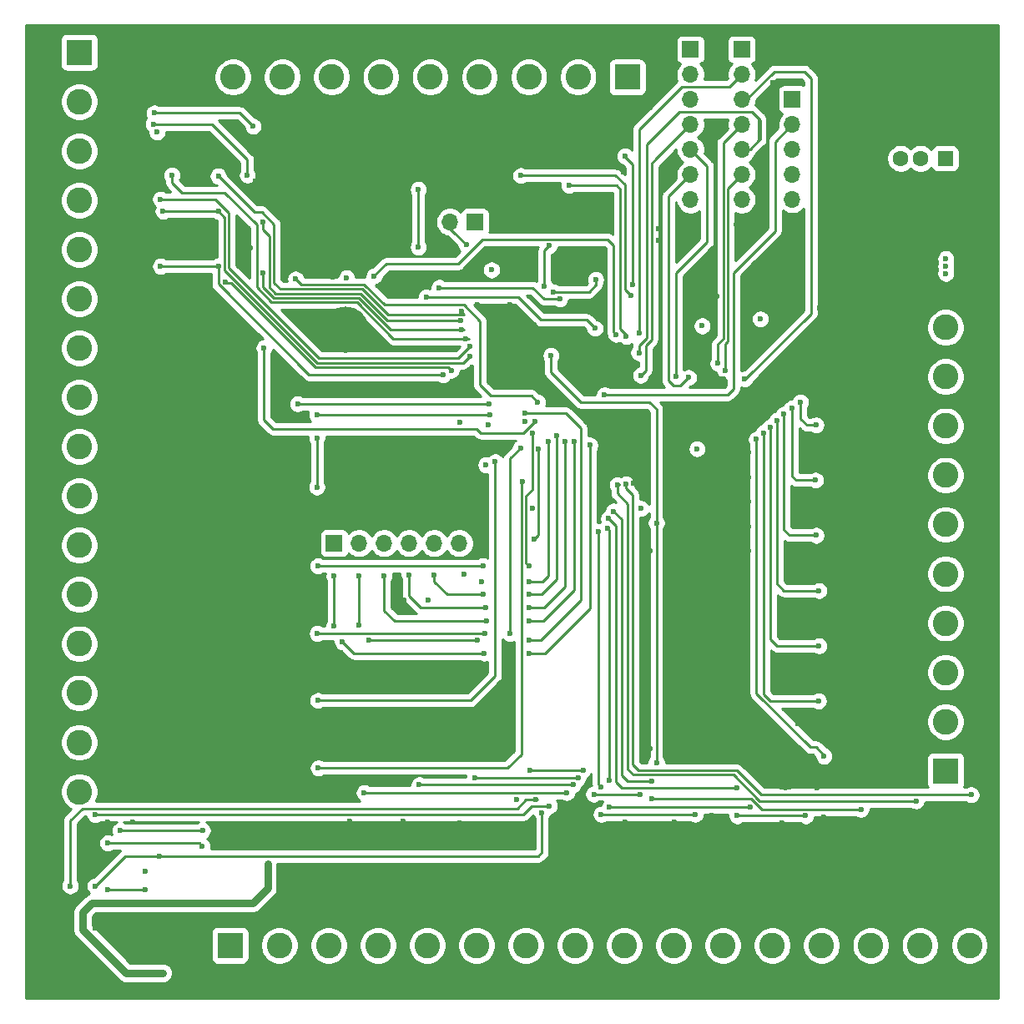
<source format=gbl>
G04 #@! TF.GenerationSoftware,KiCad,Pcbnew,5.1.9-73d0e3b20d~88~ubuntu20.04.1*
G04 #@! TF.CreationDate,2021-05-05T00:04:50+02:00*
G04 #@! TF.ProjectId,DAC ADC PWM IO,44414320-4144-4432-9050-574d20494f2e,rev?*
G04 #@! TF.SameCoordinates,Original*
G04 #@! TF.FileFunction,Copper,L4,Bot*
G04 #@! TF.FilePolarity,Positive*
%FSLAX46Y46*%
G04 Gerber Fmt 4.6, Leading zero omitted, Abs format (unit mm)*
G04 Created by KiCad (PCBNEW 5.1.9-73d0e3b20d~88~ubuntu20.04.1) date 2021-05-05 00:04:50*
%MOMM*%
%LPD*%
G01*
G04 APERTURE LIST*
G04 #@! TA.AperFunction,ComponentPad*
%ADD10O,1.700000X1.700000*%
G04 #@! TD*
G04 #@! TA.AperFunction,ComponentPad*
%ADD11R,1.700000X1.700000*%
G04 #@! TD*
G04 #@! TA.AperFunction,ComponentPad*
%ADD12C,4.700000*%
G04 #@! TD*
G04 #@! TA.AperFunction,ComponentPad*
%ADD13C,2.600000*%
G04 #@! TD*
G04 #@! TA.AperFunction,ComponentPad*
%ADD14R,2.600000X2.600000*%
G04 #@! TD*
G04 #@! TA.AperFunction,ComponentPad*
%ADD15C,1.600000*%
G04 #@! TD*
G04 #@! TA.AperFunction,ComponentPad*
%ADD16R,1.600000X1.500000*%
G04 #@! TD*
G04 #@! TA.AperFunction,ComponentPad*
%ADD17C,3.000000*%
G04 #@! TD*
G04 #@! TA.AperFunction,ViaPad*
%ADD18C,0.600000*%
G04 #@! TD*
G04 #@! TA.AperFunction,Conductor*
%ADD19C,0.250000*%
G04 #@! TD*
G04 #@! TA.AperFunction,Conductor*
%ADD20C,0.750000*%
G04 #@! TD*
G04 #@! TA.AperFunction,Conductor*
%ADD21C,0.254000*%
G04 #@! TD*
G04 #@! TA.AperFunction,Conductor*
%ADD22C,0.100000*%
G04 #@! TD*
G04 APERTURE END LIST*
D10*
X140650000Y-104200000D03*
X138110000Y-104200000D03*
X135570000Y-104200000D03*
X133030000Y-104200000D03*
X130490000Y-104200000D03*
D11*
X127950000Y-104200000D03*
D10*
X139710000Y-71600000D03*
D11*
X142250000Y-71600000D03*
D10*
X169300000Y-71880000D03*
X169300000Y-69340000D03*
X169300000Y-66800000D03*
X169300000Y-64260000D03*
X169300000Y-61720000D03*
X169300000Y-59180000D03*
X169300000Y-56640000D03*
D11*
X169300000Y-54100000D03*
D10*
X164100000Y-71880000D03*
X164100000Y-69340000D03*
X164100000Y-66800000D03*
X164100000Y-64260000D03*
X164100000Y-61720000D03*
X164100000Y-59180000D03*
X164100000Y-56640000D03*
D11*
X164100000Y-54100000D03*
D10*
X174450000Y-71850000D03*
X174450000Y-69310000D03*
X174450000Y-66770000D03*
X174450000Y-64230000D03*
X174450000Y-61690000D03*
D11*
X174450000Y-59150000D03*
D12*
X129100000Y-82550000D03*
X172050000Y-77400000D03*
X130500000Y-123350000D03*
X173750000Y-126900000D03*
D13*
X112700000Y-56900000D03*
X117700000Y-56900000D03*
X122700000Y-56900000D03*
X127700000Y-56900000D03*
X132700000Y-56900000D03*
X137700000Y-56900000D03*
X142700000Y-56900000D03*
X147700000Y-56900000D03*
X152700000Y-56900000D03*
D14*
X157700000Y-56900000D03*
D13*
X102100000Y-129400000D03*
X102100000Y-124400000D03*
X102100000Y-119400000D03*
X102100000Y-114400000D03*
X102100000Y-109400000D03*
X102100000Y-104400000D03*
X102100000Y-99400000D03*
X102100000Y-94400000D03*
X102100000Y-89400000D03*
X102100000Y-84400000D03*
X102100000Y-79400000D03*
X102100000Y-74400000D03*
X102100000Y-69400000D03*
X102100000Y-64400000D03*
X102100000Y-59400000D03*
D14*
X102100000Y-54400000D03*
D13*
X190000000Y-82300000D03*
X190000000Y-87300000D03*
X190000000Y-92300000D03*
X190000000Y-97300000D03*
X190000000Y-102300000D03*
X190000000Y-107300000D03*
X190000000Y-112300000D03*
X190000000Y-117300000D03*
X190000000Y-122300000D03*
D14*
X190000000Y-127300000D03*
D13*
X192400000Y-145000000D03*
X187400000Y-145000000D03*
X182400000Y-145000000D03*
X177400000Y-145000000D03*
X172400000Y-145000000D03*
X167400000Y-145000000D03*
X162400000Y-145000000D03*
X157400000Y-145000000D03*
X152400000Y-145000000D03*
X147400000Y-145000000D03*
X142400000Y-145000000D03*
X137400000Y-145000000D03*
X132400000Y-145000000D03*
X127400000Y-145000000D03*
X122400000Y-145000000D03*
D14*
X117400000Y-145000000D03*
D15*
X182950000Y-65150000D03*
X185450000Y-65150000D03*
X187450000Y-65150000D03*
D16*
X189950000Y-65150000D03*
D17*
X179880000Y-62440000D03*
X193020000Y-62440000D03*
D18*
X110000000Y-62500000D03*
X147300000Y-91850000D03*
X146500000Y-130200000D03*
X151100000Y-130550000D03*
X140750000Y-91950000D03*
X188750000Y-70350000D03*
X158350000Y-98150000D03*
X157300000Y-66550000D03*
X166750000Y-79150000D03*
X118100000Y-66800000D03*
X149050000Y-82550000D03*
X107900000Y-144450000D03*
X103700000Y-143250000D03*
X98950000Y-143050000D03*
X118250000Y-71800000D03*
X119450000Y-74250000D03*
X132950000Y-66950000D03*
X128550000Y-67550000D03*
X163850000Y-79300000D03*
X165250000Y-83450000D03*
X177200000Y-80300000D03*
X176700000Y-90500000D03*
X176600000Y-96050000D03*
X176600000Y-101650000D03*
X176750000Y-107200000D03*
X176900000Y-112850000D03*
X176900000Y-118450000D03*
X176950000Y-123950000D03*
X176950000Y-129000000D03*
X185600000Y-125800000D03*
X185650000Y-120250000D03*
X185700000Y-114700000D03*
X185700000Y-109150000D03*
X185950000Y-103350000D03*
X185750000Y-97800000D03*
X185800000Y-92200000D03*
X185850000Y-86750000D03*
X185650000Y-80950000D03*
X185600000Y-75250000D03*
X188700000Y-131850000D03*
X190050000Y-140450000D03*
X184150000Y-140550000D03*
X183050000Y-131850000D03*
X177650000Y-131950000D03*
X178700000Y-140550000D03*
X173150000Y-140900000D03*
X173400000Y-132600000D03*
X166250000Y-131850000D03*
X167400000Y-140600000D03*
X162000000Y-140750000D03*
X162450000Y-132450000D03*
X156250000Y-140750000D03*
X157500000Y-132500000D03*
X151750000Y-132100000D03*
X150600000Y-140600000D03*
X145050000Y-140600000D03*
X146300000Y-132700000D03*
X139800000Y-140500000D03*
X140700000Y-132600000D03*
X134750000Y-140350000D03*
X134950000Y-132400000D03*
X128200000Y-140450000D03*
X129500000Y-132400000D03*
X111450000Y-141950000D03*
X111000000Y-149600000D03*
X110000000Y-150150000D03*
X108000000Y-150200000D03*
X105450000Y-150050000D03*
X101950000Y-150050000D03*
X98650000Y-150050000D03*
X100300000Y-133600000D03*
X98150000Y-133600000D03*
X97150000Y-136400000D03*
X97050000Y-140050000D03*
X99250000Y-139200000D03*
X102800000Y-138250000D03*
X109400000Y-142400000D03*
X110000000Y-143900000D03*
X176500000Y-85650000D03*
X145800000Y-80000000D03*
X141800000Y-68900000D03*
X147000000Y-69700000D03*
X97500000Y-52500000D03*
X97500000Y-55000000D03*
X97500000Y-57500000D03*
X97500000Y-60000000D03*
X97500000Y-62500000D03*
X97500000Y-65000000D03*
X97500000Y-70000000D03*
X97500000Y-67500000D03*
X97500000Y-72500000D03*
X97500000Y-75000000D03*
X97500000Y-80000000D03*
X97500000Y-82500000D03*
X97500000Y-85000000D03*
X97500000Y-87500000D03*
X97500000Y-92500000D03*
X97500000Y-95000000D03*
X97500000Y-90000000D03*
X97500000Y-97500000D03*
X97500000Y-100000000D03*
X97500000Y-102500000D03*
X97500000Y-105000000D03*
X97500000Y-107500000D03*
X97500000Y-110000000D03*
X97500000Y-112500000D03*
X97500000Y-115000000D03*
X97500000Y-117500000D03*
X97500000Y-120000000D03*
X97500000Y-122500000D03*
X97500000Y-125000000D03*
X97500000Y-130000000D03*
X97500000Y-127500000D03*
X97500000Y-132500000D03*
X97500000Y-135000000D03*
X97500000Y-137500000D03*
X107500000Y-142500000D03*
X107500000Y-132500000D03*
X105000000Y-132500000D03*
X105000000Y-127500000D03*
X105000000Y-125000000D03*
X105000000Y-120000000D03*
X100000000Y-117500000D03*
X100000000Y-122500000D03*
X100000000Y-127500000D03*
X100000000Y-112500000D03*
X100000000Y-107500000D03*
X100000000Y-102500000D03*
X100000000Y-97500000D03*
X100000000Y-92500000D03*
X100000000Y-87500000D03*
X100000000Y-82500000D03*
X100000000Y-77500000D03*
X97500000Y-77500000D03*
X100000000Y-72500000D03*
X100000000Y-67500000D03*
X100000000Y-62500000D03*
X100000000Y-57500000D03*
X100000000Y-52500000D03*
X105000000Y-55000000D03*
X105000000Y-60000000D03*
X105000000Y-67500000D03*
X107500000Y-112500000D03*
X110000000Y-112500000D03*
X112500000Y-112500000D03*
X112500000Y-117500000D03*
X110000000Y-117500000D03*
X107500000Y-117500000D03*
X107500000Y-120000000D03*
X110000000Y-120000000D03*
X112500000Y-120000000D03*
X112500000Y-125000000D03*
X110000000Y-125000000D03*
X107500000Y-125000000D03*
X112500000Y-127500000D03*
X112500000Y-145000000D03*
X115000000Y-147500000D03*
X115000000Y-150000000D03*
X117500000Y-150000000D03*
X117500000Y-147500000D03*
X120000000Y-147500000D03*
X120000000Y-150000000D03*
X122500000Y-150000000D03*
X122500000Y-147500000D03*
X125000000Y-147500000D03*
X125000000Y-150000000D03*
X127500000Y-150000000D03*
X127500000Y-147500000D03*
X130000000Y-147500000D03*
X130000000Y-150000000D03*
X132500000Y-150000000D03*
X132500000Y-147500000D03*
X135000000Y-147500000D03*
X135000000Y-150000000D03*
X137500000Y-150000000D03*
X137500000Y-147500000D03*
X140000000Y-147500000D03*
X140000000Y-150000000D03*
X142500000Y-150000000D03*
X142500000Y-147500000D03*
X145000000Y-147500000D03*
X145000000Y-150000000D03*
X147500000Y-150000000D03*
X147500000Y-147500000D03*
X150000000Y-147500000D03*
X150000000Y-150000000D03*
X152500000Y-150000000D03*
X152500000Y-147500000D03*
X155000000Y-147500000D03*
X155000000Y-150000000D03*
X157500000Y-150000000D03*
X157500000Y-147500000D03*
X160000000Y-147500000D03*
X160000000Y-150000000D03*
X162500000Y-150000000D03*
X162500000Y-147500000D03*
X167500000Y-147500000D03*
X165000000Y-147500000D03*
X165000000Y-150000000D03*
X167500000Y-150000000D03*
X170000000Y-150000000D03*
X170000000Y-147500000D03*
X172500000Y-147500000D03*
X172500000Y-150000000D03*
X175000000Y-150000000D03*
X175000000Y-147500000D03*
X177500000Y-147500000D03*
X177500000Y-150000000D03*
X180000000Y-150000000D03*
X180000000Y-147500000D03*
X182500000Y-147500000D03*
X182500000Y-150000000D03*
X185000000Y-150000000D03*
X185000000Y-147500000D03*
X187500000Y-147500000D03*
X187500000Y-150000000D03*
X190000000Y-150000000D03*
X190000000Y-147500000D03*
X192500000Y-147500000D03*
X192500000Y-150000000D03*
X195000000Y-150000000D03*
X195000000Y-147500000D03*
X195000000Y-145000000D03*
X195000000Y-140000000D03*
X195000000Y-142500000D03*
X190000000Y-142500000D03*
X185000000Y-142500000D03*
X180000000Y-142500000D03*
X177500000Y-142500000D03*
X177500000Y-140000000D03*
X182500000Y-140000000D03*
X182500000Y-142500000D03*
X172500000Y-142500000D03*
X172500000Y-140000000D03*
X167500000Y-142500000D03*
X162500000Y-142500000D03*
X160000000Y-140000000D03*
X157500000Y-142500000D03*
X152500000Y-142500000D03*
X147500000Y-142500000D03*
X142500000Y-142500000D03*
X137500000Y-142500000D03*
X132500000Y-142500000D03*
X127500000Y-142500000D03*
X195000000Y-137500000D03*
X195000000Y-135000000D03*
X195000000Y-132500000D03*
X195000000Y-130000000D03*
X195000000Y-127500000D03*
X195000000Y-125000000D03*
X192500000Y-125000000D03*
X187500000Y-125000000D03*
X187500000Y-127500000D03*
X187500000Y-120000000D03*
X192500000Y-120000000D03*
X195000000Y-120000000D03*
X195000000Y-122500000D03*
X192500000Y-122500000D03*
X192500000Y-117500000D03*
X195000000Y-117500000D03*
X195000000Y-115000000D03*
X192500000Y-115000000D03*
X187500000Y-115000000D03*
X195000000Y-112500000D03*
X195000000Y-110000000D03*
X192500000Y-110000000D03*
X187500000Y-110000000D03*
X192500000Y-112500000D03*
X192500000Y-107500000D03*
X195000000Y-107500000D03*
X195000000Y-105000000D03*
X192500000Y-105000000D03*
X187500000Y-105000000D03*
X187500000Y-107500000D03*
X192500000Y-102500000D03*
X195000000Y-102500000D03*
X195000000Y-100000000D03*
X192500000Y-100000000D03*
X190000000Y-100000000D03*
X187500000Y-97500000D03*
X192500000Y-97500000D03*
X195000000Y-97500000D03*
X195000000Y-95000000D03*
X192500000Y-95000000D03*
X190000000Y-95000000D03*
X187500000Y-92500000D03*
X192500000Y-90000000D03*
X195000000Y-90000000D03*
X195000000Y-92500000D03*
X192500000Y-92500000D03*
X192500000Y-87500000D03*
X195000000Y-87500000D03*
X195000000Y-85000000D03*
X192500000Y-85000000D03*
X187500000Y-87500000D03*
X192500000Y-82500000D03*
X195000000Y-82500000D03*
X195000000Y-80000000D03*
X192500000Y-80000000D03*
X187500000Y-82500000D03*
X190000000Y-80000000D03*
X195000000Y-77500000D03*
X195000000Y-75000000D03*
X192500000Y-75000000D03*
X187500000Y-77500000D03*
X195000000Y-72500000D03*
X195000000Y-70000000D03*
X195000000Y-67500000D03*
X192500000Y-70000000D03*
X185000000Y-72500000D03*
X185000000Y-70000000D03*
X182500000Y-70000000D03*
X182500000Y-72500000D03*
X180000000Y-72500000D03*
X177500000Y-67500000D03*
X177500000Y-70000000D03*
X177500000Y-65000000D03*
X177500000Y-62500000D03*
X177500000Y-60000000D03*
X177500000Y-57500000D03*
X177500000Y-55000000D03*
X177500000Y-52500000D03*
X175000000Y-52500000D03*
X175000000Y-55000000D03*
X172500000Y-55000000D03*
X172500000Y-52500000D03*
X180000000Y-52500000D03*
X182500000Y-52500000D03*
X185000000Y-52500000D03*
X187500000Y-52500000D03*
X190000000Y-52500000D03*
X192500000Y-52500000D03*
X195000000Y-52500000D03*
X195000000Y-55000000D03*
X195000000Y-57500000D03*
X195000000Y-60000000D03*
X192500000Y-60000000D03*
X190000000Y-60000000D03*
X187500000Y-60000000D03*
X185000000Y-60000000D03*
X182500000Y-60000000D03*
X180000000Y-60000000D03*
X180000000Y-57500000D03*
X180000000Y-55000000D03*
X182500000Y-55000000D03*
X185000000Y-55000000D03*
X187500000Y-55000000D03*
X190000000Y-55000000D03*
X192500000Y-55000000D03*
X192500000Y-57500000D03*
X190000000Y-57500000D03*
X187500000Y-57500000D03*
X185000000Y-57500000D03*
X182500000Y-57500000D03*
X182500000Y-62500000D03*
X185000000Y-62500000D03*
X187500000Y-62500000D03*
X190000000Y-62500000D03*
X192500000Y-65000000D03*
X192500000Y-67500000D03*
X195000000Y-65000000D03*
X180000000Y-65000000D03*
X180000000Y-67500000D03*
X170000000Y-82500000D03*
X170000000Y-80000000D03*
X172500000Y-82500000D03*
X167500000Y-87500000D03*
X175000000Y-100000000D03*
X175000000Y-102500000D03*
X170000000Y-102500000D03*
X170000000Y-100000000D03*
X170000000Y-97500000D03*
X170000000Y-95000000D03*
X167500000Y-95000000D03*
X167500000Y-97500000D03*
X165000000Y-97500000D03*
X162500000Y-97500000D03*
X170000000Y-105000000D03*
X160000000Y-105000000D03*
X170000000Y-125000000D03*
X160000000Y-125000000D03*
X145000000Y-125000000D03*
X142500000Y-125000000D03*
X140000000Y-125000000D03*
X137500000Y-125000000D03*
X135000000Y-125000000D03*
X130000000Y-130000000D03*
X127500000Y-130000000D03*
X125000000Y-130000000D03*
X122500000Y-130000000D03*
X127500000Y-125000000D03*
X125000000Y-125000000D03*
X122500000Y-125000000D03*
X122500000Y-122500000D03*
X125000000Y-122500000D03*
X127500000Y-122500000D03*
X135000000Y-122500000D03*
X137500000Y-122500000D03*
X140000000Y-122500000D03*
X142500000Y-122500000D03*
X145000000Y-122500000D03*
X145000000Y-120000000D03*
X142500000Y-117500000D03*
X140000000Y-117500000D03*
X137500000Y-117500000D03*
X135000000Y-117500000D03*
X132500000Y-117500000D03*
X130000000Y-117500000D03*
X127500000Y-117500000D03*
X125000000Y-117500000D03*
X122500000Y-117500000D03*
X122500000Y-115000000D03*
X125000000Y-115000000D03*
X127500000Y-115000000D03*
X125000000Y-110000000D03*
X122500000Y-110000000D03*
X135000000Y-110000000D03*
X137500000Y-110000000D03*
X112500000Y-105000000D03*
X110000000Y-105000000D03*
X107500000Y-105000000D03*
X107500000Y-97500000D03*
X110000000Y-97500000D03*
X112500000Y-97500000D03*
X112500000Y-92500000D03*
X110000000Y-90000000D03*
X112500000Y-90000000D03*
X110000000Y-92500000D03*
X110000000Y-85000000D03*
X112500000Y-85000000D03*
X112500000Y-82500000D03*
X110000000Y-77500000D03*
X125000000Y-75000000D03*
X125000000Y-72500000D03*
X127500000Y-72500000D03*
X130000000Y-72500000D03*
X132500000Y-72500000D03*
X135000000Y-72500000D03*
X135000000Y-75000000D03*
X135000000Y-70000000D03*
X135000000Y-67500000D03*
X122500000Y-67500000D03*
X120000000Y-67500000D03*
X115000000Y-65000000D03*
X115000000Y-67500000D03*
X115000000Y-72500000D03*
X115000000Y-75000000D03*
X135000000Y-77500000D03*
X157500000Y-85000000D03*
X155000000Y-85000000D03*
X152500000Y-85000000D03*
X152500000Y-87500000D03*
X155000000Y-87500000D03*
X157500000Y-87500000D03*
X157500000Y-92500000D03*
X155000000Y-92500000D03*
X150000000Y-90000000D03*
X147500000Y-87500000D03*
X175000000Y-105000000D03*
X175000000Y-107500000D03*
X175000000Y-110000000D03*
X175000000Y-112500000D03*
X175000000Y-117500000D03*
X175000000Y-122500000D03*
X177500000Y-122500000D03*
X142500000Y-80000000D03*
X172500000Y-57500000D03*
X172500000Y-60000000D03*
X167500000Y-52500000D03*
X162500000Y-52500000D03*
X160000000Y-52500000D03*
X157500000Y-52500000D03*
X155000000Y-52500000D03*
X152500000Y-52500000D03*
X150000000Y-52500000D03*
X147500000Y-52500000D03*
X145000000Y-52500000D03*
X142500000Y-52500000D03*
X140000000Y-52500000D03*
X137500000Y-52500000D03*
X135000000Y-52500000D03*
X132500000Y-52500000D03*
X130000000Y-52500000D03*
X127500000Y-52500000D03*
X125000000Y-52500000D03*
X122500000Y-52500000D03*
X120000000Y-52500000D03*
X117500000Y-52500000D03*
X115000000Y-52500000D03*
X112500000Y-52500000D03*
X110000000Y-52500000D03*
X115000000Y-55000000D03*
X120000000Y-55000000D03*
X125000000Y-55000000D03*
X130000000Y-55000000D03*
X135000000Y-52500000D03*
X140000000Y-55000000D03*
X135000000Y-55000000D03*
X145000000Y-55000000D03*
X150000000Y-55000000D03*
X155000000Y-55000000D03*
X157500000Y-60000000D03*
X160000000Y-60000000D03*
X160000000Y-57500000D03*
X160000000Y-55000000D03*
X147500000Y-60000000D03*
X142500000Y-60000000D03*
X125000000Y-57500000D03*
X125000000Y-82500000D03*
X122500000Y-102500000D03*
X125000000Y-102500000D03*
X125000000Y-105000000D03*
X122500000Y-105000000D03*
X125000000Y-97500000D03*
X122500000Y-97500000D03*
X122500000Y-95000000D03*
X125000000Y-95000000D03*
X127500000Y-100000000D03*
X130000000Y-100000000D03*
X132500000Y-100000000D03*
X135000000Y-100000000D03*
X137500000Y-100000000D03*
X140000000Y-100000000D03*
X140000000Y-102500000D03*
X137500000Y-102500000D03*
X135000000Y-102500000D03*
X132500000Y-102500000D03*
X130000000Y-102500000D03*
X127500000Y-102500000D03*
X137500000Y-97500000D03*
X135000000Y-97500000D03*
X132500000Y-97500000D03*
X130000000Y-97500000D03*
X127500000Y-97500000D03*
X127500000Y-95000000D03*
X132500000Y-95000000D03*
X135000000Y-95000000D03*
X137500000Y-95000000D03*
X122500000Y-90000000D03*
X122500000Y-87500000D03*
X125000000Y-88000000D03*
X155000000Y-60000000D03*
X175000000Y-142500000D03*
X127800000Y-77200000D03*
X192500000Y-72500000D03*
X132500000Y-84100000D03*
X141800000Y-67150000D03*
X146900000Y-68000000D03*
X144700000Y-71500000D03*
X147300000Y-71150000D03*
X152200000Y-70850000D03*
X140250000Y-64200000D03*
X143000000Y-64200000D03*
X139300000Y-74450000D03*
X160900000Y-72300000D03*
X160900000Y-73450000D03*
X108800000Y-137450000D03*
X114600000Y-133350000D03*
X106250000Y-133350000D03*
X149950000Y-85150000D03*
X160650000Y-126450000D03*
X160650000Y-102150000D03*
X155380550Y-89150000D03*
X112600000Y-140700000D03*
X121200000Y-136750000D03*
X110600000Y-147800000D03*
X102450000Y-143050000D03*
X129225000Y-77275000D03*
X190025000Y-75325000D03*
X190025000Y-76075000D03*
X190025000Y-76825000D03*
X143350000Y-96250000D03*
X143575000Y-92225000D03*
X159075000Y-100675000D03*
X165300000Y-82150000D03*
X164775000Y-94625000D03*
X143925000Y-76475000D03*
X148075000Y-100625000D03*
X171200000Y-81450000D03*
X108800000Y-139350000D03*
X105000000Y-139350000D03*
X114575000Y-134925000D03*
X104990000Y-134610000D03*
X139850000Y-86650000D03*
X116950000Y-77700000D03*
X140900000Y-82550000D03*
X120750000Y-76800000D03*
X109625000Y-61675000D03*
X119150000Y-66850000D03*
X139000000Y-87100000D03*
X116200000Y-76100000D03*
X110350000Y-76100000D03*
X111500000Y-66850000D03*
X141300000Y-83450000D03*
X141700000Y-85250000D03*
X116200000Y-70500000D03*
X110600000Y-70500000D03*
X140800000Y-81600000D03*
X120750000Y-71650000D03*
X109700000Y-60550000D03*
X119750000Y-61900000D03*
X140850000Y-80650000D03*
X116200000Y-66950000D03*
X141750000Y-84250000D03*
X110350000Y-69300000D03*
X126200000Y-93500000D03*
X126200000Y-98500000D03*
X143750000Y-91150000D03*
X126200000Y-91150000D03*
X143700000Y-90050000D03*
X124250000Y-90050000D03*
X148600000Y-89900000D03*
X124050000Y-77400000D03*
X126300000Y-106500000D03*
X143050000Y-106500000D03*
X147700000Y-106500000D03*
X148050000Y-93050000D03*
X144300000Y-95950000D03*
X126300000Y-120150000D03*
X148300000Y-91850000D03*
X120850000Y-84400000D03*
X126250000Y-113350000D03*
X143250000Y-113350000D03*
X146850000Y-94550000D03*
X145800000Y-113350000D03*
X147050000Y-97900000D03*
X126350000Y-127000000D03*
X149050000Y-131550000D03*
X110250000Y-135950000D03*
X103720000Y-138980000D03*
X103720000Y-131730000D03*
X149800000Y-130850000D03*
X148400000Y-130200000D03*
X148250000Y-103800000D03*
X148700000Y-94600000D03*
X101180000Y-138980000D03*
X154300000Y-129650000D03*
X159000000Y-129650000D03*
X154800000Y-103000000D03*
X155050000Y-128900000D03*
X155050000Y-131700000D03*
X164600000Y-131700000D03*
X155700000Y-102700000D03*
X155900000Y-128250000D03*
X155900000Y-131000000D03*
X170200000Y-131000000D03*
X151550000Y-129500000D03*
X131000000Y-129500000D03*
X152200000Y-128700000D03*
X136600000Y-128700000D03*
X153200000Y-127200000D03*
X147800000Y-127200000D03*
X152700000Y-128000000D03*
X142200000Y-128000000D03*
X155800000Y-101700000D03*
X168850000Y-129000000D03*
X168850000Y-131850000D03*
X175800000Y-131850000D03*
X156300000Y-100950000D03*
X160200000Y-128350000D03*
X160200000Y-130150000D03*
X181400000Y-131200000D03*
X156700000Y-98250000D03*
X187000000Y-130350000D03*
X157550000Y-98200000D03*
X192575000Y-129725000D03*
X177150000Y-109000000D03*
X172850000Y-91750000D03*
X177150000Y-114600000D03*
X172200000Y-92400000D03*
X176850000Y-103400000D03*
X173575000Y-91125000D03*
X176850000Y-92200000D03*
X175275000Y-89875000D03*
X170800000Y-93650000D03*
X177650000Y-125800000D03*
X177100000Y-120200000D03*
X171500000Y-93025000D03*
X176800000Y-97800000D03*
X174400000Y-90500000D03*
X154416400Y-82398800D03*
X137329700Y-79220300D03*
X132000000Y-77100000D03*
X156550000Y-83000000D03*
X157600000Y-83200000D03*
X151800000Y-67900000D03*
X150200000Y-78700000D03*
X154500000Y-77450000D03*
X149300000Y-78100000D03*
X149800000Y-74000000D03*
X158050000Y-79050000D03*
X146900000Y-66900000D03*
X158200000Y-78000000D03*
X157475000Y-64925000D03*
X150850000Y-79400000D03*
X138633000Y-78258900D03*
X136500000Y-74150000D03*
X136500000Y-68300000D03*
X163900000Y-87400000D03*
X162604300Y-87295700D03*
X159046200Y-87159600D03*
X167600000Y-86650000D03*
X158872100Y-84872100D03*
X166900000Y-85950000D03*
X169600000Y-87550000D03*
X158920500Y-82892700D03*
X141350000Y-73900000D03*
X149650000Y-93850000D03*
X147750000Y-108100000D03*
X141150000Y-107350000D03*
X142900000Y-108100000D03*
X150550000Y-93300000D03*
X147750000Y-109400000D03*
X138110000Y-107390000D03*
X143100000Y-109400000D03*
X151400000Y-93900000D03*
X147750000Y-110700000D03*
X135570000Y-107430000D03*
X143300000Y-110700000D03*
X147350000Y-91000000D03*
X147700000Y-114050000D03*
X130490000Y-107510000D03*
X142450001Y-114049999D03*
X131475000Y-114025000D03*
X130490000Y-112510000D03*
X152300000Y-93850000D03*
X147750000Y-112100000D03*
X133030000Y-107470000D03*
X143400000Y-112100000D03*
X153900000Y-94250000D03*
X147700000Y-115350000D03*
X127950000Y-107550000D03*
X143150000Y-115350000D03*
X128800000Y-114200000D03*
X127950000Y-112550000D03*
D19*
X114600000Y-133350000D02*
X108150000Y-133350000D01*
X108150000Y-133350000D02*
X106250000Y-133350000D01*
X106250000Y-133350000D02*
X106250000Y-133350000D01*
X160650000Y-102150000D02*
X160650000Y-90600000D01*
X160650000Y-90600000D02*
X159950000Y-89900000D01*
X153000000Y-89900000D02*
X149950000Y-86850000D01*
X159950000Y-89900000D02*
X153000000Y-89900000D01*
X149950000Y-86850000D02*
X149950000Y-85150000D01*
X160650000Y-102150000D02*
X160650000Y-126450000D01*
X155379800Y-88968700D02*
X155380550Y-88969450D01*
X155541900Y-89130800D02*
X158730800Y-89130800D01*
X158730800Y-89130800D02*
X163674600Y-89130800D01*
X172675000Y-63465000D02*
X174450000Y-61690000D01*
X168450000Y-76750000D02*
X172675000Y-72525000D01*
X172675000Y-72525000D02*
X172675000Y-63465000D01*
X168450000Y-88550000D02*
X168450000Y-76750000D01*
X167869200Y-89130800D02*
X168450000Y-88550000D01*
X158730800Y-89130800D02*
X167869200Y-89130800D01*
D20*
X112600000Y-140700000D02*
X111550000Y-140700000D01*
X112600000Y-140700000D02*
X119700000Y-140700000D01*
X119700000Y-140700000D02*
X121200000Y-139200000D01*
X121200000Y-139200000D02*
X121200000Y-136750000D01*
X117700000Y-144700000D02*
X117400000Y-145000000D01*
X110600000Y-147800000D02*
X106850000Y-147800000D01*
X106850000Y-147800000D02*
X102450000Y-143400000D01*
X102450000Y-143400000D02*
X102450000Y-143050000D01*
X103400000Y-140700000D02*
X111550000Y-140700000D01*
X102450000Y-141650000D02*
X103400000Y-140700000D01*
X102450000Y-143050000D02*
X102450000Y-141650000D01*
D19*
X108800000Y-139350000D02*
X105000000Y-139350000D01*
X105000000Y-139350000D02*
X105000000Y-139350000D01*
X114260000Y-134610000D02*
X114575000Y-134925000D01*
X104990000Y-134610000D02*
X114260000Y-134610000D01*
X139850000Y-86650000D02*
X139675000Y-86475000D01*
X116950000Y-77700000D02*
X116850000Y-77600000D01*
X117050000Y-77800000D02*
X116950000Y-77700000D01*
X139850000Y-86650000D02*
X139550001Y-86350001D01*
X139550001Y-86350001D02*
X126050001Y-86350001D01*
X126050001Y-86350001D02*
X117500000Y-77800000D01*
X117500000Y-77800000D02*
X117050000Y-77800000D01*
X141100000Y-82550000D02*
X133695412Y-82550000D01*
X121799989Y-79299989D02*
X120750000Y-78250000D01*
X133695412Y-82550000D02*
X130445402Y-79299990D01*
X130445402Y-79299990D02*
X121799989Y-79299989D01*
X120750000Y-78250000D02*
X120750000Y-76800000D01*
X119150000Y-65300000D02*
X115525000Y-61675000D01*
X119150000Y-66850000D02*
X119150000Y-65300000D01*
X109625000Y-61675000D02*
X115525000Y-61675000D01*
X139000000Y-87100000D02*
X125400000Y-87100000D01*
X125400000Y-87100000D02*
X116200000Y-77900000D01*
X116200000Y-77900000D02*
X116200000Y-76100000D01*
X110350000Y-76100000D02*
X116200000Y-76100000D01*
X141650000Y-83450000D02*
X133959002Y-83450000D01*
X112550000Y-68650000D02*
X111500000Y-67600000D01*
X133959002Y-83450000D02*
X130259002Y-79750000D01*
X111500000Y-67600000D02*
X111500000Y-66850000D01*
X130259002Y-79750000D02*
X126450000Y-79750000D01*
X120100000Y-78236410D02*
X120100000Y-71900000D01*
X126450000Y-79750000D02*
X121613588Y-79749998D01*
X121613588Y-79749998D02*
X120100000Y-78236410D01*
X120100000Y-71900000D02*
X116850000Y-68650000D01*
X116850000Y-68650000D02*
X112550000Y-68650000D01*
X141050009Y-85899991D02*
X127699991Y-85899991D01*
X116850000Y-76050000D02*
X116850000Y-71150000D01*
X126263581Y-85899991D02*
X116850000Y-76486410D01*
X127699991Y-85899991D02*
X126263581Y-85899991D01*
X116850000Y-76486410D02*
X116850000Y-76050000D01*
X141700000Y-85250000D02*
X141050009Y-85899991D01*
X116850000Y-71150000D02*
X116200000Y-70500000D01*
X110600000Y-70500000D02*
X116200000Y-70500000D01*
X140800000Y-81600000D02*
X133381822Y-81600000D01*
X133381822Y-81600000D02*
X130631802Y-78849980D01*
X130631802Y-78849980D02*
X121999980Y-78849980D01*
X121999980Y-78849980D02*
X121400000Y-78250000D01*
X121400000Y-78250000D02*
X121400000Y-73050000D01*
X121400000Y-73050000D02*
X120750000Y-72400000D01*
X120750000Y-72400000D02*
X120750000Y-71650000D01*
X115074264Y-60550000D02*
X115000000Y-60550000D01*
X118400000Y-60550000D02*
X119750000Y-61900000D01*
X113700000Y-60550000D02*
X118400000Y-60550000D01*
X115000000Y-60550000D02*
X113700000Y-60550000D01*
X113700000Y-60550000D02*
X109700000Y-60550000D01*
X140850000Y-80650000D02*
X140775002Y-80650000D01*
X122499970Y-78399970D02*
X121850000Y-77750000D01*
X140775002Y-80650000D02*
X141100001Y-80974999D01*
X133393231Y-80974999D02*
X130818202Y-78399970D01*
X120625000Y-70600000D02*
X119850000Y-70600000D01*
X119850000Y-70600000D02*
X116200000Y-66950000D01*
X141100001Y-80974999D02*
X133393231Y-80974999D01*
X121850000Y-71825000D02*
X120625000Y-70600000D01*
X130818202Y-78399970D02*
X122499970Y-78399970D01*
X121850000Y-77750000D02*
X121850000Y-71825000D01*
X110350000Y-69300000D02*
X110300000Y-69300000D01*
X117300000Y-70675000D02*
X115925000Y-69300000D01*
X117300000Y-75700000D02*
X117300000Y-70675000D01*
X126425001Y-85425001D02*
X117300000Y-76300000D01*
X117300000Y-76300000D02*
X117300000Y-75700000D01*
X127425001Y-85425001D02*
X126425001Y-85425001D01*
X140574999Y-85425001D02*
X127425001Y-85425001D01*
X141750000Y-84250000D02*
X140574999Y-85425001D01*
X115925000Y-69300000D02*
X110350000Y-69300000D01*
X126200000Y-93500000D02*
X126200000Y-98500000D01*
X143750000Y-91150000D02*
X126200000Y-91150000D01*
X143700000Y-90050000D02*
X124250000Y-90050000D01*
X147500000Y-89250000D02*
X143850000Y-89250000D01*
X147950000Y-89250000D02*
X148600000Y-89900000D01*
X147500000Y-89250000D02*
X147950000Y-89250000D01*
X141125000Y-80025000D02*
X136325000Y-80025000D01*
X143850000Y-89250000D02*
X142750000Y-88150000D01*
X142750000Y-88150000D02*
X142750000Y-81650000D01*
X142750000Y-81650000D02*
X141125000Y-80025000D01*
X135325000Y-80025000D02*
X135275000Y-80025000D01*
X136325000Y-80025000D02*
X135575000Y-80025000D01*
X135575000Y-80025000D02*
X135325000Y-80025000D01*
X136325000Y-80025000D02*
X133079642Y-80025000D01*
X131004602Y-77949960D02*
X124599960Y-77949960D01*
X133079642Y-80025000D02*
X131004602Y-77949960D01*
X124599960Y-77949960D02*
X124050000Y-77400000D01*
X124050000Y-77400000D02*
X124050000Y-77400000D01*
X147700000Y-106500000D02*
X147400000Y-106200000D01*
X147400000Y-106200000D02*
X147400000Y-99400000D01*
X147400000Y-99400000D02*
X148050000Y-98750000D01*
X148050000Y-98750000D02*
X148050000Y-97825000D01*
X148050000Y-97825000D02*
X148050000Y-93050000D01*
X143050000Y-106500000D02*
X126300000Y-106500000D01*
X144300000Y-116650000D02*
X144300000Y-117650000D01*
X144300000Y-116650000D02*
X144300000Y-95950000D01*
X141800000Y-120150000D02*
X126300000Y-120150000D01*
X144300000Y-117650000D02*
X141800000Y-120150000D01*
X120850000Y-85000000D02*
X120850000Y-84400000D01*
X120850000Y-85000000D02*
X120850000Y-84650000D01*
X142800000Y-93000000D02*
X147150000Y-93000000D01*
X142400000Y-92600000D02*
X142800000Y-93000000D01*
X147150000Y-93000000D02*
X148300000Y-91850000D01*
X120850000Y-91700000D02*
X121750000Y-92600000D01*
X121750000Y-92600000D02*
X142400000Y-92600000D01*
X120850000Y-85000000D02*
X120850000Y-91700000D01*
X143250000Y-113350000D02*
X126250000Y-113350000D01*
X145800000Y-95600000D02*
X145800000Y-113350000D01*
X146850000Y-94550000D02*
X145800000Y-95600000D01*
X146950000Y-98000000D02*
X147050000Y-97900000D01*
X146950000Y-124900000D02*
X146950000Y-125600000D01*
X146950000Y-124900000D02*
X146950000Y-98000000D01*
X146950000Y-125600000D02*
X145550000Y-127000000D01*
X145550000Y-127000000D02*
X126350000Y-127000000D01*
X148650000Y-135950000D02*
X149050000Y-135550000D01*
X149050000Y-135550000D02*
X149050000Y-131550000D01*
X110250000Y-135950000D02*
X111150000Y-135950000D01*
X111150000Y-135950000D02*
X148650000Y-135950000D01*
X106750000Y-135950000D02*
X103720000Y-138980000D01*
X111150000Y-135950000D02*
X106750000Y-135950000D01*
X103720000Y-131730000D02*
X147120000Y-131730000D01*
X148824998Y-130850000D02*
X149800000Y-130850000D01*
X147120000Y-131730000D02*
X148000000Y-130850000D01*
X148000000Y-130850000D02*
X148824998Y-130850000D01*
X148400000Y-130200000D02*
X148550000Y-130200000D01*
X148700000Y-103350000D02*
X148700000Y-94600000D01*
X148250000Y-103800000D02*
X148700000Y-103350000D01*
X147425002Y-130200000D02*
X148400000Y-130200000D01*
X101180000Y-132320000D02*
X101180000Y-138980000D01*
X102400000Y-131100000D02*
X146525002Y-131100000D01*
X101180000Y-132320000D02*
X102400000Y-131100000D01*
X146525002Y-131100000D02*
X147425002Y-130200000D01*
X159000000Y-129650000D02*
X154300000Y-129650000D01*
X154800000Y-103000000D02*
X154800000Y-128650000D01*
X154800000Y-128650000D02*
X155050000Y-128900000D01*
X164600000Y-131700000D02*
X155050000Y-131700000D01*
X155900000Y-128250000D02*
X155900000Y-102900000D01*
X155900000Y-102900000D02*
X155700000Y-102700000D01*
X170200000Y-131000000D02*
X155900000Y-131000000D01*
X151550000Y-129500000D02*
X131000000Y-129500000D01*
X136600000Y-128700000D02*
X152200000Y-128700000D01*
X153200000Y-127200000D02*
X153250000Y-127200000D01*
X147800000Y-127200000D02*
X153200000Y-127200000D01*
X152700000Y-128000000D02*
X152850000Y-128000000D01*
X142200000Y-128000000D02*
X152700000Y-128000000D01*
X168850000Y-129000000D02*
X157150000Y-129000000D01*
X157150000Y-129000000D02*
X156550000Y-128400000D01*
X156550000Y-128400000D02*
X156550000Y-102450000D01*
X156550000Y-102450000D02*
X155800000Y-101700000D01*
X175800000Y-131850000D02*
X168850000Y-131850000D01*
X160200000Y-128350000D02*
X157750000Y-128350000D01*
X157750000Y-128350000D02*
X157150000Y-127750000D01*
X157150000Y-127750000D02*
X157150000Y-117400000D01*
X157150000Y-117400000D02*
X157100000Y-117350000D01*
X157100000Y-117350000D02*
X157100000Y-101750000D01*
X157100000Y-101750000D02*
X156300000Y-100950000D01*
X181400000Y-131200000D02*
X171325000Y-131200000D01*
X171325000Y-131200000D02*
X170275000Y-130150000D01*
X170275000Y-130150000D02*
X160200000Y-130150000D01*
X156700000Y-98250000D02*
X156800000Y-98150000D01*
X156800000Y-98150000D02*
X156900000Y-98250000D01*
X156700000Y-99150000D02*
X156700000Y-98250000D01*
X157750000Y-100200000D02*
X156700000Y-99150000D01*
X157750000Y-127150000D02*
X157750000Y-100200000D01*
X158300000Y-127700000D02*
X157750000Y-127150000D01*
X168475000Y-127700000D02*
X158300000Y-127700000D01*
X171125000Y-130350000D02*
X168475000Y-127700000D01*
X187000000Y-130350000D02*
X171125000Y-130350000D01*
X158200000Y-99274264D02*
X157550000Y-98624264D01*
X158200000Y-126650000D02*
X158200000Y-99274264D01*
X158800000Y-127250000D02*
X158200000Y-126650000D01*
X157550000Y-98624264D02*
X157550000Y-98200000D01*
X168800000Y-127250000D02*
X158800000Y-127250000D01*
X171275000Y-129725000D02*
X168800000Y-127250000D01*
X192575000Y-129725000D02*
X171275000Y-129725000D01*
X172850000Y-91750000D02*
X172850000Y-108300000D01*
X172850000Y-108300000D02*
X173550000Y-109000000D01*
X173550000Y-109000000D02*
X177150000Y-109000000D01*
X172200000Y-92400000D02*
X172200000Y-113950000D01*
X172200000Y-113950000D02*
X172850000Y-114600000D01*
X172850000Y-114600000D02*
X177150000Y-114600000D01*
X173575000Y-91125000D02*
X173575000Y-102825000D01*
X173575000Y-102825000D02*
X174150000Y-103400000D01*
X174150000Y-103400000D02*
X176850000Y-103400000D01*
X175275000Y-89875000D02*
X175275000Y-91575000D01*
X175275000Y-91575000D02*
X175900000Y-92200000D01*
X175900000Y-92200000D02*
X176850000Y-92200000D01*
X170800000Y-118650000D02*
X170800000Y-93650000D01*
X170800000Y-119436410D02*
X170800000Y-118650000D01*
X176263590Y-124900000D02*
X170800000Y-119436410D01*
X176850000Y-124900000D02*
X176263590Y-124900000D01*
X177650000Y-125700000D02*
X176850000Y-124900000D01*
X177650000Y-125800000D02*
X177650000Y-125700000D01*
X171500000Y-93025000D02*
X171500000Y-119500000D01*
X171500000Y-119500000D02*
X172200000Y-120200000D01*
X172200000Y-120200000D02*
X177100000Y-120200000D01*
X174400000Y-90500000D02*
X174400000Y-97400000D01*
X174400000Y-97400000D02*
X174800000Y-97800000D01*
X174800000Y-97800000D02*
X176800000Y-97800000D01*
X137329700Y-79220300D02*
X146620300Y-79220300D01*
X153567600Y-81550000D02*
X154416400Y-82398800D01*
X148950000Y-81550000D02*
X153567600Y-81550000D01*
X148950000Y-81550000D02*
X146620300Y-79220300D01*
X133241501Y-75849999D02*
X131941500Y-77150000D01*
X140500001Y-75849999D02*
X133241501Y-75849999D01*
X142550000Y-73800000D02*
X140500001Y-75849999D01*
X156250001Y-82700001D02*
X156550000Y-83000000D01*
X156250000Y-74500000D02*
X156250001Y-82700001D01*
X149425000Y-73375000D02*
X142975000Y-73375000D01*
X155674999Y-73374999D02*
X149425000Y-73375000D01*
X156250000Y-73950000D02*
X155674999Y-73374999D01*
X156250000Y-74500000D02*
X156250000Y-73950000D01*
X142975000Y-73375000D02*
X142550000Y-73800000D01*
X156982100Y-75267900D02*
X156982100Y-72682100D01*
X156982100Y-71517900D02*
X156982100Y-68282100D01*
X156600000Y-67900000D02*
X151800000Y-67900000D01*
X156982100Y-68282100D02*
X156600000Y-67900000D01*
X156982100Y-75267900D02*
X156982100Y-71517900D01*
X151800000Y-67900000D02*
X151800000Y-67900000D01*
X156982100Y-82427200D02*
X157600000Y-83045100D01*
X157600000Y-83045100D02*
X157600000Y-83200000D01*
X156982100Y-75267900D02*
X156982100Y-82427200D01*
X154500000Y-78000000D02*
X154500000Y-77450000D01*
X153800000Y-78700000D02*
X154500000Y-78000000D01*
X150200000Y-78700000D02*
X153800000Y-78700000D01*
X149300000Y-78100000D02*
X149300000Y-74500000D01*
X149300000Y-74500000D02*
X149800000Y-74000000D01*
X149800000Y-74000000D02*
X149800000Y-74000000D01*
X157432110Y-78432110D02*
X158050000Y-79050000D01*
X157432110Y-71667890D02*
X157432110Y-78432110D01*
X157432110Y-71667890D02*
X157432110Y-67832110D01*
X156500000Y-66900000D02*
X146900000Y-66900000D01*
X157432110Y-67832110D02*
X156500000Y-66900000D01*
X158200000Y-77150000D02*
X158200000Y-78000000D01*
X158200000Y-65750000D02*
X158200000Y-77150000D01*
X157450000Y-65000000D02*
X158200000Y-65750000D01*
X148111610Y-78258900D02*
X147741100Y-78258900D01*
X149252710Y-79400000D02*
X148111610Y-78258900D01*
X147741100Y-78258900D02*
X138633000Y-78258900D01*
X150850000Y-79400000D02*
X149252710Y-79400000D01*
X136500000Y-68300000D02*
X136500000Y-74150000D01*
X161874799Y-69025201D02*
X164100000Y-66800000D01*
X161874799Y-87725201D02*
X161874799Y-69025201D01*
X162349598Y-88200000D02*
X161874799Y-87725201D01*
X163100000Y-88200000D02*
X162349598Y-88200000D01*
X163900000Y-87400000D02*
X163100000Y-88200000D01*
X162604300Y-87295700D02*
X162604300Y-76795700D01*
X162604300Y-87381700D02*
X162604300Y-87295700D01*
X162604300Y-76795700D02*
X165800000Y-73600000D01*
X165800000Y-73600000D02*
X165800000Y-65960000D01*
X165800000Y-65960000D02*
X165275300Y-65435300D01*
X165275300Y-65435300D02*
X164100000Y-64260000D01*
X159552900Y-84133510D02*
X160150000Y-83536410D01*
X159552900Y-86652900D02*
X159552900Y-84133510D01*
X159046200Y-87159600D02*
X159552900Y-86652900D01*
X160150000Y-76150000D02*
X160147110Y-76147110D01*
X160150000Y-83536410D02*
X160150000Y-76150000D01*
X160147110Y-65672890D02*
X160635000Y-65185000D01*
X160147110Y-76147110D02*
X160147110Y-65672890D01*
X160635000Y-65185000D02*
X164100000Y-61720000D01*
X168124700Y-67975300D02*
X169300000Y-66800000D01*
X167882210Y-68217790D02*
X168124700Y-67975300D01*
X167882210Y-83717790D02*
X167882210Y-68217790D01*
X167600000Y-84000000D02*
X167882210Y-83717790D01*
X167600000Y-86650000D02*
X167600000Y-84000000D01*
X158856900Y-84887300D02*
X158872100Y-84872100D01*
X171150000Y-61250000D02*
X170410800Y-60510800D01*
X171150000Y-63250000D02*
X171150000Y-61250000D01*
X169300000Y-64260000D02*
X170140000Y-64260000D01*
X170140000Y-64260000D02*
X171050000Y-63350000D01*
X171050000Y-63350000D02*
X171150000Y-63250000D01*
X158872100Y-84177900D02*
X158872100Y-84872100D01*
X159697100Y-83352900D02*
X158872100Y-84177900D01*
X159697100Y-63702900D02*
X159697100Y-83352900D01*
X163000000Y-60400000D02*
X159697100Y-63702900D01*
X170350000Y-60400000D02*
X163000000Y-60400000D01*
X171050000Y-61100000D02*
X170350000Y-60400000D01*
X171050000Y-63350000D02*
X171050000Y-61100000D01*
X169300000Y-61720000D02*
X167432200Y-63587800D01*
X166882200Y-85932200D02*
X166900000Y-85950000D01*
X167432200Y-83217800D02*
X167432200Y-83467800D01*
X167432200Y-63587800D02*
X167432200Y-83217800D01*
X166900000Y-84000000D02*
X166900000Y-85950000D01*
X167432200Y-83467800D02*
X166900000Y-84000000D01*
X169700000Y-87550000D02*
X169600000Y-87550000D01*
X176350000Y-80900000D02*
X169700000Y-87550000D01*
X176350000Y-57050000D02*
X176350000Y-80900000D01*
X175650000Y-56350000D02*
X176350000Y-57050000D01*
X172600000Y-56350000D02*
X175650000Y-56350000D01*
X169770000Y-59180000D02*
X172600000Y-56350000D01*
X169300000Y-59180000D02*
X169770000Y-59180000D01*
X168040000Y-57900000D02*
X169300000Y-56640000D01*
X163200000Y-57900000D02*
X168040000Y-57900000D01*
X158920500Y-62179500D02*
X163200000Y-57900000D01*
X158920500Y-82892700D02*
X158920500Y-62179500D01*
X141350000Y-73900000D02*
X140150000Y-72700000D01*
X139710000Y-72260000D02*
X140150000Y-72700000D01*
X139710000Y-71600000D02*
X139710000Y-72260000D01*
X149100000Y-108100000D02*
X147750000Y-108100000D01*
X149650000Y-107550000D02*
X149100000Y-108100000D01*
X149650000Y-93850000D02*
X149650000Y-107550000D01*
X147750000Y-108100000D02*
X147650000Y-108100000D01*
X150550000Y-93300000D02*
X150550000Y-107850000D01*
X150550000Y-107850000D02*
X149000000Y-109400000D01*
X149000000Y-109400000D02*
X147750000Y-109400000D01*
X147750000Y-109400000D02*
X147750000Y-109400000D01*
X143100000Y-109400000D02*
X139400000Y-109400000D01*
X138110000Y-108110000D02*
X138110000Y-107390000D01*
X139400000Y-109400000D02*
X138110000Y-108110000D01*
X151400000Y-93900000D02*
X151400000Y-107636410D01*
X151400000Y-107636410D02*
X151400000Y-108600000D01*
X151400000Y-108600000D02*
X149300000Y-110700000D01*
X149300000Y-110700000D02*
X147750000Y-110700000D01*
X147750000Y-110700000D02*
X147750000Y-110700000D01*
X143300000Y-110700000D02*
X136700000Y-110700000D01*
X135570000Y-109570000D02*
X135570000Y-107430000D01*
X136700000Y-110700000D02*
X135570000Y-109570000D01*
X147350000Y-91000000D02*
X151450000Y-91000000D01*
X151450000Y-91000000D02*
X153000000Y-92550000D01*
X153000000Y-92550000D02*
X153000000Y-109950000D01*
X153000000Y-109950000D02*
X148900000Y-114050000D01*
X148900000Y-114050000D02*
X147700000Y-114050000D01*
X131499999Y-114049999D02*
X131475000Y-114025000D01*
X142450001Y-114049999D02*
X131499999Y-114049999D01*
X130490000Y-112510000D02*
X130490000Y-107510000D01*
X152300000Y-93850000D02*
X152300000Y-108950000D01*
X152300000Y-108950000D02*
X149150000Y-112100000D01*
X149150000Y-112100000D02*
X147750000Y-112100000D01*
X147750000Y-112100000D02*
X147750000Y-112100000D01*
X143400000Y-112100000D02*
X134100000Y-112100000D01*
X133030000Y-111030000D02*
X133030000Y-107470000D01*
X134100000Y-112100000D02*
X133030000Y-111030000D01*
X153900000Y-94250000D02*
X153900000Y-110800000D01*
X153900000Y-110800000D02*
X149350000Y-115350000D01*
X149350000Y-115350000D02*
X147700000Y-115350000D01*
X147700000Y-115350000D02*
X147700000Y-115350000D01*
X129950000Y-115350000D02*
X128800000Y-114200000D01*
X143150000Y-115350000D02*
X129950000Y-115350000D01*
X127950000Y-112550000D02*
X127950000Y-108050000D01*
X127950000Y-108050000D02*
X127950000Y-107550000D01*
D21*
X195340001Y-150340000D02*
X96660000Y-150340000D01*
X96660000Y-129209419D01*
X100165000Y-129209419D01*
X100165000Y-129590581D01*
X100239361Y-129964419D01*
X100385225Y-130316566D01*
X100596987Y-130633491D01*
X100866509Y-130903013D01*
X101183434Y-131114775D01*
X101273229Y-131151969D01*
X100669003Y-131756196D01*
X100639999Y-131779999D01*
X100594883Y-131834974D01*
X100545026Y-131895724D01*
X100516548Y-131949002D01*
X100474454Y-132027754D01*
X100430997Y-132171015D01*
X100420000Y-132282668D01*
X100420000Y-132282678D01*
X100416324Y-132320000D01*
X100420000Y-132357323D01*
X100420001Y-138434463D01*
X100351414Y-138537111D01*
X100280932Y-138707271D01*
X100245000Y-138887911D01*
X100245000Y-139072089D01*
X100280932Y-139252729D01*
X100351414Y-139422889D01*
X100453738Y-139576028D01*
X100583972Y-139706262D01*
X100737111Y-139808586D01*
X100907271Y-139879068D01*
X101087911Y-139915000D01*
X101272089Y-139915000D01*
X101452729Y-139879068D01*
X101622889Y-139808586D01*
X101776028Y-139706262D01*
X101906262Y-139576028D01*
X102008586Y-139422889D01*
X102079068Y-139252729D01*
X102115000Y-139072089D01*
X102115000Y-138887911D01*
X102079068Y-138707271D01*
X102008586Y-138537111D01*
X101940000Y-138434465D01*
X101940000Y-132634801D01*
X102714802Y-131860000D01*
X102792541Y-131860000D01*
X102820932Y-132002729D01*
X102891414Y-132172889D01*
X102993738Y-132326028D01*
X103123972Y-132456262D01*
X103277111Y-132558586D01*
X103447271Y-132629068D01*
X103627911Y-132665000D01*
X103812089Y-132665000D01*
X103992729Y-132629068D01*
X104162889Y-132558586D01*
X104265535Y-132490000D01*
X105882952Y-132490000D01*
X105807111Y-132521414D01*
X105653972Y-132623738D01*
X105523738Y-132753972D01*
X105421414Y-132907111D01*
X105350932Y-133077271D01*
X105315000Y-133257911D01*
X105315000Y-133442089D01*
X105350932Y-133622729D01*
X105413300Y-133773300D01*
X105262729Y-133710932D01*
X105082089Y-133675000D01*
X104897911Y-133675000D01*
X104717271Y-133710932D01*
X104547111Y-133781414D01*
X104393972Y-133883738D01*
X104263738Y-134013972D01*
X104161414Y-134167111D01*
X104090932Y-134337271D01*
X104055000Y-134517911D01*
X104055000Y-134702089D01*
X104090932Y-134882729D01*
X104161414Y-135052889D01*
X104263738Y-135206028D01*
X104393972Y-135336262D01*
X104547111Y-135438586D01*
X104717271Y-135509068D01*
X104897911Y-135545000D01*
X105082089Y-135545000D01*
X105262729Y-135509068D01*
X105432889Y-135438586D01*
X105535535Y-135370000D01*
X106258738Y-135370000D01*
X106209999Y-135409999D01*
X106186201Y-135438997D01*
X103568352Y-138056847D01*
X103447271Y-138080932D01*
X103277111Y-138151414D01*
X103123972Y-138253738D01*
X102993738Y-138383972D01*
X102891414Y-138537111D01*
X102820932Y-138707271D01*
X102785000Y-138887911D01*
X102785000Y-139072089D01*
X102820932Y-139252729D01*
X102891414Y-139422889D01*
X102993738Y-139576028D01*
X103123972Y-139706262D01*
X103146642Y-139721409D01*
X103073239Y-139743676D01*
X103011620Y-139762368D01*
X102836160Y-139856153D01*
X102682367Y-139982367D01*
X102650743Y-140020901D01*
X101770901Y-140900744D01*
X101732368Y-140932367D01*
X101700745Y-140970900D01*
X101700744Y-140970901D01*
X101606154Y-141086160D01*
X101512368Y-141261621D01*
X101454615Y-141452006D01*
X101435114Y-141650000D01*
X101440001Y-141699617D01*
X101440000Y-143000391D01*
X101440000Y-143350392D01*
X101435114Y-143400000D01*
X101454615Y-143597994D01*
X101486959Y-143704616D01*
X101512368Y-143788379D01*
X101606153Y-143963840D01*
X101732367Y-144117633D01*
X101770906Y-144149261D01*
X106100744Y-148479100D01*
X106132367Y-148517633D01*
X106286160Y-148643847D01*
X106389472Y-148699068D01*
X106461620Y-148737632D01*
X106652005Y-148795385D01*
X106850000Y-148814886D01*
X106899608Y-148810000D01*
X110649608Y-148810000D01*
X110797994Y-148795385D01*
X110988380Y-148737632D01*
X111163840Y-148643847D01*
X111317633Y-148517633D01*
X111443847Y-148363840D01*
X111537632Y-148188380D01*
X111595385Y-147997994D01*
X111614886Y-147800000D01*
X111595385Y-147602006D01*
X111537632Y-147411620D01*
X111443847Y-147236160D01*
X111317633Y-147082367D01*
X111163840Y-146956153D01*
X110988380Y-146862368D01*
X110797994Y-146804615D01*
X110649608Y-146790000D01*
X107268356Y-146790000D01*
X104178356Y-143700000D01*
X115461928Y-143700000D01*
X115461928Y-146300000D01*
X115474188Y-146424482D01*
X115510498Y-146544180D01*
X115569463Y-146654494D01*
X115648815Y-146751185D01*
X115745506Y-146830537D01*
X115855820Y-146889502D01*
X115975518Y-146925812D01*
X116100000Y-146938072D01*
X118700000Y-146938072D01*
X118824482Y-146925812D01*
X118944180Y-146889502D01*
X119054494Y-146830537D01*
X119151185Y-146751185D01*
X119230537Y-146654494D01*
X119289502Y-146544180D01*
X119325812Y-146424482D01*
X119338072Y-146300000D01*
X119338072Y-144809419D01*
X120465000Y-144809419D01*
X120465000Y-145190581D01*
X120539361Y-145564419D01*
X120685225Y-145916566D01*
X120896987Y-146233491D01*
X121166509Y-146503013D01*
X121483434Y-146714775D01*
X121835581Y-146860639D01*
X122209419Y-146935000D01*
X122590581Y-146935000D01*
X122964419Y-146860639D01*
X123316566Y-146714775D01*
X123633491Y-146503013D01*
X123903013Y-146233491D01*
X124114775Y-145916566D01*
X124260639Y-145564419D01*
X124335000Y-145190581D01*
X124335000Y-144809419D01*
X125465000Y-144809419D01*
X125465000Y-145190581D01*
X125539361Y-145564419D01*
X125685225Y-145916566D01*
X125896987Y-146233491D01*
X126166509Y-146503013D01*
X126483434Y-146714775D01*
X126835581Y-146860639D01*
X127209419Y-146935000D01*
X127590581Y-146935000D01*
X127964419Y-146860639D01*
X128316566Y-146714775D01*
X128633491Y-146503013D01*
X128903013Y-146233491D01*
X129114775Y-145916566D01*
X129260639Y-145564419D01*
X129335000Y-145190581D01*
X129335000Y-144809419D01*
X130465000Y-144809419D01*
X130465000Y-145190581D01*
X130539361Y-145564419D01*
X130685225Y-145916566D01*
X130896987Y-146233491D01*
X131166509Y-146503013D01*
X131483434Y-146714775D01*
X131835581Y-146860639D01*
X132209419Y-146935000D01*
X132590581Y-146935000D01*
X132964419Y-146860639D01*
X133316566Y-146714775D01*
X133633491Y-146503013D01*
X133903013Y-146233491D01*
X134114775Y-145916566D01*
X134260639Y-145564419D01*
X134335000Y-145190581D01*
X134335000Y-144809419D01*
X135465000Y-144809419D01*
X135465000Y-145190581D01*
X135539361Y-145564419D01*
X135685225Y-145916566D01*
X135896987Y-146233491D01*
X136166509Y-146503013D01*
X136483434Y-146714775D01*
X136835581Y-146860639D01*
X137209419Y-146935000D01*
X137590581Y-146935000D01*
X137964419Y-146860639D01*
X138316566Y-146714775D01*
X138633491Y-146503013D01*
X138903013Y-146233491D01*
X139114775Y-145916566D01*
X139260639Y-145564419D01*
X139335000Y-145190581D01*
X139335000Y-144809419D01*
X140465000Y-144809419D01*
X140465000Y-145190581D01*
X140539361Y-145564419D01*
X140685225Y-145916566D01*
X140896987Y-146233491D01*
X141166509Y-146503013D01*
X141483434Y-146714775D01*
X141835581Y-146860639D01*
X142209419Y-146935000D01*
X142590581Y-146935000D01*
X142964419Y-146860639D01*
X143316566Y-146714775D01*
X143633491Y-146503013D01*
X143903013Y-146233491D01*
X144114775Y-145916566D01*
X144260639Y-145564419D01*
X144335000Y-145190581D01*
X144335000Y-144809419D01*
X145465000Y-144809419D01*
X145465000Y-145190581D01*
X145539361Y-145564419D01*
X145685225Y-145916566D01*
X145896987Y-146233491D01*
X146166509Y-146503013D01*
X146483434Y-146714775D01*
X146835581Y-146860639D01*
X147209419Y-146935000D01*
X147590581Y-146935000D01*
X147964419Y-146860639D01*
X148316566Y-146714775D01*
X148633491Y-146503013D01*
X148903013Y-146233491D01*
X149114775Y-145916566D01*
X149260639Y-145564419D01*
X149335000Y-145190581D01*
X149335000Y-144809419D01*
X150465000Y-144809419D01*
X150465000Y-145190581D01*
X150539361Y-145564419D01*
X150685225Y-145916566D01*
X150896987Y-146233491D01*
X151166509Y-146503013D01*
X151483434Y-146714775D01*
X151835581Y-146860639D01*
X152209419Y-146935000D01*
X152590581Y-146935000D01*
X152964419Y-146860639D01*
X153316566Y-146714775D01*
X153633491Y-146503013D01*
X153903013Y-146233491D01*
X154114775Y-145916566D01*
X154260639Y-145564419D01*
X154335000Y-145190581D01*
X154335000Y-144809419D01*
X155465000Y-144809419D01*
X155465000Y-145190581D01*
X155539361Y-145564419D01*
X155685225Y-145916566D01*
X155896987Y-146233491D01*
X156166509Y-146503013D01*
X156483434Y-146714775D01*
X156835581Y-146860639D01*
X157209419Y-146935000D01*
X157590581Y-146935000D01*
X157964419Y-146860639D01*
X158316566Y-146714775D01*
X158633491Y-146503013D01*
X158903013Y-146233491D01*
X159114775Y-145916566D01*
X159260639Y-145564419D01*
X159335000Y-145190581D01*
X159335000Y-144809419D01*
X160465000Y-144809419D01*
X160465000Y-145190581D01*
X160539361Y-145564419D01*
X160685225Y-145916566D01*
X160896987Y-146233491D01*
X161166509Y-146503013D01*
X161483434Y-146714775D01*
X161835581Y-146860639D01*
X162209419Y-146935000D01*
X162590581Y-146935000D01*
X162964419Y-146860639D01*
X163316566Y-146714775D01*
X163633491Y-146503013D01*
X163903013Y-146233491D01*
X164114775Y-145916566D01*
X164260639Y-145564419D01*
X164335000Y-145190581D01*
X164335000Y-144809419D01*
X165465000Y-144809419D01*
X165465000Y-145190581D01*
X165539361Y-145564419D01*
X165685225Y-145916566D01*
X165896987Y-146233491D01*
X166166509Y-146503013D01*
X166483434Y-146714775D01*
X166835581Y-146860639D01*
X167209419Y-146935000D01*
X167590581Y-146935000D01*
X167964419Y-146860639D01*
X168316566Y-146714775D01*
X168633491Y-146503013D01*
X168903013Y-146233491D01*
X169114775Y-145916566D01*
X169260639Y-145564419D01*
X169335000Y-145190581D01*
X169335000Y-144809419D01*
X170465000Y-144809419D01*
X170465000Y-145190581D01*
X170539361Y-145564419D01*
X170685225Y-145916566D01*
X170896987Y-146233491D01*
X171166509Y-146503013D01*
X171483434Y-146714775D01*
X171835581Y-146860639D01*
X172209419Y-146935000D01*
X172590581Y-146935000D01*
X172964419Y-146860639D01*
X173316566Y-146714775D01*
X173633491Y-146503013D01*
X173903013Y-146233491D01*
X174114775Y-145916566D01*
X174260639Y-145564419D01*
X174335000Y-145190581D01*
X174335000Y-144809419D01*
X175465000Y-144809419D01*
X175465000Y-145190581D01*
X175539361Y-145564419D01*
X175685225Y-145916566D01*
X175896987Y-146233491D01*
X176166509Y-146503013D01*
X176483434Y-146714775D01*
X176835581Y-146860639D01*
X177209419Y-146935000D01*
X177590581Y-146935000D01*
X177964419Y-146860639D01*
X178316566Y-146714775D01*
X178633491Y-146503013D01*
X178903013Y-146233491D01*
X179114775Y-145916566D01*
X179260639Y-145564419D01*
X179335000Y-145190581D01*
X179335000Y-144809419D01*
X180465000Y-144809419D01*
X180465000Y-145190581D01*
X180539361Y-145564419D01*
X180685225Y-145916566D01*
X180896987Y-146233491D01*
X181166509Y-146503013D01*
X181483434Y-146714775D01*
X181835581Y-146860639D01*
X182209419Y-146935000D01*
X182590581Y-146935000D01*
X182964419Y-146860639D01*
X183316566Y-146714775D01*
X183633491Y-146503013D01*
X183903013Y-146233491D01*
X184114775Y-145916566D01*
X184260639Y-145564419D01*
X184335000Y-145190581D01*
X184335000Y-144809419D01*
X185465000Y-144809419D01*
X185465000Y-145190581D01*
X185539361Y-145564419D01*
X185685225Y-145916566D01*
X185896987Y-146233491D01*
X186166509Y-146503013D01*
X186483434Y-146714775D01*
X186835581Y-146860639D01*
X187209419Y-146935000D01*
X187590581Y-146935000D01*
X187964419Y-146860639D01*
X188316566Y-146714775D01*
X188633491Y-146503013D01*
X188903013Y-146233491D01*
X189114775Y-145916566D01*
X189260639Y-145564419D01*
X189335000Y-145190581D01*
X189335000Y-144809419D01*
X190465000Y-144809419D01*
X190465000Y-145190581D01*
X190539361Y-145564419D01*
X190685225Y-145916566D01*
X190896987Y-146233491D01*
X191166509Y-146503013D01*
X191483434Y-146714775D01*
X191835581Y-146860639D01*
X192209419Y-146935000D01*
X192590581Y-146935000D01*
X192964419Y-146860639D01*
X193316566Y-146714775D01*
X193633491Y-146503013D01*
X193903013Y-146233491D01*
X194114775Y-145916566D01*
X194260639Y-145564419D01*
X194335000Y-145190581D01*
X194335000Y-144809419D01*
X194260639Y-144435581D01*
X194114775Y-144083434D01*
X193903013Y-143766509D01*
X193633491Y-143496987D01*
X193316566Y-143285225D01*
X192964419Y-143139361D01*
X192590581Y-143065000D01*
X192209419Y-143065000D01*
X191835581Y-143139361D01*
X191483434Y-143285225D01*
X191166509Y-143496987D01*
X190896987Y-143766509D01*
X190685225Y-144083434D01*
X190539361Y-144435581D01*
X190465000Y-144809419D01*
X189335000Y-144809419D01*
X189260639Y-144435581D01*
X189114775Y-144083434D01*
X188903013Y-143766509D01*
X188633491Y-143496987D01*
X188316566Y-143285225D01*
X187964419Y-143139361D01*
X187590581Y-143065000D01*
X187209419Y-143065000D01*
X186835581Y-143139361D01*
X186483434Y-143285225D01*
X186166509Y-143496987D01*
X185896987Y-143766509D01*
X185685225Y-144083434D01*
X185539361Y-144435581D01*
X185465000Y-144809419D01*
X184335000Y-144809419D01*
X184260639Y-144435581D01*
X184114775Y-144083434D01*
X183903013Y-143766509D01*
X183633491Y-143496987D01*
X183316566Y-143285225D01*
X182964419Y-143139361D01*
X182590581Y-143065000D01*
X182209419Y-143065000D01*
X181835581Y-143139361D01*
X181483434Y-143285225D01*
X181166509Y-143496987D01*
X180896987Y-143766509D01*
X180685225Y-144083434D01*
X180539361Y-144435581D01*
X180465000Y-144809419D01*
X179335000Y-144809419D01*
X179260639Y-144435581D01*
X179114775Y-144083434D01*
X178903013Y-143766509D01*
X178633491Y-143496987D01*
X178316566Y-143285225D01*
X177964419Y-143139361D01*
X177590581Y-143065000D01*
X177209419Y-143065000D01*
X176835581Y-143139361D01*
X176483434Y-143285225D01*
X176166509Y-143496987D01*
X175896987Y-143766509D01*
X175685225Y-144083434D01*
X175539361Y-144435581D01*
X175465000Y-144809419D01*
X174335000Y-144809419D01*
X174260639Y-144435581D01*
X174114775Y-144083434D01*
X173903013Y-143766509D01*
X173633491Y-143496987D01*
X173316566Y-143285225D01*
X172964419Y-143139361D01*
X172590581Y-143065000D01*
X172209419Y-143065000D01*
X171835581Y-143139361D01*
X171483434Y-143285225D01*
X171166509Y-143496987D01*
X170896987Y-143766509D01*
X170685225Y-144083434D01*
X170539361Y-144435581D01*
X170465000Y-144809419D01*
X169335000Y-144809419D01*
X169260639Y-144435581D01*
X169114775Y-144083434D01*
X168903013Y-143766509D01*
X168633491Y-143496987D01*
X168316566Y-143285225D01*
X167964419Y-143139361D01*
X167590581Y-143065000D01*
X167209419Y-143065000D01*
X166835581Y-143139361D01*
X166483434Y-143285225D01*
X166166509Y-143496987D01*
X165896987Y-143766509D01*
X165685225Y-144083434D01*
X165539361Y-144435581D01*
X165465000Y-144809419D01*
X164335000Y-144809419D01*
X164260639Y-144435581D01*
X164114775Y-144083434D01*
X163903013Y-143766509D01*
X163633491Y-143496987D01*
X163316566Y-143285225D01*
X162964419Y-143139361D01*
X162590581Y-143065000D01*
X162209419Y-143065000D01*
X161835581Y-143139361D01*
X161483434Y-143285225D01*
X161166509Y-143496987D01*
X160896987Y-143766509D01*
X160685225Y-144083434D01*
X160539361Y-144435581D01*
X160465000Y-144809419D01*
X159335000Y-144809419D01*
X159260639Y-144435581D01*
X159114775Y-144083434D01*
X158903013Y-143766509D01*
X158633491Y-143496987D01*
X158316566Y-143285225D01*
X157964419Y-143139361D01*
X157590581Y-143065000D01*
X157209419Y-143065000D01*
X156835581Y-143139361D01*
X156483434Y-143285225D01*
X156166509Y-143496987D01*
X155896987Y-143766509D01*
X155685225Y-144083434D01*
X155539361Y-144435581D01*
X155465000Y-144809419D01*
X154335000Y-144809419D01*
X154260639Y-144435581D01*
X154114775Y-144083434D01*
X153903013Y-143766509D01*
X153633491Y-143496987D01*
X153316566Y-143285225D01*
X152964419Y-143139361D01*
X152590581Y-143065000D01*
X152209419Y-143065000D01*
X151835581Y-143139361D01*
X151483434Y-143285225D01*
X151166509Y-143496987D01*
X150896987Y-143766509D01*
X150685225Y-144083434D01*
X150539361Y-144435581D01*
X150465000Y-144809419D01*
X149335000Y-144809419D01*
X149260639Y-144435581D01*
X149114775Y-144083434D01*
X148903013Y-143766509D01*
X148633491Y-143496987D01*
X148316566Y-143285225D01*
X147964419Y-143139361D01*
X147590581Y-143065000D01*
X147209419Y-143065000D01*
X146835581Y-143139361D01*
X146483434Y-143285225D01*
X146166509Y-143496987D01*
X145896987Y-143766509D01*
X145685225Y-144083434D01*
X145539361Y-144435581D01*
X145465000Y-144809419D01*
X144335000Y-144809419D01*
X144260639Y-144435581D01*
X144114775Y-144083434D01*
X143903013Y-143766509D01*
X143633491Y-143496987D01*
X143316566Y-143285225D01*
X142964419Y-143139361D01*
X142590581Y-143065000D01*
X142209419Y-143065000D01*
X141835581Y-143139361D01*
X141483434Y-143285225D01*
X141166509Y-143496987D01*
X140896987Y-143766509D01*
X140685225Y-144083434D01*
X140539361Y-144435581D01*
X140465000Y-144809419D01*
X139335000Y-144809419D01*
X139260639Y-144435581D01*
X139114775Y-144083434D01*
X138903013Y-143766509D01*
X138633491Y-143496987D01*
X138316566Y-143285225D01*
X137964419Y-143139361D01*
X137590581Y-143065000D01*
X137209419Y-143065000D01*
X136835581Y-143139361D01*
X136483434Y-143285225D01*
X136166509Y-143496987D01*
X135896987Y-143766509D01*
X135685225Y-144083434D01*
X135539361Y-144435581D01*
X135465000Y-144809419D01*
X134335000Y-144809419D01*
X134260639Y-144435581D01*
X134114775Y-144083434D01*
X133903013Y-143766509D01*
X133633491Y-143496987D01*
X133316566Y-143285225D01*
X132964419Y-143139361D01*
X132590581Y-143065000D01*
X132209419Y-143065000D01*
X131835581Y-143139361D01*
X131483434Y-143285225D01*
X131166509Y-143496987D01*
X130896987Y-143766509D01*
X130685225Y-144083434D01*
X130539361Y-144435581D01*
X130465000Y-144809419D01*
X129335000Y-144809419D01*
X129260639Y-144435581D01*
X129114775Y-144083434D01*
X128903013Y-143766509D01*
X128633491Y-143496987D01*
X128316566Y-143285225D01*
X127964419Y-143139361D01*
X127590581Y-143065000D01*
X127209419Y-143065000D01*
X126835581Y-143139361D01*
X126483434Y-143285225D01*
X126166509Y-143496987D01*
X125896987Y-143766509D01*
X125685225Y-144083434D01*
X125539361Y-144435581D01*
X125465000Y-144809419D01*
X124335000Y-144809419D01*
X124260639Y-144435581D01*
X124114775Y-144083434D01*
X123903013Y-143766509D01*
X123633491Y-143496987D01*
X123316566Y-143285225D01*
X122964419Y-143139361D01*
X122590581Y-143065000D01*
X122209419Y-143065000D01*
X121835581Y-143139361D01*
X121483434Y-143285225D01*
X121166509Y-143496987D01*
X120896987Y-143766509D01*
X120685225Y-144083434D01*
X120539361Y-144435581D01*
X120465000Y-144809419D01*
X119338072Y-144809419D01*
X119338072Y-143700000D01*
X119325812Y-143575518D01*
X119289502Y-143455820D01*
X119230537Y-143345506D01*
X119151185Y-143248815D01*
X119054494Y-143169463D01*
X118944180Y-143110498D01*
X118824482Y-143074188D01*
X118700000Y-143061928D01*
X116100000Y-143061928D01*
X115975518Y-143074188D01*
X115855820Y-143110498D01*
X115745506Y-143169463D01*
X115648815Y-143248815D01*
X115569463Y-143345506D01*
X115510498Y-143455820D01*
X115474188Y-143575518D01*
X115461928Y-143700000D01*
X104178356Y-143700000D01*
X103460000Y-142981645D01*
X103460000Y-142068355D01*
X103818356Y-141710000D01*
X119650392Y-141710000D01*
X119700000Y-141714886D01*
X119897994Y-141695385D01*
X120088380Y-141637632D01*
X120263840Y-141543847D01*
X120417633Y-141417633D01*
X120449261Y-141379094D01*
X121879094Y-139949261D01*
X121917633Y-139917633D01*
X122043847Y-139763840D01*
X122137632Y-139588380D01*
X122195385Y-139397994D01*
X122210000Y-139249608D01*
X122210000Y-139249606D01*
X122214886Y-139200001D01*
X122210000Y-139150396D01*
X122210000Y-136710000D01*
X148612678Y-136710000D01*
X148650000Y-136713676D01*
X148687322Y-136710000D01*
X148687333Y-136710000D01*
X148798986Y-136699003D01*
X148942247Y-136655546D01*
X149074276Y-136584974D01*
X149190001Y-136490001D01*
X149213803Y-136460998D01*
X149561003Y-136113799D01*
X149590001Y-136090001D01*
X149684974Y-135974276D01*
X149755546Y-135842247D01*
X149799003Y-135698986D01*
X149810000Y-135587333D01*
X149810000Y-135587324D01*
X149813676Y-135550001D01*
X149810000Y-135512678D01*
X149810000Y-132095535D01*
X149878586Y-131992889D01*
X149949068Y-131822729D01*
X149959229Y-131771645D01*
X150072729Y-131749068D01*
X150242889Y-131678586D01*
X150396028Y-131576262D01*
X150526262Y-131446028D01*
X150628586Y-131292889D01*
X150699068Y-131122729D01*
X150735000Y-130942089D01*
X150735000Y-130757911D01*
X150699068Y-130577271D01*
X150628586Y-130407111D01*
X150530290Y-130260000D01*
X151004465Y-130260000D01*
X151107111Y-130328586D01*
X151277271Y-130399068D01*
X151457911Y-130435000D01*
X151642089Y-130435000D01*
X151822729Y-130399068D01*
X151992889Y-130328586D01*
X152146028Y-130226262D01*
X152276262Y-130096028D01*
X152378586Y-129942889D01*
X152449068Y-129772729D01*
X152484589Y-129594155D01*
X152642889Y-129528586D01*
X152796028Y-129426262D01*
X152926262Y-129296028D01*
X153028586Y-129142889D01*
X153099068Y-128972729D01*
X153126380Y-128835424D01*
X153142889Y-128828586D01*
X153296028Y-128726262D01*
X153426262Y-128596028D01*
X153528586Y-128442889D01*
X153599068Y-128272729D01*
X153635000Y-128092089D01*
X153635000Y-128031854D01*
X153642889Y-128028586D01*
X153796028Y-127926262D01*
X153926262Y-127796028D01*
X154028586Y-127642889D01*
X154040001Y-127615331D01*
X154040001Y-128612667D01*
X154036324Y-128650000D01*
X154040001Y-128687333D01*
X154045900Y-128747226D01*
X154027271Y-128750932D01*
X153857111Y-128821414D01*
X153703972Y-128923738D01*
X153573738Y-129053972D01*
X153471414Y-129207111D01*
X153400932Y-129377271D01*
X153365000Y-129557911D01*
X153365000Y-129742089D01*
X153400932Y-129922729D01*
X153471414Y-130092889D01*
X153573738Y-130246028D01*
X153703972Y-130376262D01*
X153857111Y-130478586D01*
X154027271Y-130549068D01*
X154207911Y-130585000D01*
X154392089Y-130585000D01*
X154572729Y-130549068D01*
X154742889Y-130478586D01*
X154845535Y-130410000D01*
X155169710Y-130410000D01*
X155071414Y-130557111D01*
X155000932Y-130727271D01*
X154993427Y-130765000D01*
X154957911Y-130765000D01*
X154777271Y-130800932D01*
X154607111Y-130871414D01*
X154453972Y-130973738D01*
X154323738Y-131103972D01*
X154221414Y-131257111D01*
X154150932Y-131427271D01*
X154115000Y-131607911D01*
X154115000Y-131792089D01*
X154150932Y-131972729D01*
X154221414Y-132142889D01*
X154323738Y-132296028D01*
X154453972Y-132426262D01*
X154607111Y-132528586D01*
X154777271Y-132599068D01*
X154957911Y-132635000D01*
X155142089Y-132635000D01*
X155322729Y-132599068D01*
X155492889Y-132528586D01*
X155595535Y-132460000D01*
X164054465Y-132460000D01*
X164157111Y-132528586D01*
X164327271Y-132599068D01*
X164507911Y-132635000D01*
X164692089Y-132635000D01*
X164872729Y-132599068D01*
X165042889Y-132528586D01*
X165196028Y-132426262D01*
X165326262Y-132296028D01*
X165428586Y-132142889D01*
X165499068Y-131972729D01*
X165535000Y-131792089D01*
X165535000Y-131760000D01*
X167915000Y-131760000D01*
X167915000Y-131942089D01*
X167950932Y-132122729D01*
X168021414Y-132292889D01*
X168123738Y-132446028D01*
X168253972Y-132576262D01*
X168407111Y-132678586D01*
X168577271Y-132749068D01*
X168757911Y-132785000D01*
X168942089Y-132785000D01*
X169122729Y-132749068D01*
X169292889Y-132678586D01*
X169395535Y-132610000D01*
X175254465Y-132610000D01*
X175357111Y-132678586D01*
X175527271Y-132749068D01*
X175707911Y-132785000D01*
X175892089Y-132785000D01*
X176072729Y-132749068D01*
X176242889Y-132678586D01*
X176396028Y-132576262D01*
X176526262Y-132446028D01*
X176628586Y-132292889D01*
X176699068Y-132122729D01*
X176731437Y-131960000D01*
X180854465Y-131960000D01*
X180957111Y-132028586D01*
X181127271Y-132099068D01*
X181307911Y-132135000D01*
X181492089Y-132135000D01*
X181672729Y-132099068D01*
X181842889Y-132028586D01*
X181996028Y-131926262D01*
X182126262Y-131796028D01*
X182228586Y-131642889D01*
X182299068Y-131472729D01*
X182335000Y-131292089D01*
X182335000Y-131110000D01*
X186454465Y-131110000D01*
X186557111Y-131178586D01*
X186727271Y-131249068D01*
X186907911Y-131285000D01*
X187092089Y-131285000D01*
X187272729Y-131249068D01*
X187442889Y-131178586D01*
X187596028Y-131076262D01*
X187726262Y-130946028D01*
X187828586Y-130792889D01*
X187899068Y-130622729D01*
X187926464Y-130485000D01*
X192029465Y-130485000D01*
X192132111Y-130553586D01*
X192302271Y-130624068D01*
X192482911Y-130660000D01*
X192667089Y-130660000D01*
X192847729Y-130624068D01*
X193017889Y-130553586D01*
X193171028Y-130451262D01*
X193301262Y-130321028D01*
X193403586Y-130167889D01*
X193474068Y-129997729D01*
X193510000Y-129817089D01*
X193510000Y-129632911D01*
X193474068Y-129452271D01*
X193403586Y-129282111D01*
X193301262Y-129128972D01*
X193171028Y-128998738D01*
X193017889Y-128896414D01*
X192847729Y-128825932D01*
X192667089Y-128790000D01*
X192482911Y-128790000D01*
X192302271Y-128825932D01*
X192132111Y-128896414D01*
X192029465Y-128965000D01*
X191821915Y-128965000D01*
X191830537Y-128954494D01*
X191889502Y-128844180D01*
X191925812Y-128724482D01*
X191938072Y-128600000D01*
X191938072Y-126000000D01*
X191925812Y-125875518D01*
X191889502Y-125755820D01*
X191830537Y-125645506D01*
X191751185Y-125548815D01*
X191654494Y-125469463D01*
X191544180Y-125410498D01*
X191424482Y-125374188D01*
X191300000Y-125361928D01*
X188700000Y-125361928D01*
X188575518Y-125374188D01*
X188455820Y-125410498D01*
X188345506Y-125469463D01*
X188248815Y-125548815D01*
X188169463Y-125645506D01*
X188110498Y-125755820D01*
X188074188Y-125875518D01*
X188061928Y-126000000D01*
X188061928Y-128600000D01*
X188074188Y-128724482D01*
X188110498Y-128844180D01*
X188169463Y-128954494D01*
X188178085Y-128965000D01*
X171589802Y-128965000D01*
X169363804Y-126739003D01*
X169340001Y-126709999D01*
X169224276Y-126615026D01*
X169092247Y-126544454D01*
X168948986Y-126500997D01*
X168837333Y-126490000D01*
X168837322Y-126490000D01*
X168800000Y-126486324D01*
X168762678Y-126490000D01*
X161585000Y-126490000D01*
X161585000Y-126357911D01*
X161549068Y-126177271D01*
X161478586Y-126007111D01*
X161410000Y-125904465D01*
X161410000Y-102695535D01*
X161478586Y-102592889D01*
X161549068Y-102422729D01*
X161585000Y-102242089D01*
X161585000Y-102057911D01*
X161549068Y-101877271D01*
X161478586Y-101707111D01*
X161410000Y-101604465D01*
X161410000Y-94532911D01*
X163840000Y-94532911D01*
X163840000Y-94717089D01*
X163875932Y-94897729D01*
X163946414Y-95067889D01*
X164048738Y-95221028D01*
X164178972Y-95351262D01*
X164332111Y-95453586D01*
X164502271Y-95524068D01*
X164682911Y-95560000D01*
X164867089Y-95560000D01*
X165047729Y-95524068D01*
X165217889Y-95453586D01*
X165371028Y-95351262D01*
X165501262Y-95221028D01*
X165603586Y-95067889D01*
X165674068Y-94897729D01*
X165710000Y-94717089D01*
X165710000Y-94532911D01*
X165674068Y-94352271D01*
X165603586Y-94182111D01*
X165501262Y-94028972D01*
X165371028Y-93898738D01*
X165217889Y-93796414D01*
X165047729Y-93725932D01*
X164867089Y-93690000D01*
X164682911Y-93690000D01*
X164502271Y-93725932D01*
X164332111Y-93796414D01*
X164178972Y-93898738D01*
X164048738Y-94028972D01*
X163946414Y-94182111D01*
X163875932Y-94352271D01*
X163840000Y-94532911D01*
X161410000Y-94532911D01*
X161410000Y-93557911D01*
X169865000Y-93557911D01*
X169865000Y-93742089D01*
X169900932Y-93922729D01*
X169971414Y-94092889D01*
X170040001Y-94195537D01*
X170040000Y-118612667D01*
X170040000Y-119399088D01*
X170036324Y-119436410D01*
X170040000Y-119473732D01*
X170040000Y-119473742D01*
X170050997Y-119585395D01*
X170087919Y-119707111D01*
X170094454Y-119728656D01*
X170165026Y-119860686D01*
X170203653Y-119907753D01*
X170259999Y-119976411D01*
X170289003Y-120000214D01*
X175699790Y-125411002D01*
X175723589Y-125440001D01*
X175752587Y-125463799D01*
X175839313Y-125534974D01*
X175960967Y-125600000D01*
X175971343Y-125605546D01*
X176114604Y-125649003D01*
X176226257Y-125660000D01*
X176226266Y-125660000D01*
X176263589Y-125663676D01*
X176300912Y-125660000D01*
X176535199Y-125660000D01*
X176715000Y-125839802D01*
X176715000Y-125892089D01*
X176750932Y-126072729D01*
X176821414Y-126242889D01*
X176923738Y-126396028D01*
X177053972Y-126526262D01*
X177207111Y-126628586D01*
X177377271Y-126699068D01*
X177557911Y-126735000D01*
X177742089Y-126735000D01*
X177922729Y-126699068D01*
X178092889Y-126628586D01*
X178246028Y-126526262D01*
X178376262Y-126396028D01*
X178478586Y-126242889D01*
X178549068Y-126072729D01*
X178585000Y-125892089D01*
X178585000Y-125707911D01*
X178549068Y-125527271D01*
X178478586Y-125357111D01*
X178376262Y-125203972D01*
X178246028Y-125073738D01*
X178092889Y-124971414D01*
X177927858Y-124903057D01*
X177413803Y-124389002D01*
X177390001Y-124359999D01*
X177274276Y-124265026D01*
X177142247Y-124194454D01*
X176998986Y-124150997D01*
X176887333Y-124140000D01*
X176887322Y-124140000D01*
X176850000Y-124136324D01*
X176812678Y-124140000D01*
X176578392Y-124140000D01*
X174547811Y-122109419D01*
X188065000Y-122109419D01*
X188065000Y-122490581D01*
X188139361Y-122864419D01*
X188285225Y-123216566D01*
X188496987Y-123533491D01*
X188766509Y-123803013D01*
X189083434Y-124014775D01*
X189435581Y-124160639D01*
X189809419Y-124235000D01*
X190190581Y-124235000D01*
X190564419Y-124160639D01*
X190916566Y-124014775D01*
X191233491Y-123803013D01*
X191503013Y-123533491D01*
X191714775Y-123216566D01*
X191860639Y-122864419D01*
X191935000Y-122490581D01*
X191935000Y-122109419D01*
X191860639Y-121735581D01*
X191714775Y-121383434D01*
X191503013Y-121066509D01*
X191233491Y-120796987D01*
X190916566Y-120585225D01*
X190564419Y-120439361D01*
X190190581Y-120365000D01*
X189809419Y-120365000D01*
X189435581Y-120439361D01*
X189083434Y-120585225D01*
X188766509Y-120796987D01*
X188496987Y-121066509D01*
X188285225Y-121383434D01*
X188139361Y-121735581D01*
X188065000Y-122109419D01*
X174547811Y-122109419D01*
X173398391Y-120960000D01*
X176554465Y-120960000D01*
X176657111Y-121028586D01*
X176827271Y-121099068D01*
X177007911Y-121135000D01*
X177192089Y-121135000D01*
X177372729Y-121099068D01*
X177542889Y-121028586D01*
X177696028Y-120926262D01*
X177826262Y-120796028D01*
X177928586Y-120642889D01*
X177999068Y-120472729D01*
X178035000Y-120292089D01*
X178035000Y-120107911D01*
X177999068Y-119927271D01*
X177928586Y-119757111D01*
X177826262Y-119603972D01*
X177696028Y-119473738D01*
X177542889Y-119371414D01*
X177372729Y-119300932D01*
X177192089Y-119265000D01*
X177007911Y-119265000D01*
X176827271Y-119300932D01*
X176657111Y-119371414D01*
X176554465Y-119440000D01*
X172514802Y-119440000D01*
X172260000Y-119185198D01*
X172260000Y-117109419D01*
X188065000Y-117109419D01*
X188065000Y-117490581D01*
X188139361Y-117864419D01*
X188285225Y-118216566D01*
X188496987Y-118533491D01*
X188766509Y-118803013D01*
X189083434Y-119014775D01*
X189435581Y-119160639D01*
X189809419Y-119235000D01*
X190190581Y-119235000D01*
X190564419Y-119160639D01*
X190916566Y-119014775D01*
X191233491Y-118803013D01*
X191503013Y-118533491D01*
X191714775Y-118216566D01*
X191860639Y-117864419D01*
X191935000Y-117490581D01*
X191935000Y-117109419D01*
X191860639Y-116735581D01*
X191714775Y-116383434D01*
X191503013Y-116066509D01*
X191233491Y-115796987D01*
X190916566Y-115585225D01*
X190564419Y-115439361D01*
X190190581Y-115365000D01*
X189809419Y-115365000D01*
X189435581Y-115439361D01*
X189083434Y-115585225D01*
X188766509Y-115796987D01*
X188496987Y-116066509D01*
X188285225Y-116383434D01*
X188139361Y-116735581D01*
X188065000Y-117109419D01*
X172260000Y-117109419D01*
X172260000Y-115084802D01*
X172286200Y-115111002D01*
X172309999Y-115140001D01*
X172425724Y-115234974D01*
X172557753Y-115305546D01*
X172701014Y-115349003D01*
X172812667Y-115360000D01*
X172812677Y-115360000D01*
X172850000Y-115363676D01*
X172887323Y-115360000D01*
X176604465Y-115360000D01*
X176707111Y-115428586D01*
X176877271Y-115499068D01*
X177057911Y-115535000D01*
X177242089Y-115535000D01*
X177422729Y-115499068D01*
X177592889Y-115428586D01*
X177746028Y-115326262D01*
X177876262Y-115196028D01*
X177978586Y-115042889D01*
X178049068Y-114872729D01*
X178085000Y-114692089D01*
X178085000Y-114507911D01*
X178049068Y-114327271D01*
X177978586Y-114157111D01*
X177876262Y-114003972D01*
X177746028Y-113873738D01*
X177592889Y-113771414D01*
X177422729Y-113700932D01*
X177242089Y-113665000D01*
X177057911Y-113665000D01*
X176877271Y-113700932D01*
X176707111Y-113771414D01*
X176604465Y-113840000D01*
X173164802Y-113840000D01*
X172960000Y-113635199D01*
X172960000Y-112109419D01*
X188065000Y-112109419D01*
X188065000Y-112490581D01*
X188139361Y-112864419D01*
X188285225Y-113216566D01*
X188496987Y-113533491D01*
X188766509Y-113803013D01*
X189083434Y-114014775D01*
X189435581Y-114160639D01*
X189809419Y-114235000D01*
X190190581Y-114235000D01*
X190564419Y-114160639D01*
X190916566Y-114014775D01*
X191233491Y-113803013D01*
X191503013Y-113533491D01*
X191714775Y-113216566D01*
X191860639Y-112864419D01*
X191935000Y-112490581D01*
X191935000Y-112109419D01*
X191860639Y-111735581D01*
X191714775Y-111383434D01*
X191503013Y-111066509D01*
X191233491Y-110796987D01*
X190916566Y-110585225D01*
X190564419Y-110439361D01*
X190190581Y-110365000D01*
X189809419Y-110365000D01*
X189435581Y-110439361D01*
X189083434Y-110585225D01*
X188766509Y-110796987D01*
X188496987Y-111066509D01*
X188285225Y-111383434D01*
X188139361Y-111735581D01*
X188065000Y-112109419D01*
X172960000Y-112109419D01*
X172960000Y-109484803D01*
X172986205Y-109511008D01*
X173009999Y-109540001D01*
X173038992Y-109563795D01*
X173038996Y-109563799D01*
X173078268Y-109596028D01*
X173125724Y-109634974D01*
X173257753Y-109705546D01*
X173401014Y-109749003D01*
X173512667Y-109760000D01*
X173512676Y-109760000D01*
X173549999Y-109763676D01*
X173587322Y-109760000D01*
X176604465Y-109760000D01*
X176707111Y-109828586D01*
X176877271Y-109899068D01*
X177057911Y-109935000D01*
X177242089Y-109935000D01*
X177422729Y-109899068D01*
X177592889Y-109828586D01*
X177746028Y-109726262D01*
X177876262Y-109596028D01*
X177978586Y-109442889D01*
X178049068Y-109272729D01*
X178085000Y-109092089D01*
X178085000Y-108907911D01*
X178049068Y-108727271D01*
X177978586Y-108557111D01*
X177876262Y-108403972D01*
X177746028Y-108273738D01*
X177592889Y-108171414D01*
X177422729Y-108100932D01*
X177242089Y-108065000D01*
X177057911Y-108065000D01*
X176877271Y-108100932D01*
X176707111Y-108171414D01*
X176604465Y-108240000D01*
X173864802Y-108240000D01*
X173610000Y-107985198D01*
X173610000Y-107109419D01*
X188065000Y-107109419D01*
X188065000Y-107490581D01*
X188139361Y-107864419D01*
X188285225Y-108216566D01*
X188496987Y-108533491D01*
X188766509Y-108803013D01*
X189083434Y-109014775D01*
X189435581Y-109160639D01*
X189809419Y-109235000D01*
X190190581Y-109235000D01*
X190564419Y-109160639D01*
X190916566Y-109014775D01*
X191233491Y-108803013D01*
X191503013Y-108533491D01*
X191714775Y-108216566D01*
X191860639Y-107864419D01*
X191935000Y-107490581D01*
X191935000Y-107109419D01*
X191860639Y-106735581D01*
X191714775Y-106383434D01*
X191503013Y-106066509D01*
X191233491Y-105796987D01*
X190916566Y-105585225D01*
X190564419Y-105439361D01*
X190190581Y-105365000D01*
X189809419Y-105365000D01*
X189435581Y-105439361D01*
X189083434Y-105585225D01*
X188766509Y-105796987D01*
X188496987Y-106066509D01*
X188285225Y-106383434D01*
X188139361Y-106735581D01*
X188065000Y-107109419D01*
X173610000Y-107109419D01*
X173610000Y-103940002D01*
X173725724Y-104034974D01*
X173857753Y-104105546D01*
X174001014Y-104149003D01*
X174112667Y-104160000D01*
X174112675Y-104160000D01*
X174150000Y-104163676D01*
X174187325Y-104160000D01*
X176304465Y-104160000D01*
X176407111Y-104228586D01*
X176577271Y-104299068D01*
X176757911Y-104335000D01*
X176942089Y-104335000D01*
X177122729Y-104299068D01*
X177292889Y-104228586D01*
X177446028Y-104126262D01*
X177576262Y-103996028D01*
X177678586Y-103842889D01*
X177749068Y-103672729D01*
X177785000Y-103492089D01*
X177785000Y-103307911D01*
X177749068Y-103127271D01*
X177678586Y-102957111D01*
X177576262Y-102803972D01*
X177446028Y-102673738D01*
X177292889Y-102571414D01*
X177122729Y-102500932D01*
X176942089Y-102465000D01*
X176757911Y-102465000D01*
X176577271Y-102500932D01*
X176407111Y-102571414D01*
X176304465Y-102640000D01*
X174464802Y-102640000D01*
X174335000Y-102510199D01*
X174335000Y-102109419D01*
X188065000Y-102109419D01*
X188065000Y-102490581D01*
X188139361Y-102864419D01*
X188285225Y-103216566D01*
X188496987Y-103533491D01*
X188766509Y-103803013D01*
X189083434Y-104014775D01*
X189435581Y-104160639D01*
X189809419Y-104235000D01*
X190190581Y-104235000D01*
X190564419Y-104160639D01*
X190916566Y-104014775D01*
X191233491Y-103803013D01*
X191503013Y-103533491D01*
X191714775Y-103216566D01*
X191860639Y-102864419D01*
X191935000Y-102490581D01*
X191935000Y-102109419D01*
X191860639Y-101735581D01*
X191714775Y-101383434D01*
X191503013Y-101066509D01*
X191233491Y-100796987D01*
X190916566Y-100585225D01*
X190564419Y-100439361D01*
X190190581Y-100365000D01*
X189809419Y-100365000D01*
X189435581Y-100439361D01*
X189083434Y-100585225D01*
X188766509Y-100796987D01*
X188496987Y-101066509D01*
X188285225Y-101383434D01*
X188139361Y-101735581D01*
X188065000Y-102109419D01*
X174335000Y-102109419D01*
X174335000Y-98401553D01*
X174375724Y-98434974D01*
X174507753Y-98505546D01*
X174651014Y-98549003D01*
X174762667Y-98560000D01*
X174762676Y-98560000D01*
X174799999Y-98563676D01*
X174837322Y-98560000D01*
X176254465Y-98560000D01*
X176357111Y-98628586D01*
X176527271Y-98699068D01*
X176707911Y-98735000D01*
X176892089Y-98735000D01*
X177072729Y-98699068D01*
X177242889Y-98628586D01*
X177396028Y-98526262D01*
X177526262Y-98396028D01*
X177628586Y-98242889D01*
X177699068Y-98072729D01*
X177735000Y-97892089D01*
X177735000Y-97707911D01*
X177699068Y-97527271D01*
X177628586Y-97357111D01*
X177526262Y-97203972D01*
X177431709Y-97109419D01*
X188065000Y-97109419D01*
X188065000Y-97490581D01*
X188139361Y-97864419D01*
X188285225Y-98216566D01*
X188496987Y-98533491D01*
X188766509Y-98803013D01*
X189083434Y-99014775D01*
X189435581Y-99160639D01*
X189809419Y-99235000D01*
X190190581Y-99235000D01*
X190564419Y-99160639D01*
X190916566Y-99014775D01*
X191233491Y-98803013D01*
X191503013Y-98533491D01*
X191714775Y-98216566D01*
X191860639Y-97864419D01*
X191935000Y-97490581D01*
X191935000Y-97109419D01*
X191860639Y-96735581D01*
X191714775Y-96383434D01*
X191503013Y-96066509D01*
X191233491Y-95796987D01*
X190916566Y-95585225D01*
X190564419Y-95439361D01*
X190190581Y-95365000D01*
X189809419Y-95365000D01*
X189435581Y-95439361D01*
X189083434Y-95585225D01*
X188766509Y-95796987D01*
X188496987Y-96066509D01*
X188285225Y-96383434D01*
X188139361Y-96735581D01*
X188065000Y-97109419D01*
X177431709Y-97109419D01*
X177396028Y-97073738D01*
X177242889Y-96971414D01*
X177072729Y-96900932D01*
X176892089Y-96865000D01*
X176707911Y-96865000D01*
X176527271Y-96900932D01*
X176357111Y-96971414D01*
X176254465Y-97040000D01*
X175160000Y-97040000D01*
X175160000Y-92534802D01*
X175336205Y-92711008D01*
X175359999Y-92740001D01*
X175388992Y-92763795D01*
X175388996Y-92763799D01*
X175414830Y-92785000D01*
X175475724Y-92834974D01*
X175607753Y-92905546D01*
X175751014Y-92949003D01*
X175862667Y-92960000D01*
X175862676Y-92960000D01*
X175899999Y-92963676D01*
X175937322Y-92960000D01*
X176304465Y-92960000D01*
X176407111Y-93028586D01*
X176577271Y-93099068D01*
X176757911Y-93135000D01*
X176942089Y-93135000D01*
X177122729Y-93099068D01*
X177292889Y-93028586D01*
X177446028Y-92926262D01*
X177576262Y-92796028D01*
X177678586Y-92642889D01*
X177749068Y-92472729D01*
X177785000Y-92292089D01*
X177785000Y-92109419D01*
X188065000Y-92109419D01*
X188065000Y-92490581D01*
X188139361Y-92864419D01*
X188285225Y-93216566D01*
X188496987Y-93533491D01*
X188766509Y-93803013D01*
X189083434Y-94014775D01*
X189435581Y-94160639D01*
X189809419Y-94235000D01*
X190190581Y-94235000D01*
X190564419Y-94160639D01*
X190916566Y-94014775D01*
X191233491Y-93803013D01*
X191503013Y-93533491D01*
X191714775Y-93216566D01*
X191860639Y-92864419D01*
X191935000Y-92490581D01*
X191935000Y-92109419D01*
X191860639Y-91735581D01*
X191714775Y-91383434D01*
X191503013Y-91066509D01*
X191233491Y-90796987D01*
X190916566Y-90585225D01*
X190564419Y-90439361D01*
X190190581Y-90365000D01*
X189809419Y-90365000D01*
X189435581Y-90439361D01*
X189083434Y-90585225D01*
X188766509Y-90796987D01*
X188496987Y-91066509D01*
X188285225Y-91383434D01*
X188139361Y-91735581D01*
X188065000Y-92109419D01*
X177785000Y-92109419D01*
X177785000Y-92107911D01*
X177749068Y-91927271D01*
X177678586Y-91757111D01*
X177576262Y-91603972D01*
X177446028Y-91473738D01*
X177292889Y-91371414D01*
X177122729Y-91300932D01*
X176942089Y-91265000D01*
X176757911Y-91265000D01*
X176577271Y-91300932D01*
X176407111Y-91371414D01*
X176304465Y-91440000D01*
X176214802Y-91440000D01*
X176035000Y-91260198D01*
X176035000Y-90420535D01*
X176103586Y-90317889D01*
X176174068Y-90147729D01*
X176210000Y-89967089D01*
X176210000Y-89782911D01*
X176174068Y-89602271D01*
X176103586Y-89432111D01*
X176001262Y-89278972D01*
X175871028Y-89148738D01*
X175717889Y-89046414D01*
X175547729Y-88975932D01*
X175367089Y-88940000D01*
X175182911Y-88940000D01*
X175002271Y-88975932D01*
X174832111Y-89046414D01*
X174678972Y-89148738D01*
X174548738Y-89278972D01*
X174446414Y-89432111D01*
X174391370Y-89565000D01*
X174307911Y-89565000D01*
X174127271Y-89600932D01*
X173957111Y-89671414D01*
X173803972Y-89773738D01*
X173673738Y-89903972D01*
X173571414Y-90057111D01*
X173516370Y-90190000D01*
X173482911Y-90190000D01*
X173302271Y-90225932D01*
X173132111Y-90296414D01*
X172978972Y-90398738D01*
X172848738Y-90528972D01*
X172746414Y-90682111D01*
X172685395Y-90829424D01*
X172577271Y-90850932D01*
X172407111Y-90921414D01*
X172253972Y-91023738D01*
X172123738Y-91153972D01*
X172021414Y-91307111D01*
X171950932Y-91477271D01*
X171947006Y-91497006D01*
X171927271Y-91500932D01*
X171757111Y-91571414D01*
X171603972Y-91673738D01*
X171473738Y-91803972D01*
X171371414Y-91957111D01*
X171308150Y-92109844D01*
X171227271Y-92125932D01*
X171057111Y-92196414D01*
X170903972Y-92298738D01*
X170773738Y-92428972D01*
X170671414Y-92582111D01*
X170608150Y-92734844D01*
X170527271Y-92750932D01*
X170357111Y-92821414D01*
X170203972Y-92923738D01*
X170073738Y-93053972D01*
X169971414Y-93207111D01*
X169900932Y-93377271D01*
X169865000Y-93557911D01*
X161410000Y-93557911D01*
X161410000Y-90637322D01*
X161413676Y-90599999D01*
X161410000Y-90562676D01*
X161410000Y-90562667D01*
X161399003Y-90451014D01*
X161355546Y-90307753D01*
X161284974Y-90175724D01*
X161261999Y-90147729D01*
X161213799Y-90088996D01*
X161213795Y-90088992D01*
X161190001Y-90059999D01*
X161161008Y-90036205D01*
X161015602Y-89890800D01*
X167831878Y-89890800D01*
X167869200Y-89894476D01*
X167906522Y-89890800D01*
X167906533Y-89890800D01*
X168018186Y-89879803D01*
X168161447Y-89836346D01*
X168293476Y-89765774D01*
X168409201Y-89670801D01*
X168433003Y-89641798D01*
X168961004Y-89113798D01*
X168990001Y-89090001D01*
X169084974Y-88974276D01*
X169155546Y-88842247D01*
X169199003Y-88698986D01*
X169210000Y-88587333D01*
X169210000Y-88587324D01*
X169213676Y-88550001D01*
X169210000Y-88512678D01*
X169210000Y-88400493D01*
X169327271Y-88449068D01*
X169507911Y-88485000D01*
X169692089Y-88485000D01*
X169872729Y-88449068D01*
X170042889Y-88378586D01*
X170196028Y-88276262D01*
X170326262Y-88146028D01*
X170428586Y-87992889D01*
X170496944Y-87827857D01*
X171215382Y-87109419D01*
X188065000Y-87109419D01*
X188065000Y-87490581D01*
X188139361Y-87864419D01*
X188285225Y-88216566D01*
X188496987Y-88533491D01*
X188766509Y-88803013D01*
X189083434Y-89014775D01*
X189435581Y-89160639D01*
X189809419Y-89235000D01*
X190190581Y-89235000D01*
X190564419Y-89160639D01*
X190916566Y-89014775D01*
X191233491Y-88803013D01*
X191503013Y-88533491D01*
X191714775Y-88216566D01*
X191860639Y-87864419D01*
X191935000Y-87490581D01*
X191935000Y-87109419D01*
X191860639Y-86735581D01*
X191714775Y-86383434D01*
X191503013Y-86066509D01*
X191233491Y-85796987D01*
X190916566Y-85585225D01*
X190564419Y-85439361D01*
X190190581Y-85365000D01*
X189809419Y-85365000D01*
X189435581Y-85439361D01*
X189083434Y-85585225D01*
X188766509Y-85796987D01*
X188496987Y-86066509D01*
X188285225Y-86383434D01*
X188139361Y-86735581D01*
X188065000Y-87109419D01*
X171215382Y-87109419D01*
X176215382Y-82109419D01*
X188065000Y-82109419D01*
X188065000Y-82490581D01*
X188139361Y-82864419D01*
X188285225Y-83216566D01*
X188496987Y-83533491D01*
X188766509Y-83803013D01*
X189083434Y-84014775D01*
X189435581Y-84160639D01*
X189809419Y-84235000D01*
X190190581Y-84235000D01*
X190564419Y-84160639D01*
X190916566Y-84014775D01*
X191233491Y-83803013D01*
X191503013Y-83533491D01*
X191714775Y-83216566D01*
X191860639Y-82864419D01*
X191935000Y-82490581D01*
X191935000Y-82109419D01*
X191860639Y-81735581D01*
X191714775Y-81383434D01*
X191503013Y-81066509D01*
X191233491Y-80796987D01*
X190916566Y-80585225D01*
X190564419Y-80439361D01*
X190190581Y-80365000D01*
X189809419Y-80365000D01*
X189435581Y-80439361D01*
X189083434Y-80585225D01*
X188766509Y-80796987D01*
X188496987Y-81066509D01*
X188285225Y-81383434D01*
X188139361Y-81735581D01*
X188065000Y-82109419D01*
X176215382Y-82109419D01*
X176861003Y-81463799D01*
X176890001Y-81440001D01*
X176984974Y-81324276D01*
X177055546Y-81192247D01*
X177099003Y-81048986D01*
X177110000Y-80937333D01*
X177110000Y-80937324D01*
X177113676Y-80900001D01*
X177110000Y-80862678D01*
X177110000Y-75232911D01*
X189090000Y-75232911D01*
X189090000Y-75417089D01*
X189125932Y-75597729D01*
X189168294Y-75700000D01*
X189125932Y-75802271D01*
X189090000Y-75982911D01*
X189090000Y-76167089D01*
X189125932Y-76347729D01*
X189168294Y-76450000D01*
X189125932Y-76552271D01*
X189090000Y-76732911D01*
X189090000Y-76917089D01*
X189125932Y-77097729D01*
X189196414Y-77267889D01*
X189298738Y-77421028D01*
X189428972Y-77551262D01*
X189582111Y-77653586D01*
X189752271Y-77724068D01*
X189932911Y-77760000D01*
X190117089Y-77760000D01*
X190297729Y-77724068D01*
X190467889Y-77653586D01*
X190621028Y-77551262D01*
X190751262Y-77421028D01*
X190853586Y-77267889D01*
X190924068Y-77097729D01*
X190960000Y-76917089D01*
X190960000Y-76732911D01*
X190924068Y-76552271D01*
X190881706Y-76450000D01*
X190924068Y-76347729D01*
X190960000Y-76167089D01*
X190960000Y-75982911D01*
X190924068Y-75802271D01*
X190881706Y-75700000D01*
X190924068Y-75597729D01*
X190960000Y-75417089D01*
X190960000Y-75232911D01*
X190924068Y-75052271D01*
X190853586Y-74882111D01*
X190751262Y-74728972D01*
X190621028Y-74598738D01*
X190467889Y-74496414D01*
X190297729Y-74425932D01*
X190117089Y-74390000D01*
X189932911Y-74390000D01*
X189752271Y-74425932D01*
X189582111Y-74496414D01*
X189428972Y-74598738D01*
X189298738Y-74728972D01*
X189196414Y-74882111D01*
X189125932Y-75052271D01*
X189090000Y-75232911D01*
X177110000Y-75232911D01*
X177110000Y-65008665D01*
X184015000Y-65008665D01*
X184015000Y-65291335D01*
X184070147Y-65568574D01*
X184178320Y-65829727D01*
X184335363Y-66064759D01*
X184535241Y-66264637D01*
X184770273Y-66421680D01*
X185031426Y-66529853D01*
X185308665Y-66585000D01*
X185591335Y-66585000D01*
X185868574Y-66529853D01*
X186129727Y-66421680D01*
X186364759Y-66264637D01*
X186450000Y-66179396D01*
X186535241Y-66264637D01*
X186770273Y-66421680D01*
X187031426Y-66529853D01*
X187308665Y-66585000D01*
X187591335Y-66585000D01*
X187868574Y-66529853D01*
X188129727Y-66421680D01*
X188364759Y-66264637D01*
X188542977Y-66086419D01*
X188560498Y-66144180D01*
X188619463Y-66254494D01*
X188698815Y-66351185D01*
X188795506Y-66430537D01*
X188905820Y-66489502D01*
X189025518Y-66525812D01*
X189150000Y-66538072D01*
X190750000Y-66538072D01*
X190874482Y-66525812D01*
X190994180Y-66489502D01*
X191104494Y-66430537D01*
X191201185Y-66351185D01*
X191280537Y-66254494D01*
X191339502Y-66144180D01*
X191375812Y-66024482D01*
X191388072Y-65900000D01*
X191388072Y-64400000D01*
X191375812Y-64275518D01*
X191339502Y-64155820D01*
X191280537Y-64045506D01*
X191201185Y-63948815D01*
X191104494Y-63869463D01*
X190994180Y-63810498D01*
X190874482Y-63774188D01*
X190750000Y-63761928D01*
X189150000Y-63761928D01*
X189025518Y-63774188D01*
X188905820Y-63810498D01*
X188795506Y-63869463D01*
X188698815Y-63948815D01*
X188619463Y-64045506D01*
X188560498Y-64155820D01*
X188542977Y-64213581D01*
X188364759Y-64035363D01*
X188129727Y-63878320D01*
X187868574Y-63770147D01*
X187591335Y-63715000D01*
X187308665Y-63715000D01*
X187031426Y-63770147D01*
X186770273Y-63878320D01*
X186535241Y-64035363D01*
X186450000Y-64120604D01*
X186364759Y-64035363D01*
X186129727Y-63878320D01*
X185868574Y-63770147D01*
X185591335Y-63715000D01*
X185308665Y-63715000D01*
X185031426Y-63770147D01*
X184770273Y-63878320D01*
X184535241Y-64035363D01*
X184335363Y-64235241D01*
X184178320Y-64470273D01*
X184070147Y-64731426D01*
X184015000Y-65008665D01*
X177110000Y-65008665D01*
X177110000Y-57087322D01*
X177113676Y-57049999D01*
X177110000Y-57012676D01*
X177110000Y-57012667D01*
X177099003Y-56901014D01*
X177055546Y-56757753D01*
X176984974Y-56625724D01*
X176971811Y-56609685D01*
X176913799Y-56538996D01*
X176913795Y-56538992D01*
X176890001Y-56509999D01*
X176861009Y-56486206D01*
X176213803Y-55839002D01*
X176190001Y-55809999D01*
X176074276Y-55715026D01*
X175942247Y-55644454D01*
X175798986Y-55600997D01*
X175687333Y-55590000D01*
X175687322Y-55590000D01*
X175650000Y-55586324D01*
X175612678Y-55590000D01*
X172637322Y-55590000D01*
X172599999Y-55586324D01*
X172562676Y-55590000D01*
X172562667Y-55590000D01*
X172451014Y-55600997D01*
X172307753Y-55644454D01*
X172175724Y-55715026D01*
X172175722Y-55715027D01*
X172175723Y-55715027D01*
X172088996Y-55786201D01*
X172088992Y-55786205D01*
X172059999Y-55809999D01*
X172036205Y-55838992D01*
X170675530Y-57199668D01*
X170727932Y-57073158D01*
X170785000Y-56786260D01*
X170785000Y-56493740D01*
X170727932Y-56206842D01*
X170615990Y-55936589D01*
X170453475Y-55693368D01*
X170321620Y-55561513D01*
X170394180Y-55539502D01*
X170504494Y-55480537D01*
X170601185Y-55401185D01*
X170680537Y-55304494D01*
X170739502Y-55194180D01*
X170775812Y-55074482D01*
X170788072Y-54950000D01*
X170788072Y-53250000D01*
X170775812Y-53125518D01*
X170739502Y-53005820D01*
X170680537Y-52895506D01*
X170601185Y-52798815D01*
X170504494Y-52719463D01*
X170394180Y-52660498D01*
X170274482Y-52624188D01*
X170150000Y-52611928D01*
X168450000Y-52611928D01*
X168325518Y-52624188D01*
X168205820Y-52660498D01*
X168095506Y-52719463D01*
X167998815Y-52798815D01*
X167919463Y-52895506D01*
X167860498Y-53005820D01*
X167824188Y-53125518D01*
X167811928Y-53250000D01*
X167811928Y-54950000D01*
X167824188Y-55074482D01*
X167860498Y-55194180D01*
X167919463Y-55304494D01*
X167998815Y-55401185D01*
X168095506Y-55480537D01*
X168205820Y-55539502D01*
X168278380Y-55561513D01*
X168146525Y-55693368D01*
X167984010Y-55936589D01*
X167872068Y-56206842D01*
X167815000Y-56493740D01*
X167815000Y-56786260D01*
X167858791Y-57006408D01*
X167725199Y-57140000D01*
X165500245Y-57140000D01*
X165527932Y-57073158D01*
X165585000Y-56786260D01*
X165585000Y-56493740D01*
X165527932Y-56206842D01*
X165415990Y-55936589D01*
X165253475Y-55693368D01*
X165121620Y-55561513D01*
X165194180Y-55539502D01*
X165304494Y-55480537D01*
X165401185Y-55401185D01*
X165480537Y-55304494D01*
X165539502Y-55194180D01*
X165575812Y-55074482D01*
X165588072Y-54950000D01*
X165588072Y-53250000D01*
X165575812Y-53125518D01*
X165539502Y-53005820D01*
X165480537Y-52895506D01*
X165401185Y-52798815D01*
X165304494Y-52719463D01*
X165194180Y-52660498D01*
X165074482Y-52624188D01*
X164950000Y-52611928D01*
X163250000Y-52611928D01*
X163125518Y-52624188D01*
X163005820Y-52660498D01*
X162895506Y-52719463D01*
X162798815Y-52798815D01*
X162719463Y-52895506D01*
X162660498Y-53005820D01*
X162624188Y-53125518D01*
X162611928Y-53250000D01*
X162611928Y-54950000D01*
X162624188Y-55074482D01*
X162660498Y-55194180D01*
X162719463Y-55304494D01*
X162798815Y-55401185D01*
X162895506Y-55480537D01*
X163005820Y-55539502D01*
X163078380Y-55561513D01*
X162946525Y-55693368D01*
X162784010Y-55936589D01*
X162672068Y-56206842D01*
X162615000Y-56493740D01*
X162615000Y-56786260D01*
X162672068Y-57073158D01*
X162757677Y-57279836D01*
X162692083Y-57333668D01*
X162659999Y-57359999D01*
X162636201Y-57388997D01*
X158409498Y-61615701D01*
X158380500Y-61639499D01*
X158356702Y-61668497D01*
X158356701Y-61668498D01*
X158285526Y-61755224D01*
X158214954Y-61887254D01*
X158186139Y-61982247D01*
X158171498Y-62030514D01*
X158163248Y-62114277D01*
X158156824Y-62179500D01*
X158160501Y-62216833D01*
X158160501Y-64288211D01*
X158071028Y-64198738D01*
X157917889Y-64096414D01*
X157747729Y-64025932D01*
X157567089Y-63990000D01*
X157382911Y-63990000D01*
X157202271Y-64025932D01*
X157032111Y-64096414D01*
X156878972Y-64198738D01*
X156748738Y-64328972D01*
X156646414Y-64482111D01*
X156575932Y-64652271D01*
X156540000Y-64832911D01*
X156540000Y-65017089D01*
X156575932Y-65197729D01*
X156646414Y-65367889D01*
X156748738Y-65521028D01*
X156878972Y-65651262D01*
X157032111Y-65753586D01*
X157197142Y-65821944D01*
X157440000Y-66064802D01*
X157440000Y-66765199D01*
X157063804Y-66389002D01*
X157040001Y-66359999D01*
X156924276Y-66265026D01*
X156792247Y-66194454D01*
X156648986Y-66150997D01*
X156537333Y-66140000D01*
X156537322Y-66140000D01*
X156500000Y-66136324D01*
X156462678Y-66140000D01*
X147445535Y-66140000D01*
X147342889Y-66071414D01*
X147172729Y-66000932D01*
X146992089Y-65965000D01*
X146807911Y-65965000D01*
X146627271Y-66000932D01*
X146457111Y-66071414D01*
X146303972Y-66173738D01*
X146173738Y-66303972D01*
X146071414Y-66457111D01*
X146000932Y-66627271D01*
X145965000Y-66807911D01*
X145965000Y-66992089D01*
X146000932Y-67172729D01*
X146071414Y-67342889D01*
X146173738Y-67496028D01*
X146303972Y-67626262D01*
X146457111Y-67728586D01*
X146627271Y-67799068D01*
X146807911Y-67835000D01*
X146992089Y-67835000D01*
X147172729Y-67799068D01*
X147342889Y-67728586D01*
X147445535Y-67660000D01*
X150894422Y-67660000D01*
X150865000Y-67807911D01*
X150865000Y-67992089D01*
X150900932Y-68172729D01*
X150971414Y-68342889D01*
X151073738Y-68496028D01*
X151203972Y-68626262D01*
X151357111Y-68728586D01*
X151527271Y-68799068D01*
X151707911Y-68835000D01*
X151892089Y-68835000D01*
X152072729Y-68799068D01*
X152242889Y-68728586D01*
X152345535Y-68660000D01*
X156222101Y-68660000D01*
X156222100Y-71555232D01*
X156222101Y-71555242D01*
X156222101Y-72843651D01*
X156214999Y-72834998D01*
X156120876Y-72757753D01*
X156099275Y-72740025D01*
X155967245Y-72669453D01*
X155948200Y-72663676D01*
X155823984Y-72625996D01*
X155712331Y-72614999D01*
X155712321Y-72614999D01*
X155674999Y-72611323D01*
X155637676Y-72614999D01*
X149462343Y-72615001D01*
X149462333Y-72615000D01*
X143713521Y-72615000D01*
X143725812Y-72574482D01*
X143738072Y-72450000D01*
X143738072Y-70750000D01*
X143725812Y-70625518D01*
X143689502Y-70505820D01*
X143630537Y-70395506D01*
X143551185Y-70298815D01*
X143454494Y-70219463D01*
X143344180Y-70160498D01*
X143224482Y-70124188D01*
X143100000Y-70111928D01*
X141400000Y-70111928D01*
X141275518Y-70124188D01*
X141155820Y-70160498D01*
X141045506Y-70219463D01*
X140948815Y-70298815D01*
X140869463Y-70395506D01*
X140810498Y-70505820D01*
X140788487Y-70578380D01*
X140656632Y-70446525D01*
X140413411Y-70284010D01*
X140143158Y-70172068D01*
X139856260Y-70115000D01*
X139563740Y-70115000D01*
X139276842Y-70172068D01*
X139006589Y-70284010D01*
X138763368Y-70446525D01*
X138556525Y-70653368D01*
X138394010Y-70896589D01*
X138282068Y-71166842D01*
X138225000Y-71453740D01*
X138225000Y-71746260D01*
X138282068Y-72033158D01*
X138394010Y-72303411D01*
X138556525Y-72546632D01*
X138763368Y-72753475D01*
X139006589Y-72915990D01*
X139276842Y-73027932D01*
X139434489Y-73059290D01*
X139586201Y-73211002D01*
X140426847Y-74051649D01*
X140450932Y-74172729D01*
X140521414Y-74342889D01*
X140623738Y-74496028D01*
X140701454Y-74573744D01*
X140185200Y-75089999D01*
X133278823Y-75089999D01*
X133241500Y-75086323D01*
X133204177Y-75089999D01*
X133204168Y-75089999D01*
X133092515Y-75100996D01*
X132980503Y-75134974D01*
X132949254Y-75144453D01*
X132817224Y-75215025D01*
X132757942Y-75263677D01*
X132701500Y-75309998D01*
X132677702Y-75338996D01*
X131837741Y-76178958D01*
X131727271Y-76200932D01*
X131557111Y-76271414D01*
X131403972Y-76373738D01*
X131273738Y-76503972D01*
X131171414Y-76657111D01*
X131100932Y-76827271D01*
X131065000Y-77007911D01*
X131065000Y-77192089D01*
X131065029Y-77192235D01*
X131041935Y-77189960D01*
X131041924Y-77189960D01*
X131004602Y-77186284D01*
X130967280Y-77189960D01*
X130160000Y-77189960D01*
X130160000Y-77182911D01*
X130124068Y-77002271D01*
X130053586Y-76832111D01*
X129951262Y-76678972D01*
X129821028Y-76548738D01*
X129667889Y-76446414D01*
X129497729Y-76375932D01*
X129317089Y-76340000D01*
X129132911Y-76340000D01*
X128952271Y-76375932D01*
X128782111Y-76446414D01*
X128628972Y-76548738D01*
X128498738Y-76678972D01*
X128396414Y-76832111D01*
X128325932Y-77002271D01*
X128290000Y-77182911D01*
X128290000Y-77189960D01*
X124961538Y-77189960D01*
X124949068Y-77127271D01*
X124878586Y-76957111D01*
X124776262Y-76803972D01*
X124646028Y-76673738D01*
X124492889Y-76571414D01*
X124322729Y-76500932D01*
X124142089Y-76465000D01*
X123957911Y-76465000D01*
X123777271Y-76500932D01*
X123607111Y-76571414D01*
X123453972Y-76673738D01*
X123323738Y-76803972D01*
X123221414Y-76957111D01*
X123150932Y-77127271D01*
X123115000Y-77307911D01*
X123115000Y-77492089D01*
X123144416Y-77639970D01*
X122814772Y-77639970D01*
X122610000Y-77435198D01*
X122610000Y-71862333D01*
X122613677Y-71825000D01*
X122599003Y-71676014D01*
X122555546Y-71532753D01*
X122484974Y-71400724D01*
X122413799Y-71313997D01*
X122390001Y-71284999D01*
X122361003Y-71261201D01*
X121188804Y-70089003D01*
X121165001Y-70059999D01*
X121049276Y-69965026D01*
X120917247Y-69894454D01*
X120773986Y-69850997D01*
X120662333Y-69840000D01*
X120662322Y-69840000D01*
X120625000Y-69836324D01*
X120587678Y-69840000D01*
X120164802Y-69840000D01*
X118532713Y-68207911D01*
X135565000Y-68207911D01*
X135565000Y-68392089D01*
X135600932Y-68572729D01*
X135671414Y-68742889D01*
X135740000Y-68845536D01*
X135740001Y-73604463D01*
X135671414Y-73707111D01*
X135600932Y-73877271D01*
X135565000Y-74057911D01*
X135565000Y-74242089D01*
X135600932Y-74422729D01*
X135671414Y-74592889D01*
X135773738Y-74746028D01*
X135903972Y-74876262D01*
X136057111Y-74978586D01*
X136227271Y-75049068D01*
X136407911Y-75085000D01*
X136592089Y-75085000D01*
X136772729Y-75049068D01*
X136942889Y-74978586D01*
X137096028Y-74876262D01*
X137226262Y-74746028D01*
X137328586Y-74592889D01*
X137399068Y-74422729D01*
X137435000Y-74242089D01*
X137435000Y-74057911D01*
X137399068Y-73877271D01*
X137328586Y-73707111D01*
X137260000Y-73604465D01*
X137260000Y-68845535D01*
X137328586Y-68742889D01*
X137399068Y-68572729D01*
X137435000Y-68392089D01*
X137435000Y-68207911D01*
X137399068Y-68027271D01*
X137328586Y-67857111D01*
X137226262Y-67703972D01*
X137096028Y-67573738D01*
X136942889Y-67471414D01*
X136772729Y-67400932D01*
X136592089Y-67365000D01*
X136407911Y-67365000D01*
X136227271Y-67400932D01*
X136057111Y-67471414D01*
X135903972Y-67573738D01*
X135773738Y-67703972D01*
X135671414Y-67857111D01*
X135600932Y-68027271D01*
X135565000Y-68207911D01*
X118532713Y-68207911D01*
X117123153Y-66798352D01*
X117099068Y-66677271D01*
X117028586Y-66507111D01*
X116926262Y-66353972D01*
X116796028Y-66223738D01*
X116642889Y-66121414D01*
X116472729Y-66050932D01*
X116292089Y-66015000D01*
X116107911Y-66015000D01*
X115927271Y-66050932D01*
X115757111Y-66121414D01*
X115603972Y-66223738D01*
X115473738Y-66353972D01*
X115371414Y-66507111D01*
X115300932Y-66677271D01*
X115265000Y-66857911D01*
X115265000Y-67042089D01*
X115300932Y-67222729D01*
X115371414Y-67392889D01*
X115473738Y-67546028D01*
X115603972Y-67676262D01*
X115757111Y-67778586D01*
X115927271Y-67849068D01*
X116048352Y-67873153D01*
X116065199Y-67890000D01*
X112864802Y-67890000D01*
X112304195Y-67329393D01*
X112328586Y-67292889D01*
X112399068Y-67122729D01*
X112435000Y-66942089D01*
X112435000Y-66757911D01*
X112399068Y-66577271D01*
X112328586Y-66407111D01*
X112226262Y-66253972D01*
X112096028Y-66123738D01*
X111942889Y-66021414D01*
X111772729Y-65950932D01*
X111592089Y-65915000D01*
X111407911Y-65915000D01*
X111227271Y-65950932D01*
X111057111Y-66021414D01*
X110903972Y-66123738D01*
X110773738Y-66253972D01*
X110671414Y-66407111D01*
X110600932Y-66577271D01*
X110565000Y-66757911D01*
X110565000Y-66942089D01*
X110600932Y-67122729D01*
X110671414Y-67292889D01*
X110740000Y-67395535D01*
X110740000Y-67562678D01*
X110736324Y-67600000D01*
X110740000Y-67637322D01*
X110740000Y-67637332D01*
X110750997Y-67748985D01*
X110791367Y-67882068D01*
X110794454Y-67892246D01*
X110865026Y-68024276D01*
X110901570Y-68068804D01*
X110959999Y-68140001D01*
X110989002Y-68163804D01*
X111365199Y-68540000D01*
X110895535Y-68540000D01*
X110792889Y-68471414D01*
X110622729Y-68400932D01*
X110442089Y-68365000D01*
X110257911Y-68365000D01*
X110077271Y-68400932D01*
X109907111Y-68471414D01*
X109753972Y-68573738D01*
X109623738Y-68703972D01*
X109521414Y-68857111D01*
X109450932Y-69027271D01*
X109415000Y-69207911D01*
X109415000Y-69392089D01*
X109450932Y-69572729D01*
X109521414Y-69742889D01*
X109623738Y-69896028D01*
X109753972Y-70026262D01*
X109780281Y-70043841D01*
X109771414Y-70057111D01*
X109700932Y-70227271D01*
X109665000Y-70407911D01*
X109665000Y-70592089D01*
X109700932Y-70772729D01*
X109771414Y-70942889D01*
X109873738Y-71096028D01*
X110003972Y-71226262D01*
X110157111Y-71328586D01*
X110327271Y-71399068D01*
X110507911Y-71435000D01*
X110692089Y-71435000D01*
X110872729Y-71399068D01*
X111042889Y-71328586D01*
X111145535Y-71260000D01*
X115654465Y-71260000D01*
X115757111Y-71328586D01*
X115927271Y-71399068D01*
X116048351Y-71423153D01*
X116090001Y-71464803D01*
X116090000Y-75168563D01*
X115927271Y-75200932D01*
X115757111Y-75271414D01*
X115654465Y-75340000D01*
X110895535Y-75340000D01*
X110792889Y-75271414D01*
X110622729Y-75200932D01*
X110442089Y-75165000D01*
X110257911Y-75165000D01*
X110077271Y-75200932D01*
X109907111Y-75271414D01*
X109753972Y-75373738D01*
X109623738Y-75503972D01*
X109521414Y-75657111D01*
X109450932Y-75827271D01*
X109415000Y-76007911D01*
X109415000Y-76192089D01*
X109450932Y-76372729D01*
X109521414Y-76542889D01*
X109623738Y-76696028D01*
X109753972Y-76826262D01*
X109907111Y-76928586D01*
X110077271Y-76999068D01*
X110257911Y-77035000D01*
X110442089Y-77035000D01*
X110622729Y-76999068D01*
X110792889Y-76928586D01*
X110895535Y-76860000D01*
X115440001Y-76860000D01*
X115440000Y-77862677D01*
X115436324Y-77900000D01*
X115440000Y-77937322D01*
X115440000Y-77937332D01*
X115450997Y-78048985D01*
X115493469Y-78188998D01*
X115494454Y-78192246D01*
X115565026Y-78324276D01*
X115585373Y-78349068D01*
X115659999Y-78440001D01*
X115689003Y-78463804D01*
X120701433Y-83476234D01*
X120577271Y-83500932D01*
X120407111Y-83571414D01*
X120253972Y-83673738D01*
X120123738Y-83803972D01*
X120021414Y-83957111D01*
X119950932Y-84127271D01*
X119915000Y-84307911D01*
X119915000Y-84492089D01*
X119950932Y-84672729D01*
X120021414Y-84842889D01*
X120090000Y-84945535D01*
X120090000Y-84962668D01*
X120090001Y-91662668D01*
X120086324Y-91700000D01*
X120090001Y-91737333D01*
X120100998Y-91848986D01*
X120102988Y-91855546D01*
X120144454Y-91992246D01*
X120215026Y-92124276D01*
X120257248Y-92175723D01*
X120310000Y-92240001D01*
X120338998Y-92263799D01*
X121186200Y-93111002D01*
X121209999Y-93140001D01*
X121325724Y-93234974D01*
X121457753Y-93305546D01*
X121601014Y-93349003D01*
X121712667Y-93360000D01*
X121712676Y-93360000D01*
X121749999Y-93363676D01*
X121787322Y-93360000D01*
X125274530Y-93360000D01*
X125265000Y-93407911D01*
X125265000Y-93592089D01*
X125300932Y-93772729D01*
X125371414Y-93942889D01*
X125440000Y-94045536D01*
X125440001Y-97954463D01*
X125371414Y-98057111D01*
X125300932Y-98227271D01*
X125265000Y-98407911D01*
X125265000Y-98592089D01*
X125300932Y-98772729D01*
X125371414Y-98942889D01*
X125473738Y-99096028D01*
X125603972Y-99226262D01*
X125757111Y-99328586D01*
X125927271Y-99399068D01*
X126107911Y-99435000D01*
X126292089Y-99435000D01*
X126472729Y-99399068D01*
X126642889Y-99328586D01*
X126796028Y-99226262D01*
X126926262Y-99096028D01*
X127028586Y-98942889D01*
X127099068Y-98772729D01*
X127135000Y-98592089D01*
X127135000Y-98407911D01*
X127099068Y-98227271D01*
X127028586Y-98057111D01*
X126960000Y-97954465D01*
X126960000Y-94045535D01*
X127028586Y-93942889D01*
X127099068Y-93772729D01*
X127135000Y-93592089D01*
X127135000Y-93407911D01*
X127125470Y-93360000D01*
X142085198Y-93360000D01*
X142236200Y-93511002D01*
X142259999Y-93540001D01*
X142375724Y-93634974D01*
X142507753Y-93705546D01*
X142651014Y-93749003D01*
X142762667Y-93760000D01*
X142762676Y-93760000D01*
X142799999Y-93763676D01*
X142837322Y-93760000D01*
X146349363Y-93760000D01*
X146253972Y-93823738D01*
X146123738Y-93953972D01*
X146021414Y-94107111D01*
X145950932Y-94277271D01*
X145926847Y-94398351D01*
X145289002Y-95036196D01*
X145259999Y-95059999D01*
X145204871Y-95127174D01*
X145165026Y-95175724D01*
X145139362Y-95223738D01*
X145094454Y-95307754D01*
X145063520Y-95409732D01*
X145026262Y-95353972D01*
X144896028Y-95223738D01*
X144742889Y-95121414D01*
X144572729Y-95050932D01*
X144392089Y-95015000D01*
X144207911Y-95015000D01*
X144027271Y-95050932D01*
X143857111Y-95121414D01*
X143703972Y-95223738D01*
X143584402Y-95343308D01*
X143442089Y-95315000D01*
X143257911Y-95315000D01*
X143077271Y-95350932D01*
X142907111Y-95421414D01*
X142753972Y-95523738D01*
X142623738Y-95653972D01*
X142521414Y-95807111D01*
X142450932Y-95977271D01*
X142415000Y-96157911D01*
X142415000Y-96342089D01*
X142450932Y-96522729D01*
X142521414Y-96692889D01*
X142623738Y-96846028D01*
X142753972Y-96976262D01*
X142907111Y-97078586D01*
X143077271Y-97149068D01*
X143257911Y-97185000D01*
X143442089Y-97185000D01*
X143540001Y-97165524D01*
X143540001Y-105702893D01*
X143492889Y-105671414D01*
X143322729Y-105600932D01*
X143142089Y-105565000D01*
X142957911Y-105565000D01*
X142777271Y-105600932D01*
X142607111Y-105671414D01*
X142504465Y-105740000D01*
X126845535Y-105740000D01*
X126742889Y-105671414D01*
X126572729Y-105600932D01*
X126392089Y-105565000D01*
X126207911Y-105565000D01*
X126027271Y-105600932D01*
X125857111Y-105671414D01*
X125703972Y-105773738D01*
X125573738Y-105903972D01*
X125471414Y-106057111D01*
X125400932Y-106227271D01*
X125365000Y-106407911D01*
X125365000Y-106592089D01*
X125400932Y-106772729D01*
X125471414Y-106942889D01*
X125573738Y-107096028D01*
X125703972Y-107226262D01*
X125857111Y-107328586D01*
X126027271Y-107399068D01*
X126207911Y-107435000D01*
X126392089Y-107435000D01*
X126572729Y-107399068D01*
X126742889Y-107328586D01*
X126845535Y-107260000D01*
X127058086Y-107260000D01*
X127050932Y-107277271D01*
X127015000Y-107457911D01*
X127015000Y-107642089D01*
X127050932Y-107822729D01*
X127121414Y-107992889D01*
X127190001Y-108095537D01*
X127190000Y-112004464D01*
X127121414Y-112107111D01*
X127050932Y-112277271D01*
X127015000Y-112457911D01*
X127015000Y-112590000D01*
X126795535Y-112590000D01*
X126692889Y-112521414D01*
X126522729Y-112450932D01*
X126342089Y-112415000D01*
X126157911Y-112415000D01*
X125977271Y-112450932D01*
X125807111Y-112521414D01*
X125653972Y-112623738D01*
X125523738Y-112753972D01*
X125421414Y-112907111D01*
X125350932Y-113077271D01*
X125315000Y-113257911D01*
X125315000Y-113442089D01*
X125350932Y-113622729D01*
X125421414Y-113792889D01*
X125523738Y-113946028D01*
X125653972Y-114076262D01*
X125807111Y-114178586D01*
X125977271Y-114249068D01*
X126157911Y-114285000D01*
X126342089Y-114285000D01*
X126522729Y-114249068D01*
X126692889Y-114178586D01*
X126795535Y-114110000D01*
X127865000Y-114110000D01*
X127865000Y-114292089D01*
X127900932Y-114472729D01*
X127971414Y-114642889D01*
X128073738Y-114796028D01*
X128203972Y-114926262D01*
X128357111Y-115028586D01*
X128527271Y-115099068D01*
X128648351Y-115123153D01*
X129386201Y-115861003D01*
X129409999Y-115890001D01*
X129438997Y-115913799D01*
X129525724Y-115984974D01*
X129657753Y-116055546D01*
X129801014Y-116099003D01*
X129950000Y-116113677D01*
X129987333Y-116110000D01*
X142604465Y-116110000D01*
X142707111Y-116178586D01*
X142877271Y-116249068D01*
X143057911Y-116285000D01*
X143242089Y-116285000D01*
X143422729Y-116249068D01*
X143540000Y-116200493D01*
X143540000Y-116612668D01*
X143540001Y-117335197D01*
X141485199Y-119390000D01*
X126845535Y-119390000D01*
X126742889Y-119321414D01*
X126572729Y-119250932D01*
X126392089Y-119215000D01*
X126207911Y-119215000D01*
X126027271Y-119250932D01*
X125857111Y-119321414D01*
X125703972Y-119423738D01*
X125573738Y-119553972D01*
X125471414Y-119707111D01*
X125400932Y-119877271D01*
X125365000Y-120057911D01*
X125365000Y-120242089D01*
X125400932Y-120422729D01*
X125471414Y-120592889D01*
X125573738Y-120746028D01*
X125703972Y-120876262D01*
X125857111Y-120978586D01*
X126027271Y-121049068D01*
X126207911Y-121085000D01*
X126392089Y-121085000D01*
X126572729Y-121049068D01*
X126742889Y-120978586D01*
X126845535Y-120910000D01*
X141762678Y-120910000D01*
X141800000Y-120913676D01*
X141837322Y-120910000D01*
X141837333Y-120910000D01*
X141948986Y-120899003D01*
X142092247Y-120855546D01*
X142224276Y-120784974D01*
X142340001Y-120690001D01*
X142363804Y-120660997D01*
X144811003Y-118213799D01*
X144840001Y-118190001D01*
X144873647Y-118149003D01*
X144934974Y-118074277D01*
X145005546Y-117942247D01*
X145029154Y-117864419D01*
X145049003Y-117798986D01*
X145060000Y-117687333D01*
X145060000Y-117687323D01*
X145063676Y-117650000D01*
X145060000Y-117612677D01*
X145060000Y-113925468D01*
X145073738Y-113946028D01*
X145203972Y-114076262D01*
X145357111Y-114178586D01*
X145527271Y-114249068D01*
X145707911Y-114285000D01*
X145892089Y-114285000D01*
X146072729Y-114249068D01*
X146190000Y-114200493D01*
X146190000Y-125285198D01*
X145235199Y-126240000D01*
X126895535Y-126240000D01*
X126792889Y-126171414D01*
X126622729Y-126100932D01*
X126442089Y-126065000D01*
X126257911Y-126065000D01*
X126077271Y-126100932D01*
X125907111Y-126171414D01*
X125753972Y-126273738D01*
X125623738Y-126403972D01*
X125521414Y-126557111D01*
X125450932Y-126727271D01*
X125415000Y-126907911D01*
X125415000Y-127092089D01*
X125450932Y-127272729D01*
X125521414Y-127442889D01*
X125623738Y-127596028D01*
X125753972Y-127726262D01*
X125907111Y-127828586D01*
X126077271Y-127899068D01*
X126257911Y-127935000D01*
X126442089Y-127935000D01*
X126622729Y-127899068D01*
X126792889Y-127828586D01*
X126895535Y-127760000D01*
X141294422Y-127760000D01*
X141265000Y-127907911D01*
X141265000Y-127940000D01*
X137145535Y-127940000D01*
X137042889Y-127871414D01*
X136872729Y-127800932D01*
X136692089Y-127765000D01*
X136507911Y-127765000D01*
X136327271Y-127800932D01*
X136157111Y-127871414D01*
X136003972Y-127973738D01*
X135873738Y-128103972D01*
X135771414Y-128257111D01*
X135700932Y-128427271D01*
X135665000Y-128607911D01*
X135665000Y-128740000D01*
X131545535Y-128740000D01*
X131442889Y-128671414D01*
X131272729Y-128600932D01*
X131092089Y-128565000D01*
X130907911Y-128565000D01*
X130727271Y-128600932D01*
X130557111Y-128671414D01*
X130403972Y-128773738D01*
X130273738Y-128903972D01*
X130171414Y-129057111D01*
X130100932Y-129227271D01*
X130065000Y-129407911D01*
X130065000Y-129592089D01*
X130100932Y-129772729D01*
X130171414Y-129942889D01*
X130273738Y-130096028D01*
X130403972Y-130226262D01*
X130557111Y-130328586D01*
X130584667Y-130340000D01*
X103799117Y-130340000D01*
X103814775Y-130316566D01*
X103960639Y-129964419D01*
X104035000Y-129590581D01*
X104035000Y-129209419D01*
X103960639Y-128835581D01*
X103814775Y-128483434D01*
X103603013Y-128166509D01*
X103333491Y-127896987D01*
X103016566Y-127685225D01*
X102664419Y-127539361D01*
X102290581Y-127465000D01*
X101909419Y-127465000D01*
X101535581Y-127539361D01*
X101183434Y-127685225D01*
X100866509Y-127896987D01*
X100596987Y-128166509D01*
X100385225Y-128483434D01*
X100239361Y-128835581D01*
X100165000Y-129209419D01*
X96660000Y-129209419D01*
X96660000Y-124209419D01*
X100165000Y-124209419D01*
X100165000Y-124590581D01*
X100239361Y-124964419D01*
X100385225Y-125316566D01*
X100596987Y-125633491D01*
X100866509Y-125903013D01*
X101183434Y-126114775D01*
X101535581Y-126260639D01*
X101909419Y-126335000D01*
X102290581Y-126335000D01*
X102664419Y-126260639D01*
X103016566Y-126114775D01*
X103333491Y-125903013D01*
X103603013Y-125633491D01*
X103814775Y-125316566D01*
X103960639Y-124964419D01*
X104035000Y-124590581D01*
X104035000Y-124209419D01*
X103960639Y-123835581D01*
X103814775Y-123483434D01*
X103603013Y-123166509D01*
X103333491Y-122896987D01*
X103016566Y-122685225D01*
X102664419Y-122539361D01*
X102290581Y-122465000D01*
X101909419Y-122465000D01*
X101535581Y-122539361D01*
X101183434Y-122685225D01*
X100866509Y-122896987D01*
X100596987Y-123166509D01*
X100385225Y-123483434D01*
X100239361Y-123835581D01*
X100165000Y-124209419D01*
X96660000Y-124209419D01*
X96660000Y-119209419D01*
X100165000Y-119209419D01*
X100165000Y-119590581D01*
X100239361Y-119964419D01*
X100385225Y-120316566D01*
X100596987Y-120633491D01*
X100866509Y-120903013D01*
X101183434Y-121114775D01*
X101535581Y-121260639D01*
X101909419Y-121335000D01*
X102290581Y-121335000D01*
X102664419Y-121260639D01*
X103016566Y-121114775D01*
X103333491Y-120903013D01*
X103603013Y-120633491D01*
X103814775Y-120316566D01*
X103960639Y-119964419D01*
X104035000Y-119590581D01*
X104035000Y-119209419D01*
X103960639Y-118835581D01*
X103814775Y-118483434D01*
X103603013Y-118166509D01*
X103333491Y-117896987D01*
X103016566Y-117685225D01*
X102664419Y-117539361D01*
X102290581Y-117465000D01*
X101909419Y-117465000D01*
X101535581Y-117539361D01*
X101183434Y-117685225D01*
X100866509Y-117896987D01*
X100596987Y-118166509D01*
X100385225Y-118483434D01*
X100239361Y-118835581D01*
X100165000Y-119209419D01*
X96660000Y-119209419D01*
X96660000Y-114209419D01*
X100165000Y-114209419D01*
X100165000Y-114590581D01*
X100239361Y-114964419D01*
X100385225Y-115316566D01*
X100596987Y-115633491D01*
X100866509Y-115903013D01*
X101183434Y-116114775D01*
X101535581Y-116260639D01*
X101909419Y-116335000D01*
X102290581Y-116335000D01*
X102664419Y-116260639D01*
X103016566Y-116114775D01*
X103333491Y-115903013D01*
X103603013Y-115633491D01*
X103814775Y-115316566D01*
X103960639Y-114964419D01*
X104035000Y-114590581D01*
X104035000Y-114209419D01*
X103960639Y-113835581D01*
X103814775Y-113483434D01*
X103603013Y-113166509D01*
X103333491Y-112896987D01*
X103016566Y-112685225D01*
X102664419Y-112539361D01*
X102290581Y-112465000D01*
X101909419Y-112465000D01*
X101535581Y-112539361D01*
X101183434Y-112685225D01*
X100866509Y-112896987D01*
X100596987Y-113166509D01*
X100385225Y-113483434D01*
X100239361Y-113835581D01*
X100165000Y-114209419D01*
X96660000Y-114209419D01*
X96660000Y-109209419D01*
X100165000Y-109209419D01*
X100165000Y-109590581D01*
X100239361Y-109964419D01*
X100385225Y-110316566D01*
X100596987Y-110633491D01*
X100866509Y-110903013D01*
X101183434Y-111114775D01*
X101535581Y-111260639D01*
X101909419Y-111335000D01*
X102290581Y-111335000D01*
X102664419Y-111260639D01*
X103016566Y-111114775D01*
X103333491Y-110903013D01*
X103603013Y-110633491D01*
X103814775Y-110316566D01*
X103960639Y-109964419D01*
X104035000Y-109590581D01*
X104035000Y-109209419D01*
X103960639Y-108835581D01*
X103814775Y-108483434D01*
X103603013Y-108166509D01*
X103333491Y-107896987D01*
X103016566Y-107685225D01*
X102664419Y-107539361D01*
X102290581Y-107465000D01*
X101909419Y-107465000D01*
X101535581Y-107539361D01*
X101183434Y-107685225D01*
X100866509Y-107896987D01*
X100596987Y-108166509D01*
X100385225Y-108483434D01*
X100239361Y-108835581D01*
X100165000Y-109209419D01*
X96660000Y-109209419D01*
X96660000Y-104209419D01*
X100165000Y-104209419D01*
X100165000Y-104590581D01*
X100239361Y-104964419D01*
X100385225Y-105316566D01*
X100596987Y-105633491D01*
X100866509Y-105903013D01*
X101183434Y-106114775D01*
X101535581Y-106260639D01*
X101909419Y-106335000D01*
X102290581Y-106335000D01*
X102664419Y-106260639D01*
X103016566Y-106114775D01*
X103333491Y-105903013D01*
X103603013Y-105633491D01*
X103814775Y-105316566D01*
X103960639Y-104964419D01*
X104035000Y-104590581D01*
X104035000Y-104209419D01*
X103960639Y-103835581D01*
X103814775Y-103483434D01*
X103725618Y-103350000D01*
X126461928Y-103350000D01*
X126461928Y-105050000D01*
X126474188Y-105174482D01*
X126510498Y-105294180D01*
X126569463Y-105404494D01*
X126648815Y-105501185D01*
X126745506Y-105580537D01*
X126855820Y-105639502D01*
X126975518Y-105675812D01*
X127100000Y-105688072D01*
X128800000Y-105688072D01*
X128924482Y-105675812D01*
X129044180Y-105639502D01*
X129154494Y-105580537D01*
X129251185Y-105501185D01*
X129330537Y-105404494D01*
X129389502Y-105294180D01*
X129411513Y-105221620D01*
X129543368Y-105353475D01*
X129786589Y-105515990D01*
X130056842Y-105627932D01*
X130343740Y-105685000D01*
X130636260Y-105685000D01*
X130923158Y-105627932D01*
X131193411Y-105515990D01*
X131436632Y-105353475D01*
X131643475Y-105146632D01*
X131760000Y-104972240D01*
X131876525Y-105146632D01*
X132083368Y-105353475D01*
X132326589Y-105515990D01*
X132596842Y-105627932D01*
X132883740Y-105685000D01*
X133176260Y-105685000D01*
X133463158Y-105627932D01*
X133733411Y-105515990D01*
X133976632Y-105353475D01*
X134183475Y-105146632D01*
X134300000Y-104972240D01*
X134416525Y-105146632D01*
X134623368Y-105353475D01*
X134866589Y-105515990D01*
X135136842Y-105627932D01*
X135423740Y-105685000D01*
X135716260Y-105685000D01*
X136003158Y-105627932D01*
X136273411Y-105515990D01*
X136516632Y-105353475D01*
X136723475Y-105146632D01*
X136840000Y-104972240D01*
X136956525Y-105146632D01*
X137163368Y-105353475D01*
X137406589Y-105515990D01*
X137676842Y-105627932D01*
X137963740Y-105685000D01*
X138256260Y-105685000D01*
X138543158Y-105627932D01*
X138813411Y-105515990D01*
X139056632Y-105353475D01*
X139263475Y-105146632D01*
X139380000Y-104972240D01*
X139496525Y-105146632D01*
X139703368Y-105353475D01*
X139946589Y-105515990D01*
X140216842Y-105627932D01*
X140503740Y-105685000D01*
X140796260Y-105685000D01*
X141083158Y-105627932D01*
X141353411Y-105515990D01*
X141596632Y-105353475D01*
X141803475Y-105146632D01*
X141965990Y-104903411D01*
X142077932Y-104633158D01*
X142135000Y-104346260D01*
X142135000Y-104053740D01*
X142077932Y-103766842D01*
X141965990Y-103496589D01*
X141803475Y-103253368D01*
X141596632Y-103046525D01*
X141353411Y-102884010D01*
X141083158Y-102772068D01*
X140796260Y-102715000D01*
X140503740Y-102715000D01*
X140216842Y-102772068D01*
X139946589Y-102884010D01*
X139703368Y-103046525D01*
X139496525Y-103253368D01*
X139380000Y-103427760D01*
X139263475Y-103253368D01*
X139056632Y-103046525D01*
X138813411Y-102884010D01*
X138543158Y-102772068D01*
X138256260Y-102715000D01*
X137963740Y-102715000D01*
X137676842Y-102772068D01*
X137406589Y-102884010D01*
X137163368Y-103046525D01*
X136956525Y-103253368D01*
X136840000Y-103427760D01*
X136723475Y-103253368D01*
X136516632Y-103046525D01*
X136273411Y-102884010D01*
X136003158Y-102772068D01*
X135716260Y-102715000D01*
X135423740Y-102715000D01*
X135136842Y-102772068D01*
X134866589Y-102884010D01*
X134623368Y-103046525D01*
X134416525Y-103253368D01*
X134300000Y-103427760D01*
X134183475Y-103253368D01*
X133976632Y-103046525D01*
X133733411Y-102884010D01*
X133463158Y-102772068D01*
X133176260Y-102715000D01*
X132883740Y-102715000D01*
X132596842Y-102772068D01*
X132326589Y-102884010D01*
X132083368Y-103046525D01*
X131876525Y-103253368D01*
X131760000Y-103427760D01*
X131643475Y-103253368D01*
X131436632Y-103046525D01*
X131193411Y-102884010D01*
X130923158Y-102772068D01*
X130636260Y-102715000D01*
X130343740Y-102715000D01*
X130056842Y-102772068D01*
X129786589Y-102884010D01*
X129543368Y-103046525D01*
X129411513Y-103178380D01*
X129389502Y-103105820D01*
X129330537Y-102995506D01*
X129251185Y-102898815D01*
X129154494Y-102819463D01*
X129044180Y-102760498D01*
X128924482Y-102724188D01*
X128800000Y-102711928D01*
X127100000Y-102711928D01*
X126975518Y-102724188D01*
X126855820Y-102760498D01*
X126745506Y-102819463D01*
X126648815Y-102898815D01*
X126569463Y-102995506D01*
X126510498Y-103105820D01*
X126474188Y-103225518D01*
X126461928Y-103350000D01*
X103725618Y-103350000D01*
X103603013Y-103166509D01*
X103333491Y-102896987D01*
X103016566Y-102685225D01*
X102664419Y-102539361D01*
X102290581Y-102465000D01*
X101909419Y-102465000D01*
X101535581Y-102539361D01*
X101183434Y-102685225D01*
X100866509Y-102896987D01*
X100596987Y-103166509D01*
X100385225Y-103483434D01*
X100239361Y-103835581D01*
X100165000Y-104209419D01*
X96660000Y-104209419D01*
X96660000Y-99209419D01*
X100165000Y-99209419D01*
X100165000Y-99590581D01*
X100239361Y-99964419D01*
X100385225Y-100316566D01*
X100596987Y-100633491D01*
X100866509Y-100903013D01*
X101183434Y-101114775D01*
X101535581Y-101260639D01*
X101909419Y-101335000D01*
X102290581Y-101335000D01*
X102664419Y-101260639D01*
X103016566Y-101114775D01*
X103333491Y-100903013D01*
X103603013Y-100633491D01*
X103814775Y-100316566D01*
X103960639Y-99964419D01*
X104035000Y-99590581D01*
X104035000Y-99209419D01*
X103960639Y-98835581D01*
X103814775Y-98483434D01*
X103603013Y-98166509D01*
X103333491Y-97896987D01*
X103016566Y-97685225D01*
X102664419Y-97539361D01*
X102290581Y-97465000D01*
X101909419Y-97465000D01*
X101535581Y-97539361D01*
X101183434Y-97685225D01*
X100866509Y-97896987D01*
X100596987Y-98166509D01*
X100385225Y-98483434D01*
X100239361Y-98835581D01*
X100165000Y-99209419D01*
X96660000Y-99209419D01*
X96660000Y-94209419D01*
X100165000Y-94209419D01*
X100165000Y-94590581D01*
X100239361Y-94964419D01*
X100385225Y-95316566D01*
X100596987Y-95633491D01*
X100866509Y-95903013D01*
X101183434Y-96114775D01*
X101535581Y-96260639D01*
X101909419Y-96335000D01*
X102290581Y-96335000D01*
X102664419Y-96260639D01*
X103016566Y-96114775D01*
X103333491Y-95903013D01*
X103603013Y-95633491D01*
X103814775Y-95316566D01*
X103960639Y-94964419D01*
X104035000Y-94590581D01*
X104035000Y-94209419D01*
X103960639Y-93835581D01*
X103814775Y-93483434D01*
X103603013Y-93166509D01*
X103333491Y-92896987D01*
X103016566Y-92685225D01*
X102664419Y-92539361D01*
X102290581Y-92465000D01*
X101909419Y-92465000D01*
X101535581Y-92539361D01*
X101183434Y-92685225D01*
X100866509Y-92896987D01*
X100596987Y-93166509D01*
X100385225Y-93483434D01*
X100239361Y-93835581D01*
X100165000Y-94209419D01*
X96660000Y-94209419D01*
X96660000Y-89209419D01*
X100165000Y-89209419D01*
X100165000Y-89590581D01*
X100239361Y-89964419D01*
X100385225Y-90316566D01*
X100596987Y-90633491D01*
X100866509Y-90903013D01*
X101183434Y-91114775D01*
X101535581Y-91260639D01*
X101909419Y-91335000D01*
X102290581Y-91335000D01*
X102664419Y-91260639D01*
X103016566Y-91114775D01*
X103333491Y-90903013D01*
X103603013Y-90633491D01*
X103814775Y-90316566D01*
X103960639Y-89964419D01*
X104035000Y-89590581D01*
X104035000Y-89209419D01*
X103960639Y-88835581D01*
X103814775Y-88483434D01*
X103603013Y-88166509D01*
X103333491Y-87896987D01*
X103016566Y-87685225D01*
X102664419Y-87539361D01*
X102290581Y-87465000D01*
X101909419Y-87465000D01*
X101535581Y-87539361D01*
X101183434Y-87685225D01*
X100866509Y-87896987D01*
X100596987Y-88166509D01*
X100385225Y-88483434D01*
X100239361Y-88835581D01*
X100165000Y-89209419D01*
X96660000Y-89209419D01*
X96660000Y-84209419D01*
X100165000Y-84209419D01*
X100165000Y-84590581D01*
X100239361Y-84964419D01*
X100385225Y-85316566D01*
X100596987Y-85633491D01*
X100866509Y-85903013D01*
X101183434Y-86114775D01*
X101535581Y-86260639D01*
X101909419Y-86335000D01*
X102290581Y-86335000D01*
X102664419Y-86260639D01*
X103016566Y-86114775D01*
X103333491Y-85903013D01*
X103603013Y-85633491D01*
X103814775Y-85316566D01*
X103960639Y-84964419D01*
X104035000Y-84590581D01*
X104035000Y-84209419D01*
X103960639Y-83835581D01*
X103814775Y-83483434D01*
X103603013Y-83166509D01*
X103333491Y-82896987D01*
X103016566Y-82685225D01*
X102664419Y-82539361D01*
X102290581Y-82465000D01*
X101909419Y-82465000D01*
X101535581Y-82539361D01*
X101183434Y-82685225D01*
X100866509Y-82896987D01*
X100596987Y-83166509D01*
X100385225Y-83483434D01*
X100239361Y-83835581D01*
X100165000Y-84209419D01*
X96660000Y-84209419D01*
X96660000Y-79209419D01*
X100165000Y-79209419D01*
X100165000Y-79590581D01*
X100239361Y-79964419D01*
X100385225Y-80316566D01*
X100596987Y-80633491D01*
X100866509Y-80903013D01*
X101183434Y-81114775D01*
X101535581Y-81260639D01*
X101909419Y-81335000D01*
X102290581Y-81335000D01*
X102664419Y-81260639D01*
X103016566Y-81114775D01*
X103333491Y-80903013D01*
X103603013Y-80633491D01*
X103814775Y-80316566D01*
X103960639Y-79964419D01*
X104035000Y-79590581D01*
X104035000Y-79209419D01*
X103960639Y-78835581D01*
X103814775Y-78483434D01*
X103603013Y-78166509D01*
X103333491Y-77896987D01*
X103016566Y-77685225D01*
X102664419Y-77539361D01*
X102290581Y-77465000D01*
X101909419Y-77465000D01*
X101535581Y-77539361D01*
X101183434Y-77685225D01*
X100866509Y-77896987D01*
X100596987Y-78166509D01*
X100385225Y-78483434D01*
X100239361Y-78835581D01*
X100165000Y-79209419D01*
X96660000Y-79209419D01*
X96660000Y-74209419D01*
X100165000Y-74209419D01*
X100165000Y-74590581D01*
X100239361Y-74964419D01*
X100385225Y-75316566D01*
X100596987Y-75633491D01*
X100866509Y-75903013D01*
X101183434Y-76114775D01*
X101535581Y-76260639D01*
X101909419Y-76335000D01*
X102290581Y-76335000D01*
X102664419Y-76260639D01*
X103016566Y-76114775D01*
X103333491Y-75903013D01*
X103603013Y-75633491D01*
X103814775Y-75316566D01*
X103960639Y-74964419D01*
X104035000Y-74590581D01*
X104035000Y-74209419D01*
X103960639Y-73835581D01*
X103814775Y-73483434D01*
X103603013Y-73166509D01*
X103333491Y-72896987D01*
X103016566Y-72685225D01*
X102664419Y-72539361D01*
X102290581Y-72465000D01*
X101909419Y-72465000D01*
X101535581Y-72539361D01*
X101183434Y-72685225D01*
X100866509Y-72896987D01*
X100596987Y-73166509D01*
X100385225Y-73483434D01*
X100239361Y-73835581D01*
X100165000Y-74209419D01*
X96660000Y-74209419D01*
X96660000Y-69209419D01*
X100165000Y-69209419D01*
X100165000Y-69590581D01*
X100239361Y-69964419D01*
X100385225Y-70316566D01*
X100596987Y-70633491D01*
X100866509Y-70903013D01*
X101183434Y-71114775D01*
X101535581Y-71260639D01*
X101909419Y-71335000D01*
X102290581Y-71335000D01*
X102664419Y-71260639D01*
X103016566Y-71114775D01*
X103333491Y-70903013D01*
X103603013Y-70633491D01*
X103814775Y-70316566D01*
X103960639Y-69964419D01*
X104035000Y-69590581D01*
X104035000Y-69209419D01*
X103960639Y-68835581D01*
X103814775Y-68483434D01*
X103603013Y-68166509D01*
X103333491Y-67896987D01*
X103016566Y-67685225D01*
X102664419Y-67539361D01*
X102290581Y-67465000D01*
X101909419Y-67465000D01*
X101535581Y-67539361D01*
X101183434Y-67685225D01*
X100866509Y-67896987D01*
X100596987Y-68166509D01*
X100385225Y-68483434D01*
X100239361Y-68835581D01*
X100165000Y-69209419D01*
X96660000Y-69209419D01*
X96660000Y-64209419D01*
X100165000Y-64209419D01*
X100165000Y-64590581D01*
X100239361Y-64964419D01*
X100385225Y-65316566D01*
X100596987Y-65633491D01*
X100866509Y-65903013D01*
X101183434Y-66114775D01*
X101535581Y-66260639D01*
X101909419Y-66335000D01*
X102290581Y-66335000D01*
X102664419Y-66260639D01*
X103016566Y-66114775D01*
X103333491Y-65903013D01*
X103603013Y-65633491D01*
X103814775Y-65316566D01*
X103960639Y-64964419D01*
X104035000Y-64590581D01*
X104035000Y-64209419D01*
X103960639Y-63835581D01*
X103814775Y-63483434D01*
X103603013Y-63166509D01*
X103333491Y-62896987D01*
X103016566Y-62685225D01*
X102664419Y-62539361D01*
X102290581Y-62465000D01*
X101909419Y-62465000D01*
X101535581Y-62539361D01*
X101183434Y-62685225D01*
X100866509Y-62896987D01*
X100596987Y-63166509D01*
X100385225Y-63483434D01*
X100239361Y-63835581D01*
X100165000Y-64209419D01*
X96660000Y-64209419D01*
X96660000Y-61582911D01*
X108690000Y-61582911D01*
X108690000Y-61767089D01*
X108725932Y-61947729D01*
X108796414Y-62117889D01*
X108898738Y-62271028D01*
X109028972Y-62401262D01*
X109065000Y-62425335D01*
X109065000Y-62592089D01*
X109100932Y-62772729D01*
X109171414Y-62942889D01*
X109273738Y-63096028D01*
X109403972Y-63226262D01*
X109557111Y-63328586D01*
X109727271Y-63399068D01*
X109907911Y-63435000D01*
X110092089Y-63435000D01*
X110272729Y-63399068D01*
X110442889Y-63328586D01*
X110596028Y-63226262D01*
X110726262Y-63096028D01*
X110828586Y-62942889D01*
X110899068Y-62772729D01*
X110935000Y-62592089D01*
X110935000Y-62435000D01*
X115210199Y-62435000D01*
X118390001Y-65614803D01*
X118390000Y-66304464D01*
X118321414Y-66407111D01*
X118250932Y-66577271D01*
X118215000Y-66757911D01*
X118215000Y-66942089D01*
X118250932Y-67122729D01*
X118321414Y-67292889D01*
X118423738Y-67446028D01*
X118553972Y-67576262D01*
X118707111Y-67678586D01*
X118877271Y-67749068D01*
X119057911Y-67785000D01*
X119242089Y-67785000D01*
X119422729Y-67749068D01*
X119592889Y-67678586D01*
X119746028Y-67576262D01*
X119876262Y-67446028D01*
X119978586Y-67292889D01*
X120049068Y-67122729D01*
X120085000Y-66942089D01*
X120085000Y-66757911D01*
X120049068Y-66577271D01*
X119978586Y-66407111D01*
X119910000Y-66304465D01*
X119910000Y-65337322D01*
X119913676Y-65299999D01*
X119910000Y-65262676D01*
X119910000Y-65262667D01*
X119899003Y-65151014D01*
X119855546Y-65007753D01*
X119784974Y-64875724D01*
X119690001Y-64759999D01*
X119661003Y-64736201D01*
X116234801Y-61310000D01*
X118085199Y-61310000D01*
X118826847Y-62051649D01*
X118850932Y-62172729D01*
X118921414Y-62342889D01*
X119023738Y-62496028D01*
X119153972Y-62626262D01*
X119307111Y-62728586D01*
X119477271Y-62799068D01*
X119657911Y-62835000D01*
X119842089Y-62835000D01*
X120022729Y-62799068D01*
X120192889Y-62728586D01*
X120346028Y-62626262D01*
X120476262Y-62496028D01*
X120578586Y-62342889D01*
X120649068Y-62172729D01*
X120685000Y-61992089D01*
X120685000Y-61807911D01*
X120649068Y-61627271D01*
X120578586Y-61457111D01*
X120476262Y-61303972D01*
X120346028Y-61173738D01*
X120192889Y-61071414D01*
X120022729Y-61000932D01*
X119901649Y-60976847D01*
X118963804Y-60039003D01*
X118940001Y-60009999D01*
X118824276Y-59915026D01*
X118692247Y-59844454D01*
X118548986Y-59800997D01*
X118437333Y-59790000D01*
X118437322Y-59790000D01*
X118400000Y-59786324D01*
X118362678Y-59790000D01*
X110245535Y-59790000D01*
X110142889Y-59721414D01*
X109972729Y-59650932D01*
X109792089Y-59615000D01*
X109607911Y-59615000D01*
X109427271Y-59650932D01*
X109257111Y-59721414D01*
X109103972Y-59823738D01*
X108973738Y-59953972D01*
X108871414Y-60107111D01*
X108800932Y-60277271D01*
X108765000Y-60457911D01*
X108765000Y-60642089D01*
X108800932Y-60822729D01*
X108871414Y-60992889D01*
X108916838Y-61060872D01*
X108898738Y-61078972D01*
X108796414Y-61232111D01*
X108725932Y-61402271D01*
X108690000Y-61582911D01*
X96660000Y-61582911D01*
X96660000Y-59209419D01*
X100165000Y-59209419D01*
X100165000Y-59590581D01*
X100239361Y-59964419D01*
X100385225Y-60316566D01*
X100596987Y-60633491D01*
X100866509Y-60903013D01*
X101183434Y-61114775D01*
X101535581Y-61260639D01*
X101909419Y-61335000D01*
X102290581Y-61335000D01*
X102664419Y-61260639D01*
X103016566Y-61114775D01*
X103333491Y-60903013D01*
X103603013Y-60633491D01*
X103814775Y-60316566D01*
X103960639Y-59964419D01*
X104035000Y-59590581D01*
X104035000Y-59209419D01*
X103960639Y-58835581D01*
X103814775Y-58483434D01*
X103603013Y-58166509D01*
X103333491Y-57896987D01*
X103016566Y-57685225D01*
X102664419Y-57539361D01*
X102290581Y-57465000D01*
X101909419Y-57465000D01*
X101535581Y-57539361D01*
X101183434Y-57685225D01*
X100866509Y-57896987D01*
X100596987Y-58166509D01*
X100385225Y-58483434D01*
X100239361Y-58835581D01*
X100165000Y-59209419D01*
X96660000Y-59209419D01*
X96660000Y-56709419D01*
X115765000Y-56709419D01*
X115765000Y-57090581D01*
X115839361Y-57464419D01*
X115985225Y-57816566D01*
X116196987Y-58133491D01*
X116466509Y-58403013D01*
X116783434Y-58614775D01*
X117135581Y-58760639D01*
X117509419Y-58835000D01*
X117890581Y-58835000D01*
X118264419Y-58760639D01*
X118616566Y-58614775D01*
X118933491Y-58403013D01*
X119203013Y-58133491D01*
X119414775Y-57816566D01*
X119560639Y-57464419D01*
X119635000Y-57090581D01*
X119635000Y-56709419D01*
X120765000Y-56709419D01*
X120765000Y-57090581D01*
X120839361Y-57464419D01*
X120985225Y-57816566D01*
X121196987Y-58133491D01*
X121466509Y-58403013D01*
X121783434Y-58614775D01*
X122135581Y-58760639D01*
X122509419Y-58835000D01*
X122890581Y-58835000D01*
X123264419Y-58760639D01*
X123616566Y-58614775D01*
X123933491Y-58403013D01*
X124203013Y-58133491D01*
X124414775Y-57816566D01*
X124560639Y-57464419D01*
X124635000Y-57090581D01*
X124635000Y-56709419D01*
X125765000Y-56709419D01*
X125765000Y-57090581D01*
X125839361Y-57464419D01*
X125985225Y-57816566D01*
X126196987Y-58133491D01*
X126466509Y-58403013D01*
X126783434Y-58614775D01*
X127135581Y-58760639D01*
X127509419Y-58835000D01*
X127890581Y-58835000D01*
X128264419Y-58760639D01*
X128616566Y-58614775D01*
X128933491Y-58403013D01*
X129203013Y-58133491D01*
X129414775Y-57816566D01*
X129560639Y-57464419D01*
X129635000Y-57090581D01*
X129635000Y-56709419D01*
X130765000Y-56709419D01*
X130765000Y-57090581D01*
X130839361Y-57464419D01*
X130985225Y-57816566D01*
X131196987Y-58133491D01*
X131466509Y-58403013D01*
X131783434Y-58614775D01*
X132135581Y-58760639D01*
X132509419Y-58835000D01*
X132890581Y-58835000D01*
X133264419Y-58760639D01*
X133616566Y-58614775D01*
X133933491Y-58403013D01*
X134203013Y-58133491D01*
X134414775Y-57816566D01*
X134560639Y-57464419D01*
X134635000Y-57090581D01*
X134635000Y-56709419D01*
X135765000Y-56709419D01*
X135765000Y-57090581D01*
X135839361Y-57464419D01*
X135985225Y-57816566D01*
X136196987Y-58133491D01*
X136466509Y-58403013D01*
X136783434Y-58614775D01*
X137135581Y-58760639D01*
X137509419Y-58835000D01*
X137890581Y-58835000D01*
X138264419Y-58760639D01*
X138616566Y-58614775D01*
X138933491Y-58403013D01*
X139203013Y-58133491D01*
X139414775Y-57816566D01*
X139560639Y-57464419D01*
X139635000Y-57090581D01*
X139635000Y-56709419D01*
X140765000Y-56709419D01*
X140765000Y-57090581D01*
X140839361Y-57464419D01*
X140985225Y-57816566D01*
X141196987Y-58133491D01*
X141466509Y-58403013D01*
X141783434Y-58614775D01*
X142135581Y-58760639D01*
X142509419Y-58835000D01*
X142890581Y-58835000D01*
X143264419Y-58760639D01*
X143616566Y-58614775D01*
X143933491Y-58403013D01*
X144203013Y-58133491D01*
X144414775Y-57816566D01*
X144560639Y-57464419D01*
X144635000Y-57090581D01*
X144635000Y-56709419D01*
X145765000Y-56709419D01*
X145765000Y-57090581D01*
X145839361Y-57464419D01*
X145985225Y-57816566D01*
X146196987Y-58133491D01*
X146466509Y-58403013D01*
X146783434Y-58614775D01*
X147135581Y-58760639D01*
X147509419Y-58835000D01*
X147890581Y-58835000D01*
X148264419Y-58760639D01*
X148616566Y-58614775D01*
X148933491Y-58403013D01*
X149203013Y-58133491D01*
X149414775Y-57816566D01*
X149560639Y-57464419D01*
X149635000Y-57090581D01*
X149635000Y-56709419D01*
X150765000Y-56709419D01*
X150765000Y-57090581D01*
X150839361Y-57464419D01*
X150985225Y-57816566D01*
X151196987Y-58133491D01*
X151466509Y-58403013D01*
X151783434Y-58614775D01*
X152135581Y-58760639D01*
X152509419Y-58835000D01*
X152890581Y-58835000D01*
X153264419Y-58760639D01*
X153616566Y-58614775D01*
X153933491Y-58403013D01*
X154203013Y-58133491D01*
X154414775Y-57816566D01*
X154560639Y-57464419D01*
X154635000Y-57090581D01*
X154635000Y-56709419D01*
X154560639Y-56335581D01*
X154414775Y-55983434D01*
X154203013Y-55666509D01*
X154136504Y-55600000D01*
X155761928Y-55600000D01*
X155761928Y-58200000D01*
X155774188Y-58324482D01*
X155810498Y-58444180D01*
X155869463Y-58554494D01*
X155948815Y-58651185D01*
X156045506Y-58730537D01*
X156155820Y-58789502D01*
X156275518Y-58825812D01*
X156400000Y-58838072D01*
X159000000Y-58838072D01*
X159124482Y-58825812D01*
X159244180Y-58789502D01*
X159354494Y-58730537D01*
X159451185Y-58651185D01*
X159530537Y-58554494D01*
X159589502Y-58444180D01*
X159625812Y-58324482D01*
X159638072Y-58200000D01*
X159638072Y-55600000D01*
X159625812Y-55475518D01*
X159589502Y-55355820D01*
X159530537Y-55245506D01*
X159451185Y-55148815D01*
X159354494Y-55069463D01*
X159244180Y-55010498D01*
X159124482Y-54974188D01*
X159000000Y-54961928D01*
X156400000Y-54961928D01*
X156275518Y-54974188D01*
X156155820Y-55010498D01*
X156045506Y-55069463D01*
X155948815Y-55148815D01*
X155869463Y-55245506D01*
X155810498Y-55355820D01*
X155774188Y-55475518D01*
X155761928Y-55600000D01*
X154136504Y-55600000D01*
X153933491Y-55396987D01*
X153616566Y-55185225D01*
X153264419Y-55039361D01*
X152890581Y-54965000D01*
X152509419Y-54965000D01*
X152135581Y-55039361D01*
X151783434Y-55185225D01*
X151466509Y-55396987D01*
X151196987Y-55666509D01*
X150985225Y-55983434D01*
X150839361Y-56335581D01*
X150765000Y-56709419D01*
X149635000Y-56709419D01*
X149560639Y-56335581D01*
X149414775Y-55983434D01*
X149203013Y-55666509D01*
X148933491Y-55396987D01*
X148616566Y-55185225D01*
X148264419Y-55039361D01*
X147890581Y-54965000D01*
X147509419Y-54965000D01*
X147135581Y-55039361D01*
X146783434Y-55185225D01*
X146466509Y-55396987D01*
X146196987Y-55666509D01*
X145985225Y-55983434D01*
X145839361Y-56335581D01*
X145765000Y-56709419D01*
X144635000Y-56709419D01*
X144560639Y-56335581D01*
X144414775Y-55983434D01*
X144203013Y-55666509D01*
X143933491Y-55396987D01*
X143616566Y-55185225D01*
X143264419Y-55039361D01*
X142890581Y-54965000D01*
X142509419Y-54965000D01*
X142135581Y-55039361D01*
X141783434Y-55185225D01*
X141466509Y-55396987D01*
X141196987Y-55666509D01*
X140985225Y-55983434D01*
X140839361Y-56335581D01*
X140765000Y-56709419D01*
X139635000Y-56709419D01*
X139560639Y-56335581D01*
X139414775Y-55983434D01*
X139203013Y-55666509D01*
X138933491Y-55396987D01*
X138616566Y-55185225D01*
X138264419Y-55039361D01*
X137890581Y-54965000D01*
X137509419Y-54965000D01*
X137135581Y-55039361D01*
X136783434Y-55185225D01*
X136466509Y-55396987D01*
X136196987Y-55666509D01*
X135985225Y-55983434D01*
X135839361Y-56335581D01*
X135765000Y-56709419D01*
X134635000Y-56709419D01*
X134560639Y-56335581D01*
X134414775Y-55983434D01*
X134203013Y-55666509D01*
X133933491Y-55396987D01*
X133616566Y-55185225D01*
X133264419Y-55039361D01*
X132890581Y-54965000D01*
X132509419Y-54965000D01*
X132135581Y-55039361D01*
X131783434Y-55185225D01*
X131466509Y-55396987D01*
X131196987Y-55666509D01*
X130985225Y-55983434D01*
X130839361Y-56335581D01*
X130765000Y-56709419D01*
X129635000Y-56709419D01*
X129560639Y-56335581D01*
X129414775Y-55983434D01*
X129203013Y-55666509D01*
X128933491Y-55396987D01*
X128616566Y-55185225D01*
X128264419Y-55039361D01*
X127890581Y-54965000D01*
X127509419Y-54965000D01*
X127135581Y-55039361D01*
X126783434Y-55185225D01*
X126466509Y-55396987D01*
X126196987Y-55666509D01*
X125985225Y-55983434D01*
X125839361Y-56335581D01*
X125765000Y-56709419D01*
X124635000Y-56709419D01*
X124560639Y-56335581D01*
X124414775Y-55983434D01*
X124203013Y-55666509D01*
X123933491Y-55396987D01*
X123616566Y-55185225D01*
X123264419Y-55039361D01*
X122890581Y-54965000D01*
X122509419Y-54965000D01*
X122135581Y-55039361D01*
X121783434Y-55185225D01*
X121466509Y-55396987D01*
X121196987Y-55666509D01*
X120985225Y-55983434D01*
X120839361Y-56335581D01*
X120765000Y-56709419D01*
X119635000Y-56709419D01*
X119560639Y-56335581D01*
X119414775Y-55983434D01*
X119203013Y-55666509D01*
X118933491Y-55396987D01*
X118616566Y-55185225D01*
X118264419Y-55039361D01*
X117890581Y-54965000D01*
X117509419Y-54965000D01*
X117135581Y-55039361D01*
X116783434Y-55185225D01*
X116466509Y-55396987D01*
X116196987Y-55666509D01*
X115985225Y-55983434D01*
X115839361Y-56335581D01*
X115765000Y-56709419D01*
X96660000Y-56709419D01*
X96660000Y-53100000D01*
X100161928Y-53100000D01*
X100161928Y-55700000D01*
X100174188Y-55824482D01*
X100210498Y-55944180D01*
X100269463Y-56054494D01*
X100348815Y-56151185D01*
X100445506Y-56230537D01*
X100555820Y-56289502D01*
X100675518Y-56325812D01*
X100800000Y-56338072D01*
X103400000Y-56338072D01*
X103524482Y-56325812D01*
X103644180Y-56289502D01*
X103754494Y-56230537D01*
X103851185Y-56151185D01*
X103930537Y-56054494D01*
X103989502Y-55944180D01*
X104025812Y-55824482D01*
X104038072Y-55700000D01*
X104038072Y-53100000D01*
X104025812Y-52975518D01*
X103989502Y-52855820D01*
X103930537Y-52745506D01*
X103851185Y-52648815D01*
X103754494Y-52569463D01*
X103644180Y-52510498D01*
X103524482Y-52474188D01*
X103400000Y-52461928D01*
X100800000Y-52461928D01*
X100675518Y-52474188D01*
X100555820Y-52510498D01*
X100445506Y-52569463D01*
X100348815Y-52648815D01*
X100269463Y-52745506D01*
X100210498Y-52855820D01*
X100174188Y-52975518D01*
X100161928Y-53100000D01*
X96660000Y-53100000D01*
X96660000Y-51660000D01*
X195340000Y-51660000D01*
X195340001Y-150340000D01*
G04 #@! TA.AperFunction,Conductor*
D22*
G36*
X195340001Y-150340000D02*
G01*
X96660000Y-150340000D01*
X96660000Y-129209419D01*
X100165000Y-129209419D01*
X100165000Y-129590581D01*
X100239361Y-129964419D01*
X100385225Y-130316566D01*
X100596987Y-130633491D01*
X100866509Y-130903013D01*
X101183434Y-131114775D01*
X101273229Y-131151969D01*
X100669003Y-131756196D01*
X100639999Y-131779999D01*
X100594883Y-131834974D01*
X100545026Y-131895724D01*
X100516548Y-131949002D01*
X100474454Y-132027754D01*
X100430997Y-132171015D01*
X100420000Y-132282668D01*
X100420000Y-132282678D01*
X100416324Y-132320000D01*
X100420000Y-132357323D01*
X100420001Y-138434463D01*
X100351414Y-138537111D01*
X100280932Y-138707271D01*
X100245000Y-138887911D01*
X100245000Y-139072089D01*
X100280932Y-139252729D01*
X100351414Y-139422889D01*
X100453738Y-139576028D01*
X100583972Y-139706262D01*
X100737111Y-139808586D01*
X100907271Y-139879068D01*
X101087911Y-139915000D01*
X101272089Y-139915000D01*
X101452729Y-139879068D01*
X101622889Y-139808586D01*
X101776028Y-139706262D01*
X101906262Y-139576028D01*
X102008586Y-139422889D01*
X102079068Y-139252729D01*
X102115000Y-139072089D01*
X102115000Y-138887911D01*
X102079068Y-138707271D01*
X102008586Y-138537111D01*
X101940000Y-138434465D01*
X101940000Y-132634801D01*
X102714802Y-131860000D01*
X102792541Y-131860000D01*
X102820932Y-132002729D01*
X102891414Y-132172889D01*
X102993738Y-132326028D01*
X103123972Y-132456262D01*
X103277111Y-132558586D01*
X103447271Y-132629068D01*
X103627911Y-132665000D01*
X103812089Y-132665000D01*
X103992729Y-132629068D01*
X104162889Y-132558586D01*
X104265535Y-132490000D01*
X105882952Y-132490000D01*
X105807111Y-132521414D01*
X105653972Y-132623738D01*
X105523738Y-132753972D01*
X105421414Y-132907111D01*
X105350932Y-133077271D01*
X105315000Y-133257911D01*
X105315000Y-133442089D01*
X105350932Y-133622729D01*
X105413300Y-133773300D01*
X105262729Y-133710932D01*
X105082089Y-133675000D01*
X104897911Y-133675000D01*
X104717271Y-133710932D01*
X104547111Y-133781414D01*
X104393972Y-133883738D01*
X104263738Y-134013972D01*
X104161414Y-134167111D01*
X104090932Y-134337271D01*
X104055000Y-134517911D01*
X104055000Y-134702089D01*
X104090932Y-134882729D01*
X104161414Y-135052889D01*
X104263738Y-135206028D01*
X104393972Y-135336262D01*
X104547111Y-135438586D01*
X104717271Y-135509068D01*
X104897911Y-135545000D01*
X105082089Y-135545000D01*
X105262729Y-135509068D01*
X105432889Y-135438586D01*
X105535535Y-135370000D01*
X106258738Y-135370000D01*
X106209999Y-135409999D01*
X106186201Y-135438997D01*
X103568352Y-138056847D01*
X103447271Y-138080932D01*
X103277111Y-138151414D01*
X103123972Y-138253738D01*
X102993738Y-138383972D01*
X102891414Y-138537111D01*
X102820932Y-138707271D01*
X102785000Y-138887911D01*
X102785000Y-139072089D01*
X102820932Y-139252729D01*
X102891414Y-139422889D01*
X102993738Y-139576028D01*
X103123972Y-139706262D01*
X103146642Y-139721409D01*
X103073239Y-139743676D01*
X103011620Y-139762368D01*
X102836160Y-139856153D01*
X102682367Y-139982367D01*
X102650743Y-140020901D01*
X101770901Y-140900744D01*
X101732368Y-140932367D01*
X101700745Y-140970900D01*
X101700744Y-140970901D01*
X101606154Y-141086160D01*
X101512368Y-141261621D01*
X101454615Y-141452006D01*
X101435114Y-141650000D01*
X101440001Y-141699617D01*
X101440000Y-143000391D01*
X101440000Y-143350392D01*
X101435114Y-143400000D01*
X101454615Y-143597994D01*
X101486959Y-143704616D01*
X101512368Y-143788379D01*
X101606153Y-143963840D01*
X101732367Y-144117633D01*
X101770906Y-144149261D01*
X106100744Y-148479100D01*
X106132367Y-148517633D01*
X106286160Y-148643847D01*
X106389472Y-148699068D01*
X106461620Y-148737632D01*
X106652005Y-148795385D01*
X106850000Y-148814886D01*
X106899608Y-148810000D01*
X110649608Y-148810000D01*
X110797994Y-148795385D01*
X110988380Y-148737632D01*
X111163840Y-148643847D01*
X111317633Y-148517633D01*
X111443847Y-148363840D01*
X111537632Y-148188380D01*
X111595385Y-147997994D01*
X111614886Y-147800000D01*
X111595385Y-147602006D01*
X111537632Y-147411620D01*
X111443847Y-147236160D01*
X111317633Y-147082367D01*
X111163840Y-146956153D01*
X110988380Y-146862368D01*
X110797994Y-146804615D01*
X110649608Y-146790000D01*
X107268356Y-146790000D01*
X104178356Y-143700000D01*
X115461928Y-143700000D01*
X115461928Y-146300000D01*
X115474188Y-146424482D01*
X115510498Y-146544180D01*
X115569463Y-146654494D01*
X115648815Y-146751185D01*
X115745506Y-146830537D01*
X115855820Y-146889502D01*
X115975518Y-146925812D01*
X116100000Y-146938072D01*
X118700000Y-146938072D01*
X118824482Y-146925812D01*
X118944180Y-146889502D01*
X119054494Y-146830537D01*
X119151185Y-146751185D01*
X119230537Y-146654494D01*
X119289502Y-146544180D01*
X119325812Y-146424482D01*
X119338072Y-146300000D01*
X119338072Y-144809419D01*
X120465000Y-144809419D01*
X120465000Y-145190581D01*
X120539361Y-145564419D01*
X120685225Y-145916566D01*
X120896987Y-146233491D01*
X121166509Y-146503013D01*
X121483434Y-146714775D01*
X121835581Y-146860639D01*
X122209419Y-146935000D01*
X122590581Y-146935000D01*
X122964419Y-146860639D01*
X123316566Y-146714775D01*
X123633491Y-146503013D01*
X123903013Y-146233491D01*
X124114775Y-145916566D01*
X124260639Y-145564419D01*
X124335000Y-145190581D01*
X124335000Y-144809419D01*
X125465000Y-144809419D01*
X125465000Y-145190581D01*
X125539361Y-145564419D01*
X125685225Y-145916566D01*
X125896987Y-146233491D01*
X126166509Y-146503013D01*
X126483434Y-146714775D01*
X126835581Y-146860639D01*
X127209419Y-146935000D01*
X127590581Y-146935000D01*
X127964419Y-146860639D01*
X128316566Y-146714775D01*
X128633491Y-146503013D01*
X128903013Y-146233491D01*
X129114775Y-145916566D01*
X129260639Y-145564419D01*
X129335000Y-145190581D01*
X129335000Y-144809419D01*
X130465000Y-144809419D01*
X130465000Y-145190581D01*
X130539361Y-145564419D01*
X130685225Y-145916566D01*
X130896987Y-146233491D01*
X131166509Y-146503013D01*
X131483434Y-146714775D01*
X131835581Y-146860639D01*
X132209419Y-146935000D01*
X132590581Y-146935000D01*
X132964419Y-146860639D01*
X133316566Y-146714775D01*
X133633491Y-146503013D01*
X133903013Y-146233491D01*
X134114775Y-145916566D01*
X134260639Y-145564419D01*
X134335000Y-145190581D01*
X134335000Y-144809419D01*
X135465000Y-144809419D01*
X135465000Y-145190581D01*
X135539361Y-145564419D01*
X135685225Y-145916566D01*
X135896987Y-146233491D01*
X136166509Y-146503013D01*
X136483434Y-146714775D01*
X136835581Y-146860639D01*
X137209419Y-146935000D01*
X137590581Y-146935000D01*
X137964419Y-146860639D01*
X138316566Y-146714775D01*
X138633491Y-146503013D01*
X138903013Y-146233491D01*
X139114775Y-145916566D01*
X139260639Y-145564419D01*
X139335000Y-145190581D01*
X139335000Y-144809419D01*
X140465000Y-144809419D01*
X140465000Y-145190581D01*
X140539361Y-145564419D01*
X140685225Y-145916566D01*
X140896987Y-146233491D01*
X141166509Y-146503013D01*
X141483434Y-146714775D01*
X141835581Y-146860639D01*
X142209419Y-146935000D01*
X142590581Y-146935000D01*
X142964419Y-146860639D01*
X143316566Y-146714775D01*
X143633491Y-146503013D01*
X143903013Y-146233491D01*
X144114775Y-145916566D01*
X144260639Y-145564419D01*
X144335000Y-145190581D01*
X144335000Y-144809419D01*
X145465000Y-144809419D01*
X145465000Y-145190581D01*
X145539361Y-145564419D01*
X145685225Y-145916566D01*
X145896987Y-146233491D01*
X146166509Y-146503013D01*
X146483434Y-146714775D01*
X146835581Y-146860639D01*
X147209419Y-146935000D01*
X147590581Y-146935000D01*
X147964419Y-146860639D01*
X148316566Y-146714775D01*
X148633491Y-146503013D01*
X148903013Y-146233491D01*
X149114775Y-145916566D01*
X149260639Y-145564419D01*
X149335000Y-145190581D01*
X149335000Y-144809419D01*
X150465000Y-144809419D01*
X150465000Y-145190581D01*
X150539361Y-145564419D01*
X150685225Y-145916566D01*
X150896987Y-146233491D01*
X151166509Y-146503013D01*
X151483434Y-146714775D01*
X151835581Y-146860639D01*
X152209419Y-146935000D01*
X152590581Y-146935000D01*
X152964419Y-146860639D01*
X153316566Y-146714775D01*
X153633491Y-146503013D01*
X153903013Y-146233491D01*
X154114775Y-145916566D01*
X154260639Y-145564419D01*
X154335000Y-145190581D01*
X154335000Y-144809419D01*
X155465000Y-144809419D01*
X155465000Y-145190581D01*
X155539361Y-145564419D01*
X155685225Y-145916566D01*
X155896987Y-146233491D01*
X156166509Y-146503013D01*
X156483434Y-146714775D01*
X156835581Y-146860639D01*
X157209419Y-146935000D01*
X157590581Y-146935000D01*
X157964419Y-146860639D01*
X158316566Y-146714775D01*
X158633491Y-146503013D01*
X158903013Y-146233491D01*
X159114775Y-145916566D01*
X159260639Y-145564419D01*
X159335000Y-145190581D01*
X159335000Y-144809419D01*
X160465000Y-144809419D01*
X160465000Y-145190581D01*
X160539361Y-145564419D01*
X160685225Y-145916566D01*
X160896987Y-146233491D01*
X161166509Y-146503013D01*
X161483434Y-146714775D01*
X161835581Y-146860639D01*
X162209419Y-146935000D01*
X162590581Y-146935000D01*
X162964419Y-146860639D01*
X163316566Y-146714775D01*
X163633491Y-146503013D01*
X163903013Y-146233491D01*
X164114775Y-145916566D01*
X164260639Y-145564419D01*
X164335000Y-145190581D01*
X164335000Y-144809419D01*
X165465000Y-144809419D01*
X165465000Y-145190581D01*
X165539361Y-145564419D01*
X165685225Y-145916566D01*
X165896987Y-146233491D01*
X166166509Y-146503013D01*
X166483434Y-146714775D01*
X166835581Y-146860639D01*
X167209419Y-146935000D01*
X167590581Y-146935000D01*
X167964419Y-146860639D01*
X168316566Y-146714775D01*
X168633491Y-146503013D01*
X168903013Y-146233491D01*
X169114775Y-145916566D01*
X169260639Y-145564419D01*
X169335000Y-145190581D01*
X169335000Y-144809419D01*
X170465000Y-144809419D01*
X170465000Y-145190581D01*
X170539361Y-145564419D01*
X170685225Y-145916566D01*
X170896987Y-146233491D01*
X171166509Y-146503013D01*
X171483434Y-146714775D01*
X171835581Y-146860639D01*
X172209419Y-146935000D01*
X172590581Y-146935000D01*
X172964419Y-146860639D01*
X173316566Y-146714775D01*
X173633491Y-146503013D01*
X173903013Y-146233491D01*
X174114775Y-145916566D01*
X174260639Y-145564419D01*
X174335000Y-145190581D01*
X174335000Y-144809419D01*
X175465000Y-144809419D01*
X175465000Y-145190581D01*
X175539361Y-145564419D01*
X175685225Y-145916566D01*
X175896987Y-146233491D01*
X176166509Y-146503013D01*
X176483434Y-146714775D01*
X176835581Y-146860639D01*
X177209419Y-146935000D01*
X177590581Y-146935000D01*
X177964419Y-146860639D01*
X178316566Y-146714775D01*
X178633491Y-146503013D01*
X178903013Y-146233491D01*
X179114775Y-145916566D01*
X179260639Y-145564419D01*
X179335000Y-145190581D01*
X179335000Y-144809419D01*
X180465000Y-144809419D01*
X180465000Y-145190581D01*
X180539361Y-145564419D01*
X180685225Y-145916566D01*
X180896987Y-146233491D01*
X181166509Y-146503013D01*
X181483434Y-146714775D01*
X181835581Y-146860639D01*
X182209419Y-146935000D01*
X182590581Y-146935000D01*
X182964419Y-146860639D01*
X183316566Y-146714775D01*
X183633491Y-146503013D01*
X183903013Y-146233491D01*
X184114775Y-145916566D01*
X184260639Y-145564419D01*
X184335000Y-145190581D01*
X184335000Y-144809419D01*
X185465000Y-144809419D01*
X185465000Y-145190581D01*
X185539361Y-145564419D01*
X185685225Y-145916566D01*
X185896987Y-146233491D01*
X186166509Y-146503013D01*
X186483434Y-146714775D01*
X186835581Y-146860639D01*
X187209419Y-146935000D01*
X187590581Y-146935000D01*
X187964419Y-146860639D01*
X188316566Y-146714775D01*
X188633491Y-146503013D01*
X188903013Y-146233491D01*
X189114775Y-145916566D01*
X189260639Y-145564419D01*
X189335000Y-145190581D01*
X189335000Y-144809419D01*
X190465000Y-144809419D01*
X190465000Y-145190581D01*
X190539361Y-145564419D01*
X190685225Y-145916566D01*
X190896987Y-146233491D01*
X191166509Y-146503013D01*
X191483434Y-146714775D01*
X191835581Y-146860639D01*
X192209419Y-146935000D01*
X192590581Y-146935000D01*
X192964419Y-146860639D01*
X193316566Y-146714775D01*
X193633491Y-146503013D01*
X193903013Y-146233491D01*
X194114775Y-145916566D01*
X194260639Y-145564419D01*
X194335000Y-145190581D01*
X194335000Y-144809419D01*
X194260639Y-144435581D01*
X194114775Y-144083434D01*
X193903013Y-143766509D01*
X193633491Y-143496987D01*
X193316566Y-143285225D01*
X192964419Y-143139361D01*
X192590581Y-143065000D01*
X192209419Y-143065000D01*
X191835581Y-143139361D01*
X191483434Y-143285225D01*
X191166509Y-143496987D01*
X190896987Y-143766509D01*
X190685225Y-144083434D01*
X190539361Y-144435581D01*
X190465000Y-144809419D01*
X189335000Y-144809419D01*
X189260639Y-144435581D01*
X189114775Y-144083434D01*
X188903013Y-143766509D01*
X188633491Y-143496987D01*
X188316566Y-143285225D01*
X187964419Y-143139361D01*
X187590581Y-143065000D01*
X187209419Y-143065000D01*
X186835581Y-143139361D01*
X186483434Y-143285225D01*
X186166509Y-143496987D01*
X185896987Y-143766509D01*
X185685225Y-144083434D01*
X185539361Y-144435581D01*
X185465000Y-144809419D01*
X184335000Y-144809419D01*
X184260639Y-144435581D01*
X184114775Y-144083434D01*
X183903013Y-143766509D01*
X183633491Y-143496987D01*
X183316566Y-143285225D01*
X182964419Y-143139361D01*
X182590581Y-143065000D01*
X182209419Y-143065000D01*
X181835581Y-143139361D01*
X181483434Y-143285225D01*
X181166509Y-143496987D01*
X180896987Y-143766509D01*
X180685225Y-144083434D01*
X180539361Y-144435581D01*
X180465000Y-144809419D01*
X179335000Y-144809419D01*
X179260639Y-144435581D01*
X179114775Y-144083434D01*
X178903013Y-143766509D01*
X178633491Y-143496987D01*
X178316566Y-143285225D01*
X177964419Y-143139361D01*
X177590581Y-143065000D01*
X177209419Y-143065000D01*
X176835581Y-143139361D01*
X176483434Y-143285225D01*
X176166509Y-143496987D01*
X175896987Y-143766509D01*
X175685225Y-144083434D01*
X175539361Y-144435581D01*
X175465000Y-144809419D01*
X174335000Y-144809419D01*
X174260639Y-144435581D01*
X174114775Y-144083434D01*
X173903013Y-143766509D01*
X173633491Y-143496987D01*
X173316566Y-143285225D01*
X172964419Y-143139361D01*
X172590581Y-143065000D01*
X172209419Y-143065000D01*
X171835581Y-143139361D01*
X171483434Y-143285225D01*
X171166509Y-143496987D01*
X170896987Y-143766509D01*
X170685225Y-144083434D01*
X170539361Y-144435581D01*
X170465000Y-144809419D01*
X169335000Y-144809419D01*
X169260639Y-144435581D01*
X169114775Y-144083434D01*
X168903013Y-143766509D01*
X168633491Y-143496987D01*
X168316566Y-143285225D01*
X167964419Y-143139361D01*
X167590581Y-143065000D01*
X167209419Y-143065000D01*
X166835581Y-143139361D01*
X166483434Y-143285225D01*
X166166509Y-143496987D01*
X165896987Y-143766509D01*
X165685225Y-144083434D01*
X165539361Y-144435581D01*
X165465000Y-144809419D01*
X164335000Y-144809419D01*
X164260639Y-144435581D01*
X164114775Y-144083434D01*
X163903013Y-143766509D01*
X163633491Y-143496987D01*
X163316566Y-143285225D01*
X162964419Y-143139361D01*
X162590581Y-143065000D01*
X162209419Y-143065000D01*
X161835581Y-143139361D01*
X161483434Y-143285225D01*
X161166509Y-143496987D01*
X160896987Y-143766509D01*
X160685225Y-144083434D01*
X160539361Y-144435581D01*
X160465000Y-144809419D01*
X159335000Y-144809419D01*
X159260639Y-144435581D01*
X159114775Y-144083434D01*
X158903013Y-143766509D01*
X158633491Y-143496987D01*
X158316566Y-143285225D01*
X157964419Y-143139361D01*
X157590581Y-143065000D01*
X157209419Y-143065000D01*
X156835581Y-143139361D01*
X156483434Y-143285225D01*
X156166509Y-143496987D01*
X155896987Y-143766509D01*
X155685225Y-144083434D01*
X155539361Y-144435581D01*
X155465000Y-144809419D01*
X154335000Y-144809419D01*
X154260639Y-144435581D01*
X154114775Y-144083434D01*
X153903013Y-143766509D01*
X153633491Y-143496987D01*
X153316566Y-143285225D01*
X152964419Y-143139361D01*
X152590581Y-143065000D01*
X152209419Y-143065000D01*
X151835581Y-143139361D01*
X151483434Y-143285225D01*
X151166509Y-143496987D01*
X150896987Y-143766509D01*
X150685225Y-144083434D01*
X150539361Y-144435581D01*
X150465000Y-144809419D01*
X149335000Y-144809419D01*
X149260639Y-144435581D01*
X149114775Y-144083434D01*
X148903013Y-143766509D01*
X148633491Y-143496987D01*
X148316566Y-143285225D01*
X147964419Y-143139361D01*
X147590581Y-143065000D01*
X147209419Y-143065000D01*
X146835581Y-143139361D01*
X146483434Y-143285225D01*
X146166509Y-143496987D01*
X145896987Y-143766509D01*
X145685225Y-144083434D01*
X145539361Y-144435581D01*
X145465000Y-144809419D01*
X144335000Y-144809419D01*
X144260639Y-144435581D01*
X144114775Y-144083434D01*
X143903013Y-143766509D01*
X143633491Y-143496987D01*
X143316566Y-143285225D01*
X142964419Y-143139361D01*
X142590581Y-143065000D01*
X142209419Y-143065000D01*
X141835581Y-143139361D01*
X141483434Y-143285225D01*
X141166509Y-143496987D01*
X140896987Y-143766509D01*
X140685225Y-144083434D01*
X140539361Y-144435581D01*
X140465000Y-144809419D01*
X139335000Y-144809419D01*
X139260639Y-144435581D01*
X139114775Y-144083434D01*
X138903013Y-143766509D01*
X138633491Y-143496987D01*
X138316566Y-143285225D01*
X137964419Y-143139361D01*
X137590581Y-143065000D01*
X137209419Y-143065000D01*
X136835581Y-143139361D01*
X136483434Y-143285225D01*
X136166509Y-143496987D01*
X135896987Y-143766509D01*
X135685225Y-144083434D01*
X135539361Y-144435581D01*
X135465000Y-144809419D01*
X134335000Y-144809419D01*
X134260639Y-144435581D01*
X134114775Y-144083434D01*
X133903013Y-143766509D01*
X133633491Y-143496987D01*
X133316566Y-143285225D01*
X132964419Y-143139361D01*
X132590581Y-143065000D01*
X132209419Y-143065000D01*
X131835581Y-143139361D01*
X131483434Y-143285225D01*
X131166509Y-143496987D01*
X130896987Y-143766509D01*
X130685225Y-144083434D01*
X130539361Y-144435581D01*
X130465000Y-144809419D01*
X129335000Y-144809419D01*
X129260639Y-144435581D01*
X129114775Y-144083434D01*
X128903013Y-143766509D01*
X128633491Y-143496987D01*
X128316566Y-143285225D01*
X127964419Y-143139361D01*
X127590581Y-143065000D01*
X127209419Y-143065000D01*
X126835581Y-143139361D01*
X126483434Y-143285225D01*
X126166509Y-143496987D01*
X125896987Y-143766509D01*
X125685225Y-144083434D01*
X125539361Y-144435581D01*
X125465000Y-144809419D01*
X124335000Y-144809419D01*
X124260639Y-144435581D01*
X124114775Y-144083434D01*
X123903013Y-143766509D01*
X123633491Y-143496987D01*
X123316566Y-143285225D01*
X122964419Y-143139361D01*
X122590581Y-143065000D01*
X122209419Y-143065000D01*
X121835581Y-143139361D01*
X121483434Y-143285225D01*
X121166509Y-143496987D01*
X120896987Y-143766509D01*
X120685225Y-144083434D01*
X120539361Y-144435581D01*
X120465000Y-144809419D01*
X119338072Y-144809419D01*
X119338072Y-143700000D01*
X119325812Y-143575518D01*
X119289502Y-143455820D01*
X119230537Y-143345506D01*
X119151185Y-143248815D01*
X119054494Y-143169463D01*
X118944180Y-143110498D01*
X118824482Y-143074188D01*
X118700000Y-143061928D01*
X116100000Y-143061928D01*
X115975518Y-143074188D01*
X115855820Y-143110498D01*
X115745506Y-143169463D01*
X115648815Y-143248815D01*
X115569463Y-143345506D01*
X115510498Y-143455820D01*
X115474188Y-143575518D01*
X115461928Y-143700000D01*
X104178356Y-143700000D01*
X103460000Y-142981645D01*
X103460000Y-142068355D01*
X103818356Y-141710000D01*
X119650392Y-141710000D01*
X119700000Y-141714886D01*
X119897994Y-141695385D01*
X120088380Y-141637632D01*
X120263840Y-141543847D01*
X120417633Y-141417633D01*
X120449261Y-141379094D01*
X121879094Y-139949261D01*
X121917633Y-139917633D01*
X122043847Y-139763840D01*
X122137632Y-139588380D01*
X122195385Y-139397994D01*
X122210000Y-139249608D01*
X122210000Y-139249606D01*
X122214886Y-139200001D01*
X122210000Y-139150396D01*
X122210000Y-136710000D01*
X148612678Y-136710000D01*
X148650000Y-136713676D01*
X148687322Y-136710000D01*
X148687333Y-136710000D01*
X148798986Y-136699003D01*
X148942247Y-136655546D01*
X149074276Y-136584974D01*
X149190001Y-136490001D01*
X149213803Y-136460998D01*
X149561003Y-136113799D01*
X149590001Y-136090001D01*
X149684974Y-135974276D01*
X149755546Y-135842247D01*
X149799003Y-135698986D01*
X149810000Y-135587333D01*
X149810000Y-135587324D01*
X149813676Y-135550001D01*
X149810000Y-135512678D01*
X149810000Y-132095535D01*
X149878586Y-131992889D01*
X149949068Y-131822729D01*
X149959229Y-131771645D01*
X150072729Y-131749068D01*
X150242889Y-131678586D01*
X150396028Y-131576262D01*
X150526262Y-131446028D01*
X150628586Y-131292889D01*
X150699068Y-131122729D01*
X150735000Y-130942089D01*
X150735000Y-130757911D01*
X150699068Y-130577271D01*
X150628586Y-130407111D01*
X150530290Y-130260000D01*
X151004465Y-130260000D01*
X151107111Y-130328586D01*
X151277271Y-130399068D01*
X151457911Y-130435000D01*
X151642089Y-130435000D01*
X151822729Y-130399068D01*
X151992889Y-130328586D01*
X152146028Y-130226262D01*
X152276262Y-130096028D01*
X152378586Y-129942889D01*
X152449068Y-129772729D01*
X152484589Y-129594155D01*
X152642889Y-129528586D01*
X152796028Y-129426262D01*
X152926262Y-129296028D01*
X153028586Y-129142889D01*
X153099068Y-128972729D01*
X153126380Y-128835424D01*
X153142889Y-128828586D01*
X153296028Y-128726262D01*
X153426262Y-128596028D01*
X153528586Y-128442889D01*
X153599068Y-128272729D01*
X153635000Y-128092089D01*
X153635000Y-128031854D01*
X153642889Y-128028586D01*
X153796028Y-127926262D01*
X153926262Y-127796028D01*
X154028586Y-127642889D01*
X154040001Y-127615331D01*
X154040001Y-128612667D01*
X154036324Y-128650000D01*
X154040001Y-128687333D01*
X154045900Y-128747226D01*
X154027271Y-128750932D01*
X153857111Y-128821414D01*
X153703972Y-128923738D01*
X153573738Y-129053972D01*
X153471414Y-129207111D01*
X153400932Y-129377271D01*
X153365000Y-129557911D01*
X153365000Y-129742089D01*
X153400932Y-129922729D01*
X153471414Y-130092889D01*
X153573738Y-130246028D01*
X153703972Y-130376262D01*
X153857111Y-130478586D01*
X154027271Y-130549068D01*
X154207911Y-130585000D01*
X154392089Y-130585000D01*
X154572729Y-130549068D01*
X154742889Y-130478586D01*
X154845535Y-130410000D01*
X155169710Y-130410000D01*
X155071414Y-130557111D01*
X155000932Y-130727271D01*
X154993427Y-130765000D01*
X154957911Y-130765000D01*
X154777271Y-130800932D01*
X154607111Y-130871414D01*
X154453972Y-130973738D01*
X154323738Y-131103972D01*
X154221414Y-131257111D01*
X154150932Y-131427271D01*
X154115000Y-131607911D01*
X154115000Y-131792089D01*
X154150932Y-131972729D01*
X154221414Y-132142889D01*
X154323738Y-132296028D01*
X154453972Y-132426262D01*
X154607111Y-132528586D01*
X154777271Y-132599068D01*
X154957911Y-132635000D01*
X155142089Y-132635000D01*
X155322729Y-132599068D01*
X155492889Y-132528586D01*
X155595535Y-132460000D01*
X164054465Y-132460000D01*
X164157111Y-132528586D01*
X164327271Y-132599068D01*
X164507911Y-132635000D01*
X164692089Y-132635000D01*
X164872729Y-132599068D01*
X165042889Y-132528586D01*
X165196028Y-132426262D01*
X165326262Y-132296028D01*
X165428586Y-132142889D01*
X165499068Y-131972729D01*
X165535000Y-131792089D01*
X165535000Y-131760000D01*
X167915000Y-131760000D01*
X167915000Y-131942089D01*
X167950932Y-132122729D01*
X168021414Y-132292889D01*
X168123738Y-132446028D01*
X168253972Y-132576262D01*
X168407111Y-132678586D01*
X168577271Y-132749068D01*
X168757911Y-132785000D01*
X168942089Y-132785000D01*
X169122729Y-132749068D01*
X169292889Y-132678586D01*
X169395535Y-132610000D01*
X175254465Y-132610000D01*
X175357111Y-132678586D01*
X175527271Y-132749068D01*
X175707911Y-132785000D01*
X175892089Y-132785000D01*
X176072729Y-132749068D01*
X176242889Y-132678586D01*
X176396028Y-132576262D01*
X176526262Y-132446028D01*
X176628586Y-132292889D01*
X176699068Y-132122729D01*
X176731437Y-131960000D01*
X180854465Y-131960000D01*
X180957111Y-132028586D01*
X181127271Y-132099068D01*
X181307911Y-132135000D01*
X181492089Y-132135000D01*
X181672729Y-132099068D01*
X181842889Y-132028586D01*
X181996028Y-131926262D01*
X182126262Y-131796028D01*
X182228586Y-131642889D01*
X182299068Y-131472729D01*
X182335000Y-131292089D01*
X182335000Y-131110000D01*
X186454465Y-131110000D01*
X186557111Y-131178586D01*
X186727271Y-131249068D01*
X186907911Y-131285000D01*
X187092089Y-131285000D01*
X187272729Y-131249068D01*
X187442889Y-131178586D01*
X187596028Y-131076262D01*
X187726262Y-130946028D01*
X187828586Y-130792889D01*
X187899068Y-130622729D01*
X187926464Y-130485000D01*
X192029465Y-130485000D01*
X192132111Y-130553586D01*
X192302271Y-130624068D01*
X192482911Y-130660000D01*
X192667089Y-130660000D01*
X192847729Y-130624068D01*
X193017889Y-130553586D01*
X193171028Y-130451262D01*
X193301262Y-130321028D01*
X193403586Y-130167889D01*
X193474068Y-129997729D01*
X193510000Y-129817089D01*
X193510000Y-129632911D01*
X193474068Y-129452271D01*
X193403586Y-129282111D01*
X193301262Y-129128972D01*
X193171028Y-128998738D01*
X193017889Y-128896414D01*
X192847729Y-128825932D01*
X192667089Y-128790000D01*
X192482911Y-128790000D01*
X192302271Y-128825932D01*
X192132111Y-128896414D01*
X192029465Y-128965000D01*
X191821915Y-128965000D01*
X191830537Y-128954494D01*
X191889502Y-128844180D01*
X191925812Y-128724482D01*
X191938072Y-128600000D01*
X191938072Y-126000000D01*
X191925812Y-125875518D01*
X191889502Y-125755820D01*
X191830537Y-125645506D01*
X191751185Y-125548815D01*
X191654494Y-125469463D01*
X191544180Y-125410498D01*
X191424482Y-125374188D01*
X191300000Y-125361928D01*
X188700000Y-125361928D01*
X188575518Y-125374188D01*
X188455820Y-125410498D01*
X188345506Y-125469463D01*
X188248815Y-125548815D01*
X188169463Y-125645506D01*
X188110498Y-125755820D01*
X188074188Y-125875518D01*
X188061928Y-126000000D01*
X188061928Y-128600000D01*
X188074188Y-128724482D01*
X188110498Y-128844180D01*
X188169463Y-128954494D01*
X188178085Y-128965000D01*
X171589802Y-128965000D01*
X169363804Y-126739003D01*
X169340001Y-126709999D01*
X169224276Y-126615026D01*
X169092247Y-126544454D01*
X168948986Y-126500997D01*
X168837333Y-126490000D01*
X168837322Y-126490000D01*
X168800000Y-126486324D01*
X168762678Y-126490000D01*
X161585000Y-126490000D01*
X161585000Y-126357911D01*
X161549068Y-126177271D01*
X161478586Y-126007111D01*
X161410000Y-125904465D01*
X161410000Y-102695535D01*
X161478586Y-102592889D01*
X161549068Y-102422729D01*
X161585000Y-102242089D01*
X161585000Y-102057911D01*
X161549068Y-101877271D01*
X161478586Y-101707111D01*
X161410000Y-101604465D01*
X161410000Y-94532911D01*
X163840000Y-94532911D01*
X163840000Y-94717089D01*
X163875932Y-94897729D01*
X163946414Y-95067889D01*
X164048738Y-95221028D01*
X164178972Y-95351262D01*
X164332111Y-95453586D01*
X164502271Y-95524068D01*
X164682911Y-95560000D01*
X164867089Y-95560000D01*
X165047729Y-95524068D01*
X165217889Y-95453586D01*
X165371028Y-95351262D01*
X165501262Y-95221028D01*
X165603586Y-95067889D01*
X165674068Y-94897729D01*
X165710000Y-94717089D01*
X165710000Y-94532911D01*
X165674068Y-94352271D01*
X165603586Y-94182111D01*
X165501262Y-94028972D01*
X165371028Y-93898738D01*
X165217889Y-93796414D01*
X165047729Y-93725932D01*
X164867089Y-93690000D01*
X164682911Y-93690000D01*
X164502271Y-93725932D01*
X164332111Y-93796414D01*
X164178972Y-93898738D01*
X164048738Y-94028972D01*
X163946414Y-94182111D01*
X163875932Y-94352271D01*
X163840000Y-94532911D01*
X161410000Y-94532911D01*
X161410000Y-93557911D01*
X169865000Y-93557911D01*
X169865000Y-93742089D01*
X169900932Y-93922729D01*
X169971414Y-94092889D01*
X170040001Y-94195537D01*
X170040000Y-118612667D01*
X170040000Y-119399088D01*
X170036324Y-119436410D01*
X170040000Y-119473732D01*
X170040000Y-119473742D01*
X170050997Y-119585395D01*
X170087919Y-119707111D01*
X170094454Y-119728656D01*
X170165026Y-119860686D01*
X170203653Y-119907753D01*
X170259999Y-119976411D01*
X170289003Y-120000214D01*
X175699790Y-125411002D01*
X175723589Y-125440001D01*
X175752587Y-125463799D01*
X175839313Y-125534974D01*
X175960967Y-125600000D01*
X175971343Y-125605546D01*
X176114604Y-125649003D01*
X176226257Y-125660000D01*
X176226266Y-125660000D01*
X176263589Y-125663676D01*
X176300912Y-125660000D01*
X176535199Y-125660000D01*
X176715000Y-125839802D01*
X176715000Y-125892089D01*
X176750932Y-126072729D01*
X176821414Y-126242889D01*
X176923738Y-126396028D01*
X177053972Y-126526262D01*
X177207111Y-126628586D01*
X177377271Y-126699068D01*
X177557911Y-126735000D01*
X177742089Y-126735000D01*
X177922729Y-126699068D01*
X178092889Y-126628586D01*
X178246028Y-126526262D01*
X178376262Y-126396028D01*
X178478586Y-126242889D01*
X178549068Y-126072729D01*
X178585000Y-125892089D01*
X178585000Y-125707911D01*
X178549068Y-125527271D01*
X178478586Y-125357111D01*
X178376262Y-125203972D01*
X178246028Y-125073738D01*
X178092889Y-124971414D01*
X177927858Y-124903057D01*
X177413803Y-124389002D01*
X177390001Y-124359999D01*
X177274276Y-124265026D01*
X177142247Y-124194454D01*
X176998986Y-124150997D01*
X176887333Y-124140000D01*
X176887322Y-124140000D01*
X176850000Y-124136324D01*
X176812678Y-124140000D01*
X176578392Y-124140000D01*
X174547811Y-122109419D01*
X188065000Y-122109419D01*
X188065000Y-122490581D01*
X188139361Y-122864419D01*
X188285225Y-123216566D01*
X188496987Y-123533491D01*
X188766509Y-123803013D01*
X189083434Y-124014775D01*
X189435581Y-124160639D01*
X189809419Y-124235000D01*
X190190581Y-124235000D01*
X190564419Y-124160639D01*
X190916566Y-124014775D01*
X191233491Y-123803013D01*
X191503013Y-123533491D01*
X191714775Y-123216566D01*
X191860639Y-122864419D01*
X191935000Y-122490581D01*
X191935000Y-122109419D01*
X191860639Y-121735581D01*
X191714775Y-121383434D01*
X191503013Y-121066509D01*
X191233491Y-120796987D01*
X190916566Y-120585225D01*
X190564419Y-120439361D01*
X190190581Y-120365000D01*
X189809419Y-120365000D01*
X189435581Y-120439361D01*
X189083434Y-120585225D01*
X188766509Y-120796987D01*
X188496987Y-121066509D01*
X188285225Y-121383434D01*
X188139361Y-121735581D01*
X188065000Y-122109419D01*
X174547811Y-122109419D01*
X173398391Y-120960000D01*
X176554465Y-120960000D01*
X176657111Y-121028586D01*
X176827271Y-121099068D01*
X177007911Y-121135000D01*
X177192089Y-121135000D01*
X177372729Y-121099068D01*
X177542889Y-121028586D01*
X177696028Y-120926262D01*
X177826262Y-120796028D01*
X177928586Y-120642889D01*
X177999068Y-120472729D01*
X178035000Y-120292089D01*
X178035000Y-120107911D01*
X177999068Y-119927271D01*
X177928586Y-119757111D01*
X177826262Y-119603972D01*
X177696028Y-119473738D01*
X177542889Y-119371414D01*
X177372729Y-119300932D01*
X177192089Y-119265000D01*
X177007911Y-119265000D01*
X176827271Y-119300932D01*
X176657111Y-119371414D01*
X176554465Y-119440000D01*
X172514802Y-119440000D01*
X172260000Y-119185198D01*
X172260000Y-117109419D01*
X188065000Y-117109419D01*
X188065000Y-117490581D01*
X188139361Y-117864419D01*
X188285225Y-118216566D01*
X188496987Y-118533491D01*
X188766509Y-118803013D01*
X189083434Y-119014775D01*
X189435581Y-119160639D01*
X189809419Y-119235000D01*
X190190581Y-119235000D01*
X190564419Y-119160639D01*
X190916566Y-119014775D01*
X191233491Y-118803013D01*
X191503013Y-118533491D01*
X191714775Y-118216566D01*
X191860639Y-117864419D01*
X191935000Y-117490581D01*
X191935000Y-117109419D01*
X191860639Y-116735581D01*
X191714775Y-116383434D01*
X191503013Y-116066509D01*
X191233491Y-115796987D01*
X190916566Y-115585225D01*
X190564419Y-115439361D01*
X190190581Y-115365000D01*
X189809419Y-115365000D01*
X189435581Y-115439361D01*
X189083434Y-115585225D01*
X188766509Y-115796987D01*
X188496987Y-116066509D01*
X188285225Y-116383434D01*
X188139361Y-116735581D01*
X188065000Y-117109419D01*
X172260000Y-117109419D01*
X172260000Y-115084802D01*
X172286200Y-115111002D01*
X172309999Y-115140001D01*
X172425724Y-115234974D01*
X172557753Y-115305546D01*
X172701014Y-115349003D01*
X172812667Y-115360000D01*
X172812677Y-115360000D01*
X172850000Y-115363676D01*
X172887323Y-115360000D01*
X176604465Y-115360000D01*
X176707111Y-115428586D01*
X176877271Y-115499068D01*
X177057911Y-115535000D01*
X177242089Y-115535000D01*
X177422729Y-115499068D01*
X177592889Y-115428586D01*
X177746028Y-115326262D01*
X177876262Y-115196028D01*
X177978586Y-115042889D01*
X178049068Y-114872729D01*
X178085000Y-114692089D01*
X178085000Y-114507911D01*
X178049068Y-114327271D01*
X177978586Y-114157111D01*
X177876262Y-114003972D01*
X177746028Y-113873738D01*
X177592889Y-113771414D01*
X177422729Y-113700932D01*
X177242089Y-113665000D01*
X177057911Y-113665000D01*
X176877271Y-113700932D01*
X176707111Y-113771414D01*
X176604465Y-113840000D01*
X173164802Y-113840000D01*
X172960000Y-113635199D01*
X172960000Y-112109419D01*
X188065000Y-112109419D01*
X188065000Y-112490581D01*
X188139361Y-112864419D01*
X188285225Y-113216566D01*
X188496987Y-113533491D01*
X188766509Y-113803013D01*
X189083434Y-114014775D01*
X189435581Y-114160639D01*
X189809419Y-114235000D01*
X190190581Y-114235000D01*
X190564419Y-114160639D01*
X190916566Y-114014775D01*
X191233491Y-113803013D01*
X191503013Y-113533491D01*
X191714775Y-113216566D01*
X191860639Y-112864419D01*
X191935000Y-112490581D01*
X191935000Y-112109419D01*
X191860639Y-111735581D01*
X191714775Y-111383434D01*
X191503013Y-111066509D01*
X191233491Y-110796987D01*
X190916566Y-110585225D01*
X190564419Y-110439361D01*
X190190581Y-110365000D01*
X189809419Y-110365000D01*
X189435581Y-110439361D01*
X189083434Y-110585225D01*
X188766509Y-110796987D01*
X188496987Y-111066509D01*
X188285225Y-111383434D01*
X188139361Y-111735581D01*
X188065000Y-112109419D01*
X172960000Y-112109419D01*
X172960000Y-109484803D01*
X172986205Y-109511008D01*
X173009999Y-109540001D01*
X173038992Y-109563795D01*
X173038996Y-109563799D01*
X173078268Y-109596028D01*
X173125724Y-109634974D01*
X173257753Y-109705546D01*
X173401014Y-109749003D01*
X173512667Y-109760000D01*
X173512676Y-109760000D01*
X173549999Y-109763676D01*
X173587322Y-109760000D01*
X176604465Y-109760000D01*
X176707111Y-109828586D01*
X176877271Y-109899068D01*
X177057911Y-109935000D01*
X177242089Y-109935000D01*
X177422729Y-109899068D01*
X177592889Y-109828586D01*
X177746028Y-109726262D01*
X177876262Y-109596028D01*
X177978586Y-109442889D01*
X178049068Y-109272729D01*
X178085000Y-109092089D01*
X178085000Y-108907911D01*
X178049068Y-108727271D01*
X177978586Y-108557111D01*
X177876262Y-108403972D01*
X177746028Y-108273738D01*
X177592889Y-108171414D01*
X177422729Y-108100932D01*
X177242089Y-108065000D01*
X177057911Y-108065000D01*
X176877271Y-108100932D01*
X176707111Y-108171414D01*
X176604465Y-108240000D01*
X173864802Y-108240000D01*
X173610000Y-107985198D01*
X173610000Y-107109419D01*
X188065000Y-107109419D01*
X188065000Y-107490581D01*
X188139361Y-107864419D01*
X188285225Y-108216566D01*
X188496987Y-108533491D01*
X188766509Y-108803013D01*
X189083434Y-109014775D01*
X189435581Y-109160639D01*
X189809419Y-109235000D01*
X190190581Y-109235000D01*
X190564419Y-109160639D01*
X190916566Y-109014775D01*
X191233491Y-108803013D01*
X191503013Y-108533491D01*
X191714775Y-108216566D01*
X191860639Y-107864419D01*
X191935000Y-107490581D01*
X191935000Y-107109419D01*
X191860639Y-106735581D01*
X191714775Y-106383434D01*
X191503013Y-106066509D01*
X191233491Y-105796987D01*
X190916566Y-105585225D01*
X190564419Y-105439361D01*
X190190581Y-105365000D01*
X189809419Y-105365000D01*
X189435581Y-105439361D01*
X189083434Y-105585225D01*
X188766509Y-105796987D01*
X188496987Y-106066509D01*
X188285225Y-106383434D01*
X188139361Y-106735581D01*
X188065000Y-107109419D01*
X173610000Y-107109419D01*
X173610000Y-103940002D01*
X173725724Y-104034974D01*
X173857753Y-104105546D01*
X174001014Y-104149003D01*
X174112667Y-104160000D01*
X174112675Y-104160000D01*
X174150000Y-104163676D01*
X174187325Y-104160000D01*
X176304465Y-104160000D01*
X176407111Y-104228586D01*
X176577271Y-104299068D01*
X176757911Y-104335000D01*
X176942089Y-104335000D01*
X177122729Y-104299068D01*
X177292889Y-104228586D01*
X177446028Y-104126262D01*
X177576262Y-103996028D01*
X177678586Y-103842889D01*
X177749068Y-103672729D01*
X177785000Y-103492089D01*
X177785000Y-103307911D01*
X177749068Y-103127271D01*
X177678586Y-102957111D01*
X177576262Y-102803972D01*
X177446028Y-102673738D01*
X177292889Y-102571414D01*
X177122729Y-102500932D01*
X176942089Y-102465000D01*
X176757911Y-102465000D01*
X176577271Y-102500932D01*
X176407111Y-102571414D01*
X176304465Y-102640000D01*
X174464802Y-102640000D01*
X174335000Y-102510199D01*
X174335000Y-102109419D01*
X188065000Y-102109419D01*
X188065000Y-102490581D01*
X188139361Y-102864419D01*
X188285225Y-103216566D01*
X188496987Y-103533491D01*
X188766509Y-103803013D01*
X189083434Y-104014775D01*
X189435581Y-104160639D01*
X189809419Y-104235000D01*
X190190581Y-104235000D01*
X190564419Y-104160639D01*
X190916566Y-104014775D01*
X191233491Y-103803013D01*
X191503013Y-103533491D01*
X191714775Y-103216566D01*
X191860639Y-102864419D01*
X191935000Y-102490581D01*
X191935000Y-102109419D01*
X191860639Y-101735581D01*
X191714775Y-101383434D01*
X191503013Y-101066509D01*
X191233491Y-100796987D01*
X190916566Y-100585225D01*
X190564419Y-100439361D01*
X190190581Y-100365000D01*
X189809419Y-100365000D01*
X189435581Y-100439361D01*
X189083434Y-100585225D01*
X188766509Y-100796987D01*
X188496987Y-101066509D01*
X188285225Y-101383434D01*
X188139361Y-101735581D01*
X188065000Y-102109419D01*
X174335000Y-102109419D01*
X174335000Y-98401553D01*
X174375724Y-98434974D01*
X174507753Y-98505546D01*
X174651014Y-98549003D01*
X174762667Y-98560000D01*
X174762676Y-98560000D01*
X174799999Y-98563676D01*
X174837322Y-98560000D01*
X176254465Y-98560000D01*
X176357111Y-98628586D01*
X176527271Y-98699068D01*
X176707911Y-98735000D01*
X176892089Y-98735000D01*
X177072729Y-98699068D01*
X177242889Y-98628586D01*
X177396028Y-98526262D01*
X177526262Y-98396028D01*
X177628586Y-98242889D01*
X177699068Y-98072729D01*
X177735000Y-97892089D01*
X177735000Y-97707911D01*
X177699068Y-97527271D01*
X177628586Y-97357111D01*
X177526262Y-97203972D01*
X177431709Y-97109419D01*
X188065000Y-97109419D01*
X188065000Y-97490581D01*
X188139361Y-97864419D01*
X188285225Y-98216566D01*
X188496987Y-98533491D01*
X188766509Y-98803013D01*
X189083434Y-99014775D01*
X189435581Y-99160639D01*
X189809419Y-99235000D01*
X190190581Y-99235000D01*
X190564419Y-99160639D01*
X190916566Y-99014775D01*
X191233491Y-98803013D01*
X191503013Y-98533491D01*
X191714775Y-98216566D01*
X191860639Y-97864419D01*
X191935000Y-97490581D01*
X191935000Y-97109419D01*
X191860639Y-96735581D01*
X191714775Y-96383434D01*
X191503013Y-96066509D01*
X191233491Y-95796987D01*
X190916566Y-95585225D01*
X190564419Y-95439361D01*
X190190581Y-95365000D01*
X189809419Y-95365000D01*
X189435581Y-95439361D01*
X189083434Y-95585225D01*
X188766509Y-95796987D01*
X188496987Y-96066509D01*
X188285225Y-96383434D01*
X188139361Y-96735581D01*
X188065000Y-97109419D01*
X177431709Y-97109419D01*
X177396028Y-97073738D01*
X177242889Y-96971414D01*
X177072729Y-96900932D01*
X176892089Y-96865000D01*
X176707911Y-96865000D01*
X176527271Y-96900932D01*
X176357111Y-96971414D01*
X176254465Y-97040000D01*
X175160000Y-97040000D01*
X175160000Y-92534802D01*
X175336205Y-92711008D01*
X175359999Y-92740001D01*
X175388992Y-92763795D01*
X175388996Y-92763799D01*
X175414830Y-92785000D01*
X175475724Y-92834974D01*
X175607753Y-92905546D01*
X175751014Y-92949003D01*
X175862667Y-92960000D01*
X175862676Y-92960000D01*
X175899999Y-92963676D01*
X175937322Y-92960000D01*
X176304465Y-92960000D01*
X176407111Y-93028586D01*
X176577271Y-93099068D01*
X176757911Y-93135000D01*
X176942089Y-93135000D01*
X177122729Y-93099068D01*
X177292889Y-93028586D01*
X177446028Y-92926262D01*
X177576262Y-92796028D01*
X177678586Y-92642889D01*
X177749068Y-92472729D01*
X177785000Y-92292089D01*
X177785000Y-92109419D01*
X188065000Y-92109419D01*
X188065000Y-92490581D01*
X188139361Y-92864419D01*
X188285225Y-93216566D01*
X188496987Y-93533491D01*
X188766509Y-93803013D01*
X189083434Y-94014775D01*
X189435581Y-94160639D01*
X189809419Y-94235000D01*
X190190581Y-94235000D01*
X190564419Y-94160639D01*
X190916566Y-94014775D01*
X191233491Y-93803013D01*
X191503013Y-93533491D01*
X191714775Y-93216566D01*
X191860639Y-92864419D01*
X191935000Y-92490581D01*
X191935000Y-92109419D01*
X191860639Y-91735581D01*
X191714775Y-91383434D01*
X191503013Y-91066509D01*
X191233491Y-90796987D01*
X190916566Y-90585225D01*
X190564419Y-90439361D01*
X190190581Y-90365000D01*
X189809419Y-90365000D01*
X189435581Y-90439361D01*
X189083434Y-90585225D01*
X188766509Y-90796987D01*
X188496987Y-91066509D01*
X188285225Y-91383434D01*
X188139361Y-91735581D01*
X188065000Y-92109419D01*
X177785000Y-92109419D01*
X177785000Y-92107911D01*
X177749068Y-91927271D01*
X177678586Y-91757111D01*
X177576262Y-91603972D01*
X177446028Y-91473738D01*
X177292889Y-91371414D01*
X177122729Y-91300932D01*
X176942089Y-91265000D01*
X176757911Y-91265000D01*
X176577271Y-91300932D01*
X176407111Y-91371414D01*
X176304465Y-91440000D01*
X176214802Y-91440000D01*
X176035000Y-91260198D01*
X176035000Y-90420535D01*
X176103586Y-90317889D01*
X176174068Y-90147729D01*
X176210000Y-89967089D01*
X176210000Y-89782911D01*
X176174068Y-89602271D01*
X176103586Y-89432111D01*
X176001262Y-89278972D01*
X175871028Y-89148738D01*
X175717889Y-89046414D01*
X175547729Y-88975932D01*
X175367089Y-88940000D01*
X175182911Y-88940000D01*
X175002271Y-88975932D01*
X174832111Y-89046414D01*
X174678972Y-89148738D01*
X174548738Y-89278972D01*
X174446414Y-89432111D01*
X174391370Y-89565000D01*
X174307911Y-89565000D01*
X174127271Y-89600932D01*
X173957111Y-89671414D01*
X173803972Y-89773738D01*
X173673738Y-89903972D01*
X173571414Y-90057111D01*
X173516370Y-90190000D01*
X173482911Y-90190000D01*
X173302271Y-90225932D01*
X173132111Y-90296414D01*
X172978972Y-90398738D01*
X172848738Y-90528972D01*
X172746414Y-90682111D01*
X172685395Y-90829424D01*
X172577271Y-90850932D01*
X172407111Y-90921414D01*
X172253972Y-91023738D01*
X172123738Y-91153972D01*
X172021414Y-91307111D01*
X171950932Y-91477271D01*
X171947006Y-91497006D01*
X171927271Y-91500932D01*
X171757111Y-91571414D01*
X171603972Y-91673738D01*
X171473738Y-91803972D01*
X171371414Y-91957111D01*
X171308150Y-92109844D01*
X171227271Y-92125932D01*
X171057111Y-92196414D01*
X170903972Y-92298738D01*
X170773738Y-92428972D01*
X170671414Y-92582111D01*
X170608150Y-92734844D01*
X170527271Y-92750932D01*
X170357111Y-92821414D01*
X170203972Y-92923738D01*
X170073738Y-93053972D01*
X169971414Y-93207111D01*
X169900932Y-93377271D01*
X169865000Y-93557911D01*
X161410000Y-93557911D01*
X161410000Y-90637322D01*
X161413676Y-90599999D01*
X161410000Y-90562676D01*
X161410000Y-90562667D01*
X161399003Y-90451014D01*
X161355546Y-90307753D01*
X161284974Y-90175724D01*
X161261999Y-90147729D01*
X161213799Y-90088996D01*
X161213795Y-90088992D01*
X161190001Y-90059999D01*
X161161008Y-90036205D01*
X161015602Y-89890800D01*
X167831878Y-89890800D01*
X167869200Y-89894476D01*
X167906522Y-89890800D01*
X167906533Y-89890800D01*
X168018186Y-89879803D01*
X168161447Y-89836346D01*
X168293476Y-89765774D01*
X168409201Y-89670801D01*
X168433003Y-89641798D01*
X168961004Y-89113798D01*
X168990001Y-89090001D01*
X169084974Y-88974276D01*
X169155546Y-88842247D01*
X169199003Y-88698986D01*
X169210000Y-88587333D01*
X169210000Y-88587324D01*
X169213676Y-88550001D01*
X169210000Y-88512678D01*
X169210000Y-88400493D01*
X169327271Y-88449068D01*
X169507911Y-88485000D01*
X169692089Y-88485000D01*
X169872729Y-88449068D01*
X170042889Y-88378586D01*
X170196028Y-88276262D01*
X170326262Y-88146028D01*
X170428586Y-87992889D01*
X170496944Y-87827857D01*
X171215382Y-87109419D01*
X188065000Y-87109419D01*
X188065000Y-87490581D01*
X188139361Y-87864419D01*
X188285225Y-88216566D01*
X188496987Y-88533491D01*
X188766509Y-88803013D01*
X189083434Y-89014775D01*
X189435581Y-89160639D01*
X189809419Y-89235000D01*
X190190581Y-89235000D01*
X190564419Y-89160639D01*
X190916566Y-89014775D01*
X191233491Y-88803013D01*
X191503013Y-88533491D01*
X191714775Y-88216566D01*
X191860639Y-87864419D01*
X191935000Y-87490581D01*
X191935000Y-87109419D01*
X191860639Y-86735581D01*
X191714775Y-86383434D01*
X191503013Y-86066509D01*
X191233491Y-85796987D01*
X190916566Y-85585225D01*
X190564419Y-85439361D01*
X190190581Y-85365000D01*
X189809419Y-85365000D01*
X189435581Y-85439361D01*
X189083434Y-85585225D01*
X188766509Y-85796987D01*
X188496987Y-86066509D01*
X188285225Y-86383434D01*
X188139361Y-86735581D01*
X188065000Y-87109419D01*
X171215382Y-87109419D01*
X176215382Y-82109419D01*
X188065000Y-82109419D01*
X188065000Y-82490581D01*
X188139361Y-82864419D01*
X188285225Y-83216566D01*
X188496987Y-83533491D01*
X188766509Y-83803013D01*
X189083434Y-84014775D01*
X189435581Y-84160639D01*
X189809419Y-84235000D01*
X190190581Y-84235000D01*
X190564419Y-84160639D01*
X190916566Y-84014775D01*
X191233491Y-83803013D01*
X191503013Y-83533491D01*
X191714775Y-83216566D01*
X191860639Y-82864419D01*
X191935000Y-82490581D01*
X191935000Y-82109419D01*
X191860639Y-81735581D01*
X191714775Y-81383434D01*
X191503013Y-81066509D01*
X191233491Y-80796987D01*
X190916566Y-80585225D01*
X190564419Y-80439361D01*
X190190581Y-80365000D01*
X189809419Y-80365000D01*
X189435581Y-80439361D01*
X189083434Y-80585225D01*
X188766509Y-80796987D01*
X188496987Y-81066509D01*
X188285225Y-81383434D01*
X188139361Y-81735581D01*
X188065000Y-82109419D01*
X176215382Y-82109419D01*
X176861003Y-81463799D01*
X176890001Y-81440001D01*
X176984974Y-81324276D01*
X177055546Y-81192247D01*
X177099003Y-81048986D01*
X177110000Y-80937333D01*
X177110000Y-80937324D01*
X177113676Y-80900001D01*
X177110000Y-80862678D01*
X177110000Y-75232911D01*
X189090000Y-75232911D01*
X189090000Y-75417089D01*
X189125932Y-75597729D01*
X189168294Y-75700000D01*
X189125932Y-75802271D01*
X189090000Y-75982911D01*
X189090000Y-76167089D01*
X189125932Y-76347729D01*
X189168294Y-76450000D01*
X189125932Y-76552271D01*
X189090000Y-76732911D01*
X189090000Y-76917089D01*
X189125932Y-77097729D01*
X189196414Y-77267889D01*
X189298738Y-77421028D01*
X189428972Y-77551262D01*
X189582111Y-77653586D01*
X189752271Y-77724068D01*
X189932911Y-77760000D01*
X190117089Y-77760000D01*
X190297729Y-77724068D01*
X190467889Y-77653586D01*
X190621028Y-77551262D01*
X190751262Y-77421028D01*
X190853586Y-77267889D01*
X190924068Y-77097729D01*
X190960000Y-76917089D01*
X190960000Y-76732911D01*
X190924068Y-76552271D01*
X190881706Y-76450000D01*
X190924068Y-76347729D01*
X190960000Y-76167089D01*
X190960000Y-75982911D01*
X190924068Y-75802271D01*
X190881706Y-75700000D01*
X190924068Y-75597729D01*
X190960000Y-75417089D01*
X190960000Y-75232911D01*
X190924068Y-75052271D01*
X190853586Y-74882111D01*
X190751262Y-74728972D01*
X190621028Y-74598738D01*
X190467889Y-74496414D01*
X190297729Y-74425932D01*
X190117089Y-74390000D01*
X189932911Y-74390000D01*
X189752271Y-74425932D01*
X189582111Y-74496414D01*
X189428972Y-74598738D01*
X189298738Y-74728972D01*
X189196414Y-74882111D01*
X189125932Y-75052271D01*
X189090000Y-75232911D01*
X177110000Y-75232911D01*
X177110000Y-65008665D01*
X184015000Y-65008665D01*
X184015000Y-65291335D01*
X184070147Y-65568574D01*
X184178320Y-65829727D01*
X184335363Y-66064759D01*
X184535241Y-66264637D01*
X184770273Y-66421680D01*
X185031426Y-66529853D01*
X185308665Y-66585000D01*
X185591335Y-66585000D01*
X185868574Y-66529853D01*
X186129727Y-66421680D01*
X186364759Y-66264637D01*
X186450000Y-66179396D01*
X186535241Y-66264637D01*
X186770273Y-66421680D01*
X187031426Y-66529853D01*
X187308665Y-66585000D01*
X187591335Y-66585000D01*
X187868574Y-66529853D01*
X188129727Y-66421680D01*
X188364759Y-66264637D01*
X188542977Y-66086419D01*
X188560498Y-66144180D01*
X188619463Y-66254494D01*
X188698815Y-66351185D01*
X188795506Y-66430537D01*
X188905820Y-66489502D01*
X189025518Y-66525812D01*
X189150000Y-66538072D01*
X190750000Y-66538072D01*
X190874482Y-66525812D01*
X190994180Y-66489502D01*
X191104494Y-66430537D01*
X191201185Y-66351185D01*
X191280537Y-66254494D01*
X191339502Y-66144180D01*
X191375812Y-66024482D01*
X191388072Y-65900000D01*
X191388072Y-64400000D01*
X191375812Y-64275518D01*
X191339502Y-64155820D01*
X191280537Y-64045506D01*
X191201185Y-63948815D01*
X191104494Y-63869463D01*
X190994180Y-63810498D01*
X190874482Y-63774188D01*
X190750000Y-63761928D01*
X189150000Y-63761928D01*
X189025518Y-63774188D01*
X188905820Y-63810498D01*
X188795506Y-63869463D01*
X188698815Y-63948815D01*
X188619463Y-64045506D01*
X188560498Y-64155820D01*
X188542977Y-64213581D01*
X188364759Y-64035363D01*
X188129727Y-63878320D01*
X187868574Y-63770147D01*
X187591335Y-63715000D01*
X187308665Y-63715000D01*
X187031426Y-63770147D01*
X186770273Y-63878320D01*
X186535241Y-64035363D01*
X186450000Y-64120604D01*
X186364759Y-64035363D01*
X186129727Y-63878320D01*
X185868574Y-63770147D01*
X185591335Y-63715000D01*
X185308665Y-63715000D01*
X185031426Y-63770147D01*
X184770273Y-63878320D01*
X184535241Y-64035363D01*
X184335363Y-64235241D01*
X184178320Y-64470273D01*
X184070147Y-64731426D01*
X184015000Y-65008665D01*
X177110000Y-65008665D01*
X177110000Y-57087322D01*
X177113676Y-57049999D01*
X177110000Y-57012676D01*
X177110000Y-57012667D01*
X177099003Y-56901014D01*
X177055546Y-56757753D01*
X176984974Y-56625724D01*
X176971811Y-56609685D01*
X176913799Y-56538996D01*
X176913795Y-56538992D01*
X176890001Y-56509999D01*
X176861009Y-56486206D01*
X176213803Y-55839002D01*
X176190001Y-55809999D01*
X176074276Y-55715026D01*
X175942247Y-55644454D01*
X175798986Y-55600997D01*
X175687333Y-55590000D01*
X175687322Y-55590000D01*
X175650000Y-55586324D01*
X175612678Y-55590000D01*
X172637322Y-55590000D01*
X172599999Y-55586324D01*
X172562676Y-55590000D01*
X172562667Y-55590000D01*
X172451014Y-55600997D01*
X172307753Y-55644454D01*
X172175724Y-55715026D01*
X172175722Y-55715027D01*
X172175723Y-55715027D01*
X172088996Y-55786201D01*
X172088992Y-55786205D01*
X172059999Y-55809999D01*
X172036205Y-55838992D01*
X170675530Y-57199668D01*
X170727932Y-57073158D01*
X170785000Y-56786260D01*
X170785000Y-56493740D01*
X170727932Y-56206842D01*
X170615990Y-55936589D01*
X170453475Y-55693368D01*
X170321620Y-55561513D01*
X170394180Y-55539502D01*
X170504494Y-55480537D01*
X170601185Y-55401185D01*
X170680537Y-55304494D01*
X170739502Y-55194180D01*
X170775812Y-55074482D01*
X170788072Y-54950000D01*
X170788072Y-53250000D01*
X170775812Y-53125518D01*
X170739502Y-53005820D01*
X170680537Y-52895506D01*
X170601185Y-52798815D01*
X170504494Y-52719463D01*
X170394180Y-52660498D01*
X170274482Y-52624188D01*
X170150000Y-52611928D01*
X168450000Y-52611928D01*
X168325518Y-52624188D01*
X168205820Y-52660498D01*
X168095506Y-52719463D01*
X167998815Y-52798815D01*
X167919463Y-52895506D01*
X167860498Y-53005820D01*
X167824188Y-53125518D01*
X167811928Y-53250000D01*
X167811928Y-54950000D01*
X167824188Y-55074482D01*
X167860498Y-55194180D01*
X167919463Y-55304494D01*
X167998815Y-55401185D01*
X168095506Y-55480537D01*
X168205820Y-55539502D01*
X168278380Y-55561513D01*
X168146525Y-55693368D01*
X167984010Y-55936589D01*
X167872068Y-56206842D01*
X167815000Y-56493740D01*
X167815000Y-56786260D01*
X167858791Y-57006408D01*
X167725199Y-57140000D01*
X165500245Y-57140000D01*
X165527932Y-57073158D01*
X165585000Y-56786260D01*
X165585000Y-56493740D01*
X165527932Y-56206842D01*
X165415990Y-55936589D01*
X165253475Y-55693368D01*
X165121620Y-55561513D01*
X165194180Y-55539502D01*
X165304494Y-55480537D01*
X165401185Y-55401185D01*
X165480537Y-55304494D01*
X165539502Y-55194180D01*
X165575812Y-55074482D01*
X165588072Y-54950000D01*
X165588072Y-53250000D01*
X165575812Y-53125518D01*
X165539502Y-53005820D01*
X165480537Y-52895506D01*
X165401185Y-52798815D01*
X165304494Y-52719463D01*
X165194180Y-52660498D01*
X165074482Y-52624188D01*
X164950000Y-52611928D01*
X163250000Y-52611928D01*
X163125518Y-52624188D01*
X163005820Y-52660498D01*
X162895506Y-52719463D01*
X162798815Y-52798815D01*
X162719463Y-52895506D01*
X162660498Y-53005820D01*
X162624188Y-53125518D01*
X162611928Y-53250000D01*
X162611928Y-54950000D01*
X162624188Y-55074482D01*
X162660498Y-55194180D01*
X162719463Y-55304494D01*
X162798815Y-55401185D01*
X162895506Y-55480537D01*
X163005820Y-55539502D01*
X163078380Y-55561513D01*
X162946525Y-55693368D01*
X162784010Y-55936589D01*
X162672068Y-56206842D01*
X162615000Y-56493740D01*
X162615000Y-56786260D01*
X162672068Y-57073158D01*
X162757677Y-57279836D01*
X162692083Y-57333668D01*
X162659999Y-57359999D01*
X162636201Y-57388997D01*
X158409498Y-61615701D01*
X158380500Y-61639499D01*
X158356702Y-61668497D01*
X158356701Y-61668498D01*
X158285526Y-61755224D01*
X158214954Y-61887254D01*
X158186139Y-61982247D01*
X158171498Y-62030514D01*
X158163248Y-62114277D01*
X158156824Y-62179500D01*
X158160501Y-62216833D01*
X158160501Y-64288211D01*
X158071028Y-64198738D01*
X157917889Y-64096414D01*
X157747729Y-64025932D01*
X157567089Y-63990000D01*
X157382911Y-63990000D01*
X157202271Y-64025932D01*
X157032111Y-64096414D01*
X156878972Y-64198738D01*
X156748738Y-64328972D01*
X156646414Y-64482111D01*
X156575932Y-64652271D01*
X156540000Y-64832911D01*
X156540000Y-65017089D01*
X156575932Y-65197729D01*
X156646414Y-65367889D01*
X156748738Y-65521028D01*
X156878972Y-65651262D01*
X157032111Y-65753586D01*
X157197142Y-65821944D01*
X157440000Y-66064802D01*
X157440000Y-66765199D01*
X157063804Y-66389002D01*
X157040001Y-66359999D01*
X156924276Y-66265026D01*
X156792247Y-66194454D01*
X156648986Y-66150997D01*
X156537333Y-66140000D01*
X156537322Y-66140000D01*
X156500000Y-66136324D01*
X156462678Y-66140000D01*
X147445535Y-66140000D01*
X147342889Y-66071414D01*
X147172729Y-66000932D01*
X146992089Y-65965000D01*
X146807911Y-65965000D01*
X146627271Y-66000932D01*
X146457111Y-66071414D01*
X146303972Y-66173738D01*
X146173738Y-66303972D01*
X146071414Y-66457111D01*
X146000932Y-66627271D01*
X145965000Y-66807911D01*
X145965000Y-66992089D01*
X146000932Y-67172729D01*
X146071414Y-67342889D01*
X146173738Y-67496028D01*
X146303972Y-67626262D01*
X146457111Y-67728586D01*
X146627271Y-67799068D01*
X146807911Y-67835000D01*
X146992089Y-67835000D01*
X147172729Y-67799068D01*
X147342889Y-67728586D01*
X147445535Y-67660000D01*
X150894422Y-67660000D01*
X150865000Y-67807911D01*
X150865000Y-67992089D01*
X150900932Y-68172729D01*
X150971414Y-68342889D01*
X151073738Y-68496028D01*
X151203972Y-68626262D01*
X151357111Y-68728586D01*
X151527271Y-68799068D01*
X151707911Y-68835000D01*
X151892089Y-68835000D01*
X152072729Y-68799068D01*
X152242889Y-68728586D01*
X152345535Y-68660000D01*
X156222101Y-68660000D01*
X156222100Y-71555232D01*
X156222101Y-71555242D01*
X156222101Y-72843651D01*
X156214999Y-72834998D01*
X156120876Y-72757753D01*
X156099275Y-72740025D01*
X155967245Y-72669453D01*
X155948200Y-72663676D01*
X155823984Y-72625996D01*
X155712331Y-72614999D01*
X155712321Y-72614999D01*
X155674999Y-72611323D01*
X155637676Y-72614999D01*
X149462343Y-72615001D01*
X149462333Y-72615000D01*
X143713521Y-72615000D01*
X143725812Y-72574482D01*
X143738072Y-72450000D01*
X143738072Y-70750000D01*
X143725812Y-70625518D01*
X143689502Y-70505820D01*
X143630537Y-70395506D01*
X143551185Y-70298815D01*
X143454494Y-70219463D01*
X143344180Y-70160498D01*
X143224482Y-70124188D01*
X143100000Y-70111928D01*
X141400000Y-70111928D01*
X141275518Y-70124188D01*
X141155820Y-70160498D01*
X141045506Y-70219463D01*
X140948815Y-70298815D01*
X140869463Y-70395506D01*
X140810498Y-70505820D01*
X140788487Y-70578380D01*
X140656632Y-70446525D01*
X140413411Y-70284010D01*
X140143158Y-70172068D01*
X139856260Y-70115000D01*
X139563740Y-70115000D01*
X139276842Y-70172068D01*
X139006589Y-70284010D01*
X138763368Y-70446525D01*
X138556525Y-70653368D01*
X138394010Y-70896589D01*
X138282068Y-71166842D01*
X138225000Y-71453740D01*
X138225000Y-71746260D01*
X138282068Y-72033158D01*
X138394010Y-72303411D01*
X138556525Y-72546632D01*
X138763368Y-72753475D01*
X139006589Y-72915990D01*
X139276842Y-73027932D01*
X139434489Y-73059290D01*
X139586201Y-73211002D01*
X140426847Y-74051649D01*
X140450932Y-74172729D01*
X140521414Y-74342889D01*
X140623738Y-74496028D01*
X140701454Y-74573744D01*
X140185200Y-75089999D01*
X133278823Y-75089999D01*
X133241500Y-75086323D01*
X133204177Y-75089999D01*
X133204168Y-75089999D01*
X133092515Y-75100996D01*
X132980503Y-75134974D01*
X132949254Y-75144453D01*
X132817224Y-75215025D01*
X132757942Y-75263677D01*
X132701500Y-75309998D01*
X132677702Y-75338996D01*
X131837741Y-76178958D01*
X131727271Y-76200932D01*
X131557111Y-76271414D01*
X131403972Y-76373738D01*
X131273738Y-76503972D01*
X131171414Y-76657111D01*
X131100932Y-76827271D01*
X131065000Y-77007911D01*
X131065000Y-77192089D01*
X131065029Y-77192235D01*
X131041935Y-77189960D01*
X131041924Y-77189960D01*
X131004602Y-77186284D01*
X130967280Y-77189960D01*
X130160000Y-77189960D01*
X130160000Y-77182911D01*
X130124068Y-77002271D01*
X130053586Y-76832111D01*
X129951262Y-76678972D01*
X129821028Y-76548738D01*
X129667889Y-76446414D01*
X129497729Y-76375932D01*
X129317089Y-76340000D01*
X129132911Y-76340000D01*
X128952271Y-76375932D01*
X128782111Y-76446414D01*
X128628972Y-76548738D01*
X128498738Y-76678972D01*
X128396414Y-76832111D01*
X128325932Y-77002271D01*
X128290000Y-77182911D01*
X128290000Y-77189960D01*
X124961538Y-77189960D01*
X124949068Y-77127271D01*
X124878586Y-76957111D01*
X124776262Y-76803972D01*
X124646028Y-76673738D01*
X124492889Y-76571414D01*
X124322729Y-76500932D01*
X124142089Y-76465000D01*
X123957911Y-76465000D01*
X123777271Y-76500932D01*
X123607111Y-76571414D01*
X123453972Y-76673738D01*
X123323738Y-76803972D01*
X123221414Y-76957111D01*
X123150932Y-77127271D01*
X123115000Y-77307911D01*
X123115000Y-77492089D01*
X123144416Y-77639970D01*
X122814772Y-77639970D01*
X122610000Y-77435198D01*
X122610000Y-71862333D01*
X122613677Y-71825000D01*
X122599003Y-71676014D01*
X122555546Y-71532753D01*
X122484974Y-71400724D01*
X122413799Y-71313997D01*
X122390001Y-71284999D01*
X122361003Y-71261201D01*
X121188804Y-70089003D01*
X121165001Y-70059999D01*
X121049276Y-69965026D01*
X120917247Y-69894454D01*
X120773986Y-69850997D01*
X120662333Y-69840000D01*
X120662322Y-69840000D01*
X120625000Y-69836324D01*
X120587678Y-69840000D01*
X120164802Y-69840000D01*
X118532713Y-68207911D01*
X135565000Y-68207911D01*
X135565000Y-68392089D01*
X135600932Y-68572729D01*
X135671414Y-68742889D01*
X135740000Y-68845536D01*
X135740001Y-73604463D01*
X135671414Y-73707111D01*
X135600932Y-73877271D01*
X135565000Y-74057911D01*
X135565000Y-74242089D01*
X135600932Y-74422729D01*
X135671414Y-74592889D01*
X135773738Y-74746028D01*
X135903972Y-74876262D01*
X136057111Y-74978586D01*
X136227271Y-75049068D01*
X136407911Y-75085000D01*
X136592089Y-75085000D01*
X136772729Y-75049068D01*
X136942889Y-74978586D01*
X137096028Y-74876262D01*
X137226262Y-74746028D01*
X137328586Y-74592889D01*
X137399068Y-74422729D01*
X137435000Y-74242089D01*
X137435000Y-74057911D01*
X137399068Y-73877271D01*
X137328586Y-73707111D01*
X137260000Y-73604465D01*
X137260000Y-68845535D01*
X137328586Y-68742889D01*
X137399068Y-68572729D01*
X137435000Y-68392089D01*
X137435000Y-68207911D01*
X137399068Y-68027271D01*
X137328586Y-67857111D01*
X137226262Y-67703972D01*
X137096028Y-67573738D01*
X136942889Y-67471414D01*
X136772729Y-67400932D01*
X136592089Y-67365000D01*
X136407911Y-67365000D01*
X136227271Y-67400932D01*
X136057111Y-67471414D01*
X135903972Y-67573738D01*
X135773738Y-67703972D01*
X135671414Y-67857111D01*
X135600932Y-68027271D01*
X135565000Y-68207911D01*
X118532713Y-68207911D01*
X117123153Y-66798352D01*
X117099068Y-66677271D01*
X117028586Y-66507111D01*
X116926262Y-66353972D01*
X116796028Y-66223738D01*
X116642889Y-66121414D01*
X116472729Y-66050932D01*
X116292089Y-66015000D01*
X116107911Y-66015000D01*
X115927271Y-66050932D01*
X115757111Y-66121414D01*
X115603972Y-66223738D01*
X115473738Y-66353972D01*
X115371414Y-66507111D01*
X115300932Y-66677271D01*
X115265000Y-66857911D01*
X115265000Y-67042089D01*
X115300932Y-67222729D01*
X115371414Y-67392889D01*
X115473738Y-67546028D01*
X115603972Y-67676262D01*
X115757111Y-67778586D01*
X115927271Y-67849068D01*
X116048352Y-67873153D01*
X116065199Y-67890000D01*
X112864802Y-67890000D01*
X112304195Y-67329393D01*
X112328586Y-67292889D01*
X112399068Y-67122729D01*
X112435000Y-66942089D01*
X112435000Y-66757911D01*
X112399068Y-66577271D01*
X112328586Y-66407111D01*
X112226262Y-66253972D01*
X112096028Y-66123738D01*
X111942889Y-66021414D01*
X111772729Y-65950932D01*
X111592089Y-65915000D01*
X111407911Y-65915000D01*
X111227271Y-65950932D01*
X111057111Y-66021414D01*
X110903972Y-66123738D01*
X110773738Y-66253972D01*
X110671414Y-66407111D01*
X110600932Y-66577271D01*
X110565000Y-66757911D01*
X110565000Y-66942089D01*
X110600932Y-67122729D01*
X110671414Y-67292889D01*
X110740000Y-67395535D01*
X110740000Y-67562678D01*
X110736324Y-67600000D01*
X110740000Y-67637322D01*
X110740000Y-67637332D01*
X110750997Y-67748985D01*
X110791367Y-67882068D01*
X110794454Y-67892246D01*
X110865026Y-68024276D01*
X110901570Y-68068804D01*
X110959999Y-68140001D01*
X110989002Y-68163804D01*
X111365199Y-68540000D01*
X110895535Y-68540000D01*
X110792889Y-68471414D01*
X110622729Y-68400932D01*
X110442089Y-68365000D01*
X110257911Y-68365000D01*
X110077271Y-68400932D01*
X109907111Y-68471414D01*
X109753972Y-68573738D01*
X109623738Y-68703972D01*
X109521414Y-68857111D01*
X109450932Y-69027271D01*
X109415000Y-69207911D01*
X109415000Y-69392089D01*
X109450932Y-69572729D01*
X109521414Y-69742889D01*
X109623738Y-69896028D01*
X109753972Y-70026262D01*
X109780281Y-70043841D01*
X109771414Y-70057111D01*
X109700932Y-70227271D01*
X109665000Y-70407911D01*
X109665000Y-70592089D01*
X109700932Y-70772729D01*
X109771414Y-70942889D01*
X109873738Y-71096028D01*
X110003972Y-71226262D01*
X110157111Y-71328586D01*
X110327271Y-71399068D01*
X110507911Y-71435000D01*
X110692089Y-71435000D01*
X110872729Y-71399068D01*
X111042889Y-71328586D01*
X111145535Y-71260000D01*
X115654465Y-71260000D01*
X115757111Y-71328586D01*
X115927271Y-71399068D01*
X116048351Y-71423153D01*
X116090001Y-71464803D01*
X116090000Y-75168563D01*
X115927271Y-75200932D01*
X115757111Y-75271414D01*
X115654465Y-75340000D01*
X110895535Y-75340000D01*
X110792889Y-75271414D01*
X110622729Y-75200932D01*
X110442089Y-75165000D01*
X110257911Y-75165000D01*
X110077271Y-75200932D01*
X109907111Y-75271414D01*
X109753972Y-
... [94551 chars truncated]
</source>
